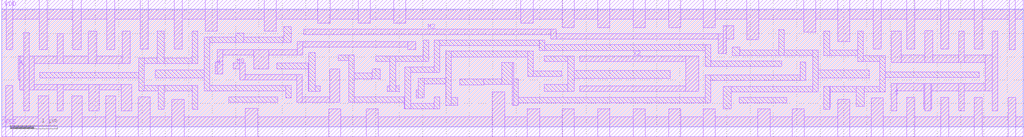
<source format=lef>
VERSION 5.5 ;
NAMESCASESENSITIVE ON ;
BUSBITCHARS "[]" ;
DIVIDERCHAR "/"  ;

SITE TSM90NMADSITE
    SYMMETRY Y  ;
    CLASS CORE  ;
    SIZE 0.280 BY 2.520 ;
END TSM90NMADSITE

MACRO ACCSHCINX2AD
    CLASS CORE ;
    FOREIGN ACCSHCINX2AD 0.000 0.000  ;
    ORIGIN 0.000 0.000 ;
    SIZE 9.520 BY 2.520 ;
    SYMMETRY X Y ;
    SITE TSM90NMADSITE ;
    PIN CO1
        DIRECTION OUTPUT ;
        PORT
        LAYER M1 ;
        RECT  6.945 1.425 7.065 1.820 ;
        RECT  6.730 1.425 6.945 1.655 ;
        RECT  6.560 0.870 6.730 1.655 ;
        RECT  6.305 1.425 6.560 1.655 ;
        RECT  6.185 1.425 6.305 1.835 ;
        END
        AntennaDiffArea 0.378 ;
    END CO1
    PIN CO0
        DIRECTION OUTPUT ;
        PORT
        LAYER M1 ;
        RECT  8.145 1.780 8.265 2.040 ;
        RECT  8.090 1.285 8.145 2.115 ;
        RECT  8.025 0.720 8.090 2.115 ;
        RECT  7.885 0.720 8.025 1.420 ;
        RECT  7.545 1.995 8.025 2.115 ;
        RECT  7.425 1.780 7.545 2.115 ;
        END
        AntennaDiffArea 0.417 ;
    END CO0
    PIN CI1N
        DIRECTION INPUT ;
        PORT
        LAYER M1 ;
        RECT  9.030 1.010 9.170 1.655 ;
        END
        AntennaGateArea 0.147 ;
    END CI1N
    PIN CI0N
        DIRECTION INPUT ;
        PORT
        LAYER M1 ;
        RECT  8.650 0.905 8.890 1.375 ;
        END
        AntennaGateArea 0.147 ;
    END CI0N
    PIN B
        DIRECTION INPUT ;
        PORT
        LAYER M1 ;
        RECT  3.430 1.115 3.595 1.375 ;
        RECT  2.910 1.195 3.430 1.315 ;
        RECT  2.740 1.195 2.910 1.365 ;
        END
        AntennaGateArea 0.403 ;
    END B
    PIN A
        DIRECTION INPUT ;
        PORT
        LAYER M1 ;
        RECT  0.190 1.125 0.490 1.375 ;
        END
        AntennaGateArea 0.147 ;
    END A
    PIN VSS
        DIRECTION INOUT ;
        USE GROUND ;
        SHAPE ABUTMENT ;
        PORT
        LAYER M1 ;
        RECT  9.075 -0.210 9.520 0.210 ;
        RECT  8.865 -0.210 9.075 0.460 ;
        RECT  5.115 -0.210 8.865 0.210 ;
        RECT  4.855 -0.210 5.115 0.370 ;
        RECT  1.055 -0.210 4.855 0.210 ;
        RECT  0.885 -0.210 1.055 0.315 ;
        RECT  0.635 -0.210 0.885 0.210 ;
        RECT  0.465 -0.210 0.635 0.735 ;
        RECT  0.000 -0.210 0.465 0.210 ;
        END
    END VSS
    PIN VDD
        DIRECTION INOUT ;
        USE POWER ;
        SHAPE ABUTMENT ;
        PORT
        LAYER M1 ;
        RECT  9.025 2.310 9.520 2.730 ;
        RECT  8.905 1.800 9.025 2.730 ;
        RECT  5.115 2.310 8.905 2.730 ;
        RECT  4.855 2.285 5.115 2.730 ;
        RECT  1.310 2.310 4.855 2.730 ;
        RECT  1.050 2.220 1.310 2.730 ;
        RECT  0.255 2.310 1.050 2.730 ;
        RECT  0.085 1.770 0.255 2.730 ;
        RECT  0.000 2.310 0.085 2.730 ;
        END
    END VDD
	 OBS
	 LAYER RVT ;
	 RECT 0 0 9.520 2.520 ;
        LAYER M1 ;
        RECT  9.315 0.415 9.435 2.155 ;
        RECT  9.265 0.415 9.315 0.845 ;
        RECT  9.290 1.635 9.315 2.155 ;
        RECT  8.735 0.605 9.265 0.725 ;
        RECT  8.615 0.390 8.735 0.725 ;
        RECT  8.385 1.525 8.625 2.090 ;
        RECT  6.200 0.390 8.615 0.510 ;
        RECT  8.385 0.700 8.485 0.820 ;
        RECT  8.265 0.700 8.385 1.660 ;
        RECT  8.225 0.700 8.265 0.820 ;
        RECT  7.785 1.540 7.905 1.870 ;
        RECT  7.545 1.540 7.785 1.660 ;
        RECT  7.545 0.630 7.730 0.750 ;
        RECT  7.425 0.630 7.545 1.660 ;
        RECT  6.440 0.630 7.425 0.750 ;
        RECT  7.185 0.895 7.305 2.140 ;
        RECT  6.880 0.895 7.185 1.015 ;
        RECT  6.755 2.020 7.185 2.140 ;
        RECT  6.495 1.800 6.755 2.140 ;
        RECT  1.625 2.020 6.495 2.140 ;
        RECT  6.320 0.630 6.440 1.200 ;
        RECT  5.950 1.080 6.320 1.200 ;
        RECT  6.080 0.390 6.200 0.960 ;
        RECT  5.805 0.815 6.080 0.960 ;
        RECT  5.825 1.375 5.945 1.900 ;
        RECT  5.805 1.375 5.825 1.495 ;
        RECT  5.675 0.815 5.805 1.495 ;
        RECT  5.575 0.415 5.745 0.610 ;
        RECT  5.565 1.640 5.685 1.900 ;
        RECT  4.655 0.490 5.575 0.610 ;
        RECT  2.000 1.780 5.565 1.900 ;
        RECT  5.425 1.100 5.530 1.360 ;
        RECT  5.425 0.805 5.450 0.975 ;
        RECT  5.305 0.805 5.425 1.660 ;
        RECT  5.280 0.805 5.305 0.975 ;
        RECT  5.000 1.145 5.170 1.315 ;
        RECT  4.690 1.145 5.000 1.265 ;
        RECT  4.685 1.145 4.690 1.615 ;
        RECT  4.520 0.745 4.685 1.615 ;
        RECT  4.530 0.380 4.655 0.610 ;
        RECT  4.095 0.380 4.530 0.500 ;
        RECT  4.515 0.745 4.520 1.470 ;
        RECT  4.255 0.745 4.515 0.915 ;
        RECT  4.280 1.540 4.370 1.660 ;
        RECT  4.160 1.050 4.280 1.660 ;
        RECT  4.095 1.050 4.160 1.180 ;
        RECT  3.325 1.540 4.160 1.660 ;
        RECT  3.975 0.380 4.095 1.180 ;
        RECT  3.035 0.380 3.975 0.500 ;
        RECT  3.835 1.300 3.975 1.420 ;
        RECT  3.715 0.620 3.835 1.420 ;
        RECT  2.885 0.620 3.715 0.740 ;
        RECT  2.620 1.540 3.205 1.660 ;
        RECT  2.760 0.385 2.885 0.740 ;
        RECT  2.620 0.865 2.800 0.985 ;
        RECT  1.300 0.385 2.760 0.505 ;
        RECT  2.500 0.625 2.620 1.660 ;
        RECT  1.540 0.625 2.500 0.745 ;
        RECT  2.200 1.540 2.500 1.660 ;
        RECT  2.000 0.865 2.380 0.985 ;
        RECT  1.880 0.865 2.000 1.900 ;
        RECT  1.430 1.470 1.690 1.850 ;
        RECT  1.505 1.980 1.625 2.140 ;
        RECT  1.420 0.625 1.540 1.290 ;
        RECT  1.060 1.980 1.505 2.100 ;
        RECT  1.300 1.470 1.430 1.620 ;
        RECT  1.180 0.385 1.300 1.620 ;
        RECT  0.925 0.640 1.060 2.100 ;
        RECT  0.800 0.640 0.925 0.760 ;
        RECT  0.715 1.930 0.925 2.100 ;
        RECT  0.645 0.880 0.805 1.755 ;
        RECT  0.255 0.880 0.645 1.000 ;
        RECT  0.470 1.495 0.645 1.755 ;
        RECT  0.085 0.475 0.255 1.000 ;
    END
END ACCSHCINX2AD
MACRO ACCSHCINX4AD
    CLASS CORE ;
    FOREIGN ACCSHCINX4AD 0.000 0.000  ;
    ORIGIN 0.000 0.000 ;
    SIZE 9.520 BY 2.520 ;
    SYMMETRY X Y ;
    SITE TSM90NMADSITE ;
    PIN CO1
        DIRECTION OUTPUT ;
        PORT
        LAYER M1 ;
        RECT  6.915 1.275 7.080 1.820 ;
        RECT  6.775 1.275 6.915 1.430 ;
        RECT  6.515 0.880 6.775 1.430 ;
        RECT  6.370 1.275 6.515 1.430 ;
        RECT  6.200 1.275 6.370 1.835 ;
        END
        AntennaDiffArea 0.361 ;
    END CO1
    PIN CO0
        DIRECTION OUTPUT ;
        PORT
        LAYER M1 ;
        RECT  8.160 1.750 8.280 2.010 ;
        RECT  8.040 0.680 8.160 2.140 ;
        RECT  7.910 0.680 8.040 1.235 ;
        RECT  7.560 2.020 8.040 2.140 ;
        RECT  7.440 1.780 7.560 2.140 ;
        END
        AntennaDiffArea 0.355 ;
    END CO0
    PIN CI1N
        DIRECTION INPUT ;
        PORT
        LAYER M1 ;
        RECT  9.030 1.015 9.170 1.515 ;
        END
        AntennaGateArea 0.1483 ;
    END CI1N
    PIN CI0N
        DIRECTION INPUT ;
        PORT
        LAYER M1 ;
        RECT  8.670 1.030 8.890 1.375 ;
        END
        AntennaGateArea 0.1482 ;
    END CI0N
    PIN B
        DIRECTION INPUT ;
        PORT
        LAYER M1 ;
        RECT  3.430 1.115 3.595 1.375 ;
        RECT  2.910 1.195 3.430 1.315 ;
        RECT  2.740 1.195 2.910 1.365 ;
        END
        AntennaGateArea 0.3859 ;
    END B
    PIN A
        DIRECTION INPUT ;
        PORT
        LAYER M1 ;
        RECT  0.190 1.125 0.490 1.375 ;
        END
        AntennaGateArea 0.148 ;
    END A
    PIN VSS
        DIRECTION INOUT ;
        USE GROUND ;
        SHAPE ABUTMENT ;
        PORT
        LAYER M1 ;
        RECT  9.040 -0.210 9.520 0.210 ;
        RECT  8.780 -0.210 9.040 0.390 ;
        RECT  5.090 -0.210 8.780 0.210 ;
        RECT  4.830 -0.210 5.090 0.370 ;
        RECT  1.055 -0.210 4.830 0.210 ;
        RECT  0.885 -0.210 1.055 0.315 ;
        RECT  0.635 -0.210 0.885 0.210 ;
        RECT  0.465 -0.210 0.635 0.735 ;
        RECT  0.000 -0.210 0.465 0.210 ;
        END
    END VSS
    PIN VDD
        DIRECTION INOUT ;
        USE POWER ;
        SHAPE ABUTMENT ;
        PORT
        LAYER M1 ;
        RECT  9.025 2.310 9.520 2.730 ;
        RECT  8.855 1.845 9.025 2.730 ;
        RECT  5.090 2.310 8.855 2.730 ;
        RECT  4.830 2.285 5.090 2.730 ;
        RECT  1.310 2.310 4.830 2.730 ;
        RECT  1.050 2.220 1.310 2.730 ;
        RECT  0.255 2.310 1.050 2.730 ;
        RECT  0.085 1.770 0.255 2.730 ;
        RECT  0.000 2.310 0.085 2.730 ;
        END
    END VDD
	 OBS
	 LAYER RVT ;
	 RECT 0 0 9.520 2.520 ;
        LAYER M1 ;
        RECT  9.290 0.380 9.410 2.180 ;
        RECT  9.240 0.380 9.290 0.900 ;
        RECT  9.215 1.750 9.290 2.180 ;
        RECT  8.415 0.510 9.240 0.630 ;
        RECT  8.490 1.495 8.640 2.140 ;
        RECT  8.490 0.750 8.630 0.870 ;
        RECT  8.400 0.750 8.490 2.140 ;
        RECT  8.295 0.390 8.415 0.630 ;
        RECT  8.370 0.750 8.400 1.655 ;
        RECT  6.155 0.390 8.295 0.510 ;
        RECT  7.800 1.500 7.920 1.900 ;
        RECT  7.650 1.500 7.800 1.620 ;
        RECT  7.650 0.710 7.760 0.970 ;
        RECT  7.530 0.630 7.650 1.620 ;
        RECT  6.395 0.630 7.530 0.750 ;
        RECT  7.200 0.880 7.320 2.060 ;
        RECT  6.895 0.880 7.200 1.000 ;
        RECT  6.700 1.940 7.200 2.060 ;
        RECT  6.580 1.670 6.700 2.140 ;
        RECT  1.625 2.020 6.580 2.140 ;
        RECT  6.275 0.630 6.395 1.130 ;
        RECT  5.915 1.010 6.275 1.130 ;
        RECT  6.035 0.390 6.155 0.850 ;
        RECT  5.795 0.730 6.035 0.850 ;
        RECT  5.840 1.375 5.960 1.900 ;
        RECT  5.745 0.415 5.915 0.610 ;
        RECT  5.795 1.375 5.840 1.495 ;
        RECT  5.675 0.730 5.795 1.495 ;
        RECT  4.630 0.490 5.745 0.610 ;
        RECT  5.560 1.640 5.680 1.900 ;
        RECT  2.000 1.780 5.560 1.900 ;
        RECT  5.400 1.100 5.555 1.360 ;
        RECT  5.400 0.805 5.425 0.975 ;
        RECT  5.280 0.805 5.400 1.660 ;
        RECT  5.255 0.805 5.280 0.975 ;
        RECT  4.975 1.145 5.145 1.315 ;
        RECT  4.665 1.145 4.975 1.265 ;
        RECT  4.660 1.145 4.665 1.615 ;
        RECT  4.490 0.745 4.660 1.615 ;
        RECT  4.505 0.380 4.630 0.610 ;
        RECT  4.095 0.380 4.505 0.500 ;
        RECT  4.215 0.745 4.490 0.915 ;
        RECT  4.280 1.540 4.370 1.660 ;
        RECT  4.160 1.050 4.280 1.660 ;
        RECT  4.095 1.050 4.160 1.180 ;
        RECT  3.325 1.540 4.160 1.660 ;
        RECT  3.975 0.380 4.095 1.180 ;
        RECT  3.035 0.380 3.975 0.500 ;
        RECT  3.835 1.300 3.975 1.420 ;
        RECT  3.715 0.620 3.835 1.420 ;
        RECT  2.885 0.620 3.715 0.740 ;
        RECT  2.620 1.540 3.205 1.660 ;
        RECT  2.760 0.385 2.885 0.740 ;
        RECT  2.620 0.865 2.800 0.985 ;
        RECT  1.300 0.385 2.760 0.505 ;
        RECT  2.500 0.625 2.620 1.660 ;
        RECT  1.540 0.625 2.500 0.745 ;
        RECT  2.200 1.540 2.500 1.660 ;
        RECT  2.000 0.865 2.380 0.985 ;
        RECT  1.880 0.865 2.000 1.900 ;
        RECT  1.430 1.470 1.690 1.850 ;
        RECT  1.505 1.980 1.625 2.140 ;
        RECT  1.420 0.625 1.540 1.290 ;
        RECT  1.060 1.980 1.505 2.100 ;
        RECT  1.300 1.470 1.430 1.620 ;
        RECT  1.180 0.385 1.300 1.620 ;
        RECT  0.925 0.640 1.060 2.100 ;
        RECT  0.800 0.640 0.925 0.760 ;
        RECT  0.715 1.930 0.925 2.100 ;
        RECT  0.685 0.880 0.805 1.755 ;
        RECT  0.255 0.880 0.685 1.000 ;
        RECT  0.470 1.495 0.685 1.755 ;
        RECT  0.085 0.475 0.255 1.000 ;
    END
END ACCSHCINX4AD
MACRO ACCSHCONX2AD
    CLASS CORE ;
    FOREIGN ACCSHCONX2AD 0.000 0.000  ;
    ORIGIN 0.000 0.000 ;
    SIZE 8.680 BY 2.520 ;
    SYMMETRY X Y ;
    SITE TSM90NMADSITE ;
    PIN CO1N
        DIRECTION OUTPUT ;
        PORT
        LAYER M1 ;
        RECT  6.300 0.620 6.420 1.220 ;
        RECT  5.530 0.620 6.300 0.740 ;
        RECT  6.125 1.100 6.300 1.220 ;
        RECT  6.005 1.100 6.125 1.785 ;
        RECT  5.510 0.620 5.530 1.095 ;
        RECT  5.390 0.620 5.510 1.650 ;
        RECT  5.215 1.530 5.390 1.650 ;
        END
        AntennaDiffArea 0.479 ;
    END CO1N
    PIN CO0N
        DIRECTION OUTPUT ;
        PORT
        LAYER M1 ;
        RECT  7.190 1.615 7.360 1.900 ;
        RECT  7.060 0.665 7.230 1.265 ;
        RECT  6.930 1.615 7.190 1.735 ;
        RECT  6.930 1.145 7.060 1.265 ;
        RECT  6.790 1.145 6.930 1.735 ;
        RECT  6.615 1.615 6.790 1.735 ;
        RECT  6.495 1.615 6.615 1.895 ;
        END
        AntennaDiffArea 0.425 ;
    END CO0N
    PIN CI1
        DIRECTION INPUT ;
        PORT
        LAYER M1 ;
        RECT  8.175 0.995 8.330 1.425 ;
        END
        AntennaGateArea 0.162 ;
    END CI1
    PIN CI0
        DIRECTION INPUT ;
        PORT
        LAYER M1 ;
        RECT  7.860 1.045 8.050 1.415 ;
        RECT  7.680 1.045 7.860 1.215 ;
        END
        AntennaGateArea 0.162 ;
    END CI0
    PIN B
        DIRECTION INPUT ;
        PORT
        LAYER M1 ;
        RECT  2.915 0.910 3.345 1.235 ;
        RECT  2.825 0.910 2.915 1.095 ;
        END
        AntennaGateArea 0.4626 ;
    END B
    PIN A
        DIRECTION INPUT ;
        PORT
        LAYER M1 ;
        RECT  0.210 1.045 0.320 1.215 ;
        RECT  0.070 1.045 0.210 1.655 ;
        END
        AntennaGateArea 0.3233 ;
    END A
    PIN VSS
        DIRECTION INOUT ;
        USE GROUND ;
        SHAPE ABUTMENT ;
        PORT
        LAYER M1 ;
        RECT  8.065 -0.210 8.680 0.210 ;
        RECT  7.805 -0.210 8.065 0.390 ;
        RECT  4.680 -0.210 7.805 0.210 ;
        RECT  4.510 -0.210 4.680 0.705 ;
        RECT  3.655 -0.210 4.510 0.210 ;
        RECT  3.485 -0.210 3.655 0.550 ;
        RECT  1.330 -0.210 3.485 0.210 ;
        RECT  1.070 -0.210 1.330 0.390 ;
        RECT  0.265 -0.210 1.070 0.210 ;
        RECT  0.100 -0.210 0.265 0.875 ;
        RECT  0.000 -0.210 0.100 0.210 ;
        END
    END VSS
    PIN VDD
        DIRECTION INOUT ;
        USE POWER ;
        SHAPE ABUTMENT ;
        PORT
        LAYER M1 ;
        RECT  8.080 2.310 8.680 2.730 ;
        RECT  7.910 1.610 8.080 2.730 ;
        RECT  4.340 2.310 7.910 2.730 ;
        RECT  4.080 2.210 4.340 2.730 ;
        RECT  3.505 2.310 4.080 2.730 ;
        RECT  3.335 2.265 3.505 2.730 ;
        RECT  1.310 2.310 3.335 2.730 ;
        RECT  1.050 2.170 1.310 2.730 ;
        RECT  0.260 2.310 1.050 2.730 ;
        RECT  0.100 1.800 0.260 2.730 ;
        RECT  0.000 2.310 0.100 2.730 ;
        END
    END VDD
	 OBS
	 LAYER RVT ;
	 RECT 0 0 8.680 2.520 ;
        LAYER M1 ;
        RECT  8.465 0.520 8.570 1.675 ;
        RECT  8.450 0.520 8.465 2.065 ;
        RECT  8.280 0.400 8.450 0.830 ;
        RECT  8.295 1.545 8.450 2.065 ;
        RECT  7.635 0.520 8.280 0.640 ;
        RECT  7.550 1.375 7.720 1.990 ;
        RECT  7.480 0.760 7.655 0.880 ;
        RECT  7.515 0.380 7.635 0.640 ;
        RECT  7.480 1.375 7.550 1.495 ;
        RECT  5.270 0.380 7.515 0.500 ;
        RECT  7.360 0.760 7.480 1.495 ;
        RECT  6.905 1.855 7.045 1.975 ;
        RECT  6.785 1.855 6.905 2.140 ;
        RECT  6.660 0.715 6.870 0.995 ;
        RECT  6.375 2.020 6.785 2.140 ;
        RECT  6.540 0.715 6.660 1.495 ;
        RECT  6.375 1.360 6.540 1.495 ;
        RECT  6.255 1.360 6.375 2.140 ;
        RECT  4.575 2.015 6.255 2.140 ;
        RECT  5.850 0.860 6.110 0.980 ;
        RECT  5.730 0.860 5.850 1.895 ;
        RECT  5.645 1.550 5.730 1.895 ;
        RECT  4.790 1.775 5.645 1.895 ;
        RECT  5.150 0.330 5.270 1.345 ;
        RECT  5.080 1.225 5.150 1.345 ;
        RECT  4.960 1.225 5.080 1.655 ;
        RECT  4.900 1.485 4.960 1.655 ;
        RECT  4.815 0.520 4.935 1.040 ;
        RECT  4.705 0.825 4.815 1.040 ;
        RECT  4.670 1.730 4.790 1.895 ;
        RECT  4.585 0.825 4.705 1.610 ;
        RECT  4.375 1.730 4.670 1.850 ;
        RECT  4.295 0.825 4.585 0.945 ;
        RECT  4.475 1.970 4.575 2.140 ;
        RECT  3.555 1.970 4.475 2.090 ;
        RECT  4.255 1.090 4.375 1.850 ;
        RECT  4.175 0.675 4.295 0.945 ;
        RECT  3.895 1.090 4.255 1.210 ;
        RECT  4.015 1.330 4.135 1.850 ;
        RECT  3.895 0.375 4.015 0.545 ;
        RECT  3.270 1.730 4.015 1.850 ;
        RECT  3.775 0.375 3.895 1.610 ;
        RECT  3.715 1.440 3.775 1.610 ;
        RECT  3.465 0.670 3.585 1.610 ;
        RECT  3.435 1.970 3.555 2.140 ;
        RECT  3.295 0.670 3.465 0.790 ;
        RECT  3.030 1.490 3.465 1.610 ;
        RECT  1.615 2.020 3.435 2.140 ;
        RECT  3.125 0.355 3.295 0.790 ;
        RECT  3.150 1.730 3.270 1.900 ;
        RECT  1.930 1.780 3.150 1.900 ;
        RECT  2.800 0.670 3.125 0.790 ;
        RECT  2.910 1.490 3.030 1.660 ;
        RECT  2.170 1.540 2.910 1.660 ;
        RECT  2.580 0.380 2.870 0.525 ;
        RECT  2.580 1.300 2.810 1.420 ;
        RECT  2.460 0.380 2.580 1.420 ;
        RECT  1.570 0.380 2.460 0.500 ;
        RECT  1.930 0.625 2.295 0.795 ;
        RECT  2.050 1.330 2.170 1.660 ;
        RECT  1.810 0.625 1.930 1.900 ;
        RECT  1.650 0.760 1.690 0.880 ;
        RECT  1.530 0.760 1.650 1.810 ;
        RECT  1.495 1.930 1.615 2.140 ;
        RECT  1.450 0.380 1.570 0.640 ;
        RECT  1.430 0.760 1.530 0.880 ;
        RECT  1.475 1.380 1.530 1.810 ;
        RECT  0.615 1.930 1.495 2.050 ;
        RECT  0.915 0.520 1.450 0.640 ;
        RECT  1.290 1.000 1.410 1.260 ;
        RECT  0.885 1.025 1.290 1.195 ;
        RECT  0.885 0.375 0.915 0.640 ;
        RECT  0.765 0.375 0.885 1.670 ;
        RECT  0.715 1.500 0.765 1.670 ;
        RECT  0.565 0.720 0.615 0.890 ;
        RECT  0.565 1.930 0.615 2.100 ;
        RECT  0.445 0.720 0.565 2.100 ;
    END
END ACCSHCONX2AD
MACRO ACCSHCONX4AD
    CLASS CORE ;
    FOREIGN ACCSHCONX4AD 0.000 0.000  ;
    ORIGIN 0.000 0.000 ;
    SIZE 10.360 BY 2.520 ;
    SYMMETRY X Y ;
    SITE TSM90NMADSITE ;
    PIN CO1N
        DIRECTION OUTPUT ;
        PORT
        LAYER M1 ;
        RECT  6.700 0.620 6.850 0.740 ;
        RECT  6.580 0.620 6.700 1.220 ;
        RECT  5.820 0.620 6.580 0.740 ;
        RECT  6.570 1.100 6.580 1.220 ;
        RECT  6.450 1.100 6.570 1.785 ;
        RECT  5.820 1.540 5.920 1.660 ;
        RECT  5.670 0.620 5.820 1.660 ;
        RECT  5.160 1.540 5.670 1.660 ;
        RECT  5.020 0.450 5.160 1.660 ;
        RECT  4.900 1.480 5.020 1.600 ;
        END
        AntennaDiffArea 0.78 ;
    END CO1N
    PIN CO0N
        DIRECTION OUTPUT ;
        PORT
        LAYER M1 ;
        RECT  8.450 1.660 8.590 1.780 ;
        RECT  8.320 1.660 8.450 2.140 ;
        RECT  8.195 0.750 8.350 0.870 ;
        RECT  7.805 2.010 8.320 2.140 ;
        RECT  8.075 0.620 8.195 0.870 ;
        RECT  7.525 0.620 8.075 0.740 ;
        RECT  7.675 1.605 7.805 2.140 ;
        RECT  7.525 1.605 7.675 1.735 ;
        RECT  7.350 0.620 7.525 1.735 ;
        RECT  7.080 1.605 7.350 1.735 ;
        RECT  6.960 1.605 7.080 1.895 ;
        END
        AntennaDiffArea 0.735 ;
    END CO0N
    PIN CI1
        DIRECTION INPUT ;
        PORT
        LAYER M1 ;
        RECT  9.450 1.020 9.675 1.375 ;
        RECT  9.310 0.865 9.450 1.375 ;
        END
        AntennaGateArea 0.324 ;
    END CI1
    PIN CI0
        DIRECTION INPUT ;
        PORT
        LAYER M1 ;
        RECT  8.610 1.085 8.925 1.255 ;
        RECT  8.470 0.865 8.610 1.255 ;
        END
        AntennaGateArea 0.324 ;
    END CI0
    PIN B
        DIRECTION INPUT ;
        PORT
        LAYER M1 ;
        RECT  3.150 1.130 3.390 1.375 ;
        RECT  3.070 1.130 3.150 1.250 ;
        END
        AntennaGateArea 0.4644 ;
    END B
    PIN A
        DIRECTION INPUT ;
        PORT
        LAYER M1 ;
        RECT  0.240 1.045 0.395 1.215 ;
        RECT  0.070 1.045 0.240 1.655 ;
        END
        AntennaGateArea 0.3233 ;
    END A
    PIN VSS
        DIRECTION INOUT ;
        USE GROUND ;
        SHAPE ABUTMENT ;
        PORT
        LAYER M1 ;
        RECT  10.205 -0.210 10.360 0.210 ;
        RECT  10.050 -0.210 10.205 0.885 ;
        RECT  9.535 -0.210 10.050 0.210 ;
        RECT  9.275 -0.210 9.535 0.390 ;
        RECT  8.675 -0.210 9.275 0.210 ;
        RECT  8.555 -0.210 8.675 0.380 ;
        RECT  4.695 -0.210 8.555 0.210 ;
        RECT  4.525 -0.210 4.695 0.520 ;
        RECT  3.675 -0.210 4.525 0.210 ;
        RECT  3.530 -0.210 3.675 0.645 ;
        RECT  1.360 -0.210 3.530 0.210 ;
        RECT  1.100 -0.210 1.360 0.390 ;
        RECT  0.255 -0.210 1.100 0.210 ;
        RECT  0.085 -0.210 0.255 0.840 ;
        RECT  0.000 -0.210 0.085 0.210 ;
        END
    END VSS
    PIN VDD
        DIRECTION INOUT ;
        USE POWER ;
        SHAPE ABUTMENT ;
        PORT
        LAYER M1 ;
        RECT  10.255 2.310 10.360 2.730 ;
        RECT  10.085 1.555 10.255 2.730 ;
        RECT  9.535 2.310 10.085 2.730 ;
        RECT  9.365 1.565 9.535 2.730 ;
        RECT  8.815 2.310 9.365 2.730 ;
        RECT  8.645 1.980 8.815 2.730 ;
        RECT  4.390 2.310 8.645 2.730 ;
        RECT  4.130 2.210 4.390 2.730 ;
        RECT  3.600 2.310 4.130 2.730 ;
        RECT  3.340 2.260 3.600 2.730 ;
        RECT  1.380 2.310 3.340 2.730 ;
        RECT  1.120 2.190 1.380 2.730 ;
        RECT  0.255 2.310 1.120 2.730 ;
        RECT  0.085 1.845 0.255 2.730 ;
        RECT  0.000 2.310 0.085 2.730 ;
        END
    END VDD
	 OBS
	 LAYER RVT ;
	 RECT 0 0 10.360 2.520 ;
        LAYER M1 ;
        RECT  9.805 0.405 9.930 1.995 ;
        RECT  9.680 0.405 9.805 0.835 ;
        RECT  9.725 1.565 9.805 1.995 ;
        RECT  8.435 0.510 9.680 0.630 ;
        RECT  9.045 0.760 9.175 1.995 ;
        RECT  8.915 0.760 9.045 0.880 ;
        RECT  9.005 1.375 9.045 1.995 ;
        RECT  8.185 1.375 9.005 1.495 ;
        RECT  8.315 0.380 8.435 0.630 ;
        RECT  5.550 0.380 8.315 0.500 ;
        RECT  8.015 1.335 8.185 1.890 ;
        RECT  7.950 1.335 8.015 1.455 ;
        RECT  7.830 0.860 7.950 1.455 ;
        RECT  7.690 0.860 7.830 0.980 ;
        RECT  7.370 1.855 7.510 1.975 ;
        RECT  7.250 1.855 7.370 2.140 ;
        RECT  6.840 2.020 7.250 2.140 ;
        RECT  6.995 0.715 7.165 1.460 ;
        RECT  6.840 1.340 6.995 1.460 ;
        RECT  6.720 1.340 6.840 2.140 ;
        RECT  4.630 2.020 6.720 2.140 ;
        RECT  6.210 0.860 6.460 0.980 ;
        RECT  6.090 0.860 6.210 1.900 ;
        RECT  4.875 1.780 6.090 1.900 ;
        RECT  5.430 0.380 5.550 1.420 ;
        RECT  5.280 1.300 5.430 1.420 ;
        RECT  4.860 0.755 4.885 0.935 ;
        RECT  4.755 1.725 4.875 1.900 ;
        RECT  4.750 0.720 4.860 0.980 ;
        RECT  4.480 1.725 4.755 1.845 ;
        RECT  4.740 0.720 4.750 1.600 ;
        RECT  4.715 0.755 4.740 1.600 ;
        RECT  4.630 0.815 4.715 1.600 ;
        RECT  4.310 0.815 4.630 0.935 ;
        RECT  4.510 1.965 4.630 2.140 ;
        RECT  4.025 1.965 4.510 2.085 ;
        RECT  4.360 1.055 4.480 1.845 ;
        RECT  3.930 1.055 4.360 1.175 ;
        RECT  4.190 0.670 4.310 0.935 ;
        RECT  4.080 1.295 4.200 1.845 ;
        RECT  3.800 1.725 4.080 1.845 ;
        RECT  3.930 0.370 4.060 0.540 ;
        RECT  3.905 1.965 4.025 2.140 ;
        RECT  3.810 0.370 3.930 1.590 ;
        RECT  1.610 2.020 3.905 2.140 ;
        RECT  3.775 1.330 3.810 1.590 ;
        RECT  3.680 1.725 3.800 1.900 ;
        RECT  2.000 1.780 3.680 1.900 ;
        RECT  3.510 0.830 3.630 1.615 ;
        RECT  3.340 0.830 3.510 0.950 ;
        RECT  3.480 1.495 3.510 1.615 ;
        RECT  3.360 1.495 3.480 1.660 ;
        RECT  2.240 1.540 3.360 1.660 ;
        RECT  3.170 0.445 3.340 0.950 ;
        RECT  2.875 0.780 3.170 0.950 ;
        RECT  2.640 1.300 2.880 1.420 ;
        RECT  2.840 0.830 2.875 0.950 ;
        RECT  2.695 0.400 2.865 0.590 ;
        RECT  2.640 0.420 2.695 0.590 ;
        RECT  2.520 0.420 2.640 1.420 ;
        RECT  1.650 0.420 2.520 0.540 ;
        RECT  2.000 0.660 2.400 0.780 ;
        RECT  2.120 1.330 2.240 1.660 ;
        RECT  1.880 0.660 2.000 1.900 ;
        RECT  1.640 0.750 1.760 1.830 ;
        RECT  1.530 0.420 1.650 0.630 ;
        RECT  1.500 0.750 1.640 0.870 ;
        RECT  1.545 1.400 1.640 1.830 ;
        RECT  1.490 1.950 1.610 2.140 ;
        RECT  0.955 0.510 1.530 0.630 ;
        RECT  0.635 1.950 1.490 2.070 ;
        RECT  0.955 1.025 1.475 1.195 ;
        RECT  0.835 0.420 0.955 1.825 ;
        RECT  0.785 0.420 0.835 0.850 ;
        RECT  0.785 1.395 0.835 1.825 ;
        RECT  0.515 0.465 0.635 2.070 ;
        RECT  0.445 0.465 0.515 0.895 ;
        RECT  0.445 1.640 0.515 2.070 ;
    END
END ACCSHCONX4AD
MACRO ACCSIHCONX2AD
    CLASS CORE ;
    FOREIGN ACCSIHCONX2AD 0.000 0.000  ;
    ORIGIN 0.000 0.000 ;
    SIZE 1.960 BY 2.520 ;
    SYMMETRY X Y ;
    SITE TSM90NMADSITE ;
    PIN CO1N
        DIRECTION OUTPUT ;
        PORT
        LAYER M1 ;
        RECT  1.680 0.540 1.780 1.545 ;
        RECT  1.660 0.540 1.680 1.995 ;
        RECT  1.395 0.540 1.660 0.660 ;
        RECT  1.470 1.425 1.660 1.995 ;
        RECT  1.225 0.490 1.395 0.660 ;
        END
        AntennaDiffArea 0.396 ;
    END CO1N
    PIN CO0N
        DIRECTION OUTPUT ;
        PORT
        LAYER M1 ;
        RECT  0.520 1.605 0.690 2.050 ;
        RECT  0.210 1.605 0.520 1.725 ;
        RECT  0.240 0.410 0.410 0.840 ;
        RECT  0.210 0.720 0.240 0.840 ;
        RECT  0.070 0.720 0.210 1.725 ;
        END
        AntennaDiffArea 0.405 ;
    END CO0N
    PIN B
        DIRECTION INPUT ;
        PORT
        LAYER M1 ;
        RECT  1.150 1.020 1.175 1.280 ;
        RECT  1.030 1.020 1.150 1.485 ;
        RECT  0.510 1.365 1.030 1.485 ;
        RECT  0.350 1.020 0.510 1.485 ;
        END
        AntennaGateArea 0.324 ;
    END B
    PIN A
        DIRECTION INPUT ;
        PORT
        LAYER M1 ;
        RECT  1.480 1.000 1.525 1.260 ;
        RECT  1.360 0.780 1.480 1.260 ;
        RECT  0.845 0.780 1.360 0.900 ;
        RECT  0.630 0.780 0.845 1.240 ;
        END
        AntennaGateArea 0.324 ;
    END A
    PIN VSS
        DIRECTION INOUT ;
        USE GROUND ;
        SHAPE ABUTMENT ;
        PORT
        LAYER M1 ;
        RECT  1.760 -0.210 1.960 0.210 ;
        RECT  1.590 -0.210 1.760 0.415 ;
        RECT  1.010 -0.210 1.590 0.210 ;
        RECT  0.890 -0.210 1.010 0.580 ;
        RECT  0.000 -0.210 0.890 0.210 ;
        END
    END VSS
    PIN VDD
        DIRECTION INOUT ;
        USE POWER ;
        SHAPE ABUTMENT ;
        PORT
        LAYER M1 ;
        RECT  1.050 2.310 1.960 2.730 ;
        RECT  0.880 1.620 1.050 2.730 ;
        RECT  0.325 2.310 0.880 2.730 ;
        RECT  0.155 1.845 0.325 2.730 ;
        RECT  0.000 2.310 0.155 2.730 ;
        END
    END VDD
	 OBS
	 LAYER RVT ;
	 RECT 0 0 1.960 2.520 ;
	 END
END ACCSIHCONX2AD
MACRO ACCSIHCONX4AD
    CLASS CORE ;
    FOREIGN ACCSIHCONX4AD 0.000 0.000  ;
    ORIGIN 0.000 0.000 ;
    SIZE 3.360 BY 2.520 ;
    SYMMETRY X Y ;
    SITE TSM90NMADSITE ;
    PIN CO1N
        DIRECTION OUTPUT ;
        PORT
        LAYER M1 ;
        RECT  3.150 0.825 3.290 1.795 ;
        RECT  2.765 0.825 3.150 0.955 ;
        RECT  2.500 1.350 3.150 1.480 ;
        RECT  2.635 0.530 2.765 0.955 ;
        RECT  1.810 0.530 2.635 0.660 ;
        RECT  2.370 1.350 2.500 2.050 ;
        RECT  2.240 1.620 2.370 2.050 ;
        END
        AntennaDiffArea 0.63 ;
    END CO1N
    PIN CO0N
        DIRECTION OUTPUT ;
        PORT
        LAYER M1 ;
        RECT  1.255 1.570 1.425 2.030 ;
        RECT  0.690 1.570 1.255 1.700 ;
        RECT  1.030 0.615 1.055 0.745 ;
        RECT  0.910 0.485 1.030 0.745 ;
        RECT  0.210 0.615 0.910 0.745 ;
        RECT  0.520 1.570 0.690 2.030 ;
        RECT  0.210 1.570 0.520 1.700 ;
        RECT  0.070 0.615 0.210 1.700 ;
        END
        AntennaDiffArea 0.674 ;
    END CO0N
    PIN B
        DIRECTION INPUT ;
        PORT
        LAYER M1 ;
        RECT  2.490 1.110 2.980 1.230 ;
        RECT  2.370 0.780 2.490 1.230 ;
        RECT  1.905 0.780 2.370 0.900 ;
        RECT  1.760 0.780 1.905 1.195 ;
        RECT  1.735 0.865 1.760 1.195 ;
        RECT  1.170 0.865 1.735 0.990 ;
        RECT  1.160 0.865 1.170 1.175 ;
        RECT  0.910 0.865 1.160 1.210 ;
        RECT  0.780 0.950 0.910 1.210 ;
        END
        AntennaGateArea 0.648 ;
    END B
    PIN A
        DIRECTION INPUT ;
        PORT
        LAYER M1 ;
        RECT  2.170 1.020 2.240 1.280 ;
        RECT  2.030 1.020 2.170 1.450 ;
        RECT  1.590 1.330 2.030 1.450 ;
        RECT  1.330 1.110 1.590 1.450 ;
        RECT  0.510 1.330 1.330 1.450 ;
        RECT  0.390 1.020 0.510 1.450 ;
        END
        AntennaGateArea 0.648 ;
    END A
    PIN VSS
        DIRECTION INOUT ;
        USE GROUND ;
        SHAPE ABUTMENT ;
        PORT
        LAYER M1 ;
        RECT  3.190 -0.210 3.360 0.210 ;
        RECT  2.930 -0.210 3.190 0.705 ;
        RECT  2.450 -0.210 2.930 0.210 ;
        RECT  2.190 -0.210 2.450 0.410 ;
        RECT  1.665 -0.210 2.190 0.210 ;
        RECT  1.495 -0.210 1.665 0.705 ;
        RECT  0.320 -0.210 1.495 0.210 ;
        RECT  0.150 -0.210 0.320 0.495 ;
        RECT  0.000 -0.210 0.150 0.210 ;
        END
    END VSS
    PIN VDD
        DIRECTION INOUT ;
        USE POWER ;
        SHAPE ABUTMENT ;
        PORT
        LAYER M1 ;
        RECT  3.030 2.310 3.360 2.730 ;
        RECT  2.850 1.600 3.030 2.730 ;
        RECT  1.785 2.310 2.850 2.730 ;
        RECT  1.615 1.600 1.785 2.730 ;
        RECT  1.060 2.310 1.615 2.730 ;
        RECT  0.890 1.845 1.060 2.730 ;
        RECT  0.325 2.310 0.890 2.730 ;
        RECT  0.155 1.845 0.325 2.730 ;
        RECT  0.000 2.310 0.155 2.730 ;
        END
    END VDD
	 OBS
	 LAYER RVT ;
	 RECT 0 0 3.360 2.520 ;
	 END
END ACCSIHCONX4AD
MACRO ACHCINX2AD
    CLASS CORE ;
    FOREIGN ACHCINX2AD 0.000 0.000  ;
    ORIGIN 0.000 0.000 ;
    SIZE 5.880 BY 2.520 ;
    SYMMETRY X Y ;
    SITE TSM90NMADSITE ;
    PIN CO
        DIRECTION OUTPUT ;
        PORT
        LAYER M1 ;
        RECT  5.150 0.870 5.270 1.850 ;
        RECT  4.745 0.870 5.150 0.990 ;
        RECT  4.950 1.690 5.150 1.850 ;
        RECT  4.520 1.690 4.950 1.810 ;
        RECT  4.485 0.350 4.745 0.990 ;
        RECT  4.400 1.690 4.520 2.140 ;
        RECT  4.125 2.020 4.400 2.140 ;
        END
        AntennaDiffArea 0.55 ;
    END CO
    PIN CIN
        DIRECTION INPUT ;
        PORT
        LAYER M1 ;
        RECT  5.670 0.865 5.810 1.375 ;
        RECT  5.630 1.000 5.670 1.260 ;
        END
        AntennaGateArea 0.1613 ;
    END CIN
    PIN B
        DIRECTION INPUT ;
        PORT
        LAYER M1 ;
        RECT  3.430 0.990 3.570 1.655 ;
        RECT  3.330 0.990 3.430 1.250 ;
        END
        AntennaGateArea 0.4086 ;
    END B
    PIN A
        DIRECTION INPUT ;
        PORT
        LAYER M1 ;
        RECT  0.210 1.000 0.350 1.260 ;
        RECT  0.070 1.000 0.210 1.375 ;
        END
        AntennaGateArea 0.162 ;
    END A
    PIN VSS
        DIRECTION INOUT ;
        USE GROUND ;
        SHAPE ABUTMENT ;
        PORT
        LAYER M1 ;
        RECT  5.510 -0.210 5.880 0.210 ;
        RECT  5.250 -0.210 5.510 0.500 ;
        RECT  3.765 -0.210 5.250 0.210 ;
        RECT  3.505 -0.210 3.765 0.320 ;
        RECT  0.730 -0.210 3.505 0.210 ;
        RECT  0.470 -0.210 0.730 0.260 ;
        RECT  0.000 -0.210 0.470 0.210 ;
        END
    END VSS
    PIN VDD
        DIRECTION INOUT ;
        USE POWER ;
        SHAPE ABUTMENT ;
        PORT
        LAYER M1 ;
        RECT  5.460 2.310 5.880 2.730 ;
        RECT  5.200 2.210 5.460 2.730 ;
        RECT  3.640 2.310 5.200 2.730 ;
        RECT  3.380 2.020 3.640 2.730 ;
        RECT  0.615 2.310 3.380 2.730 ;
        RECT  0.445 1.800 0.615 2.730 ;
        RECT  0.000 2.310 0.445 2.730 ;
        END
    END VDD
	 OBS
	 LAYER RVT ;
	 RECT 0 0 5.880 2.520 ;
        LAYER M1 ;
        RECT  5.510 1.570 5.770 2.090 ;
        RECT  5.390 0.620 5.510 2.090 ;
        RECT  5.085 0.620 5.390 0.740 ;
        RECT  4.760 1.970 5.390 2.090 ;
        RECT  4.955 0.430 5.085 0.740 ;
        RECT  4.315 1.150 5.030 1.290 ;
        RECT  4.280 1.450 4.990 1.570 ;
        RECT  4.640 1.930 4.760 2.190 ;
        RECT  4.195 0.440 4.315 1.290 ;
        RECT  4.160 1.450 4.280 1.895 ;
        RECT  2.500 0.440 4.195 0.560 ;
        RECT  4.170 1.150 4.195 1.290 ;
        RECT  3.190 1.775 4.160 1.895 ;
        RECT  4.050 0.690 4.075 0.950 ;
        RECT  4.040 0.690 4.050 1.400 ;
        RECT  3.930 0.690 4.040 1.655 ;
        RECT  3.920 1.310 3.930 1.655 ;
        RECT  3.790 1.485 3.920 1.655 ;
        RECT  3.690 0.715 3.810 1.260 ;
        RECT  3.210 0.715 3.690 0.835 ;
        RECT  3.090 0.715 3.210 1.620 ;
        RECT  3.070 1.775 3.190 2.130 ;
        RECT  2.830 1.170 3.090 1.450 ;
        RECT  0.920 2.010 3.070 2.130 ;
        RECT  2.710 1.630 2.900 1.890 ;
        RECT  2.715 0.735 2.885 0.950 ;
        RECT  2.710 0.830 2.715 0.950 ;
        RECT  2.590 0.830 2.710 1.890 ;
        RECT  1.160 1.770 2.590 1.890 ;
        RECT  2.470 0.440 2.500 0.745 ;
        RECT  2.350 0.440 2.470 1.650 ;
        RECT  2.140 0.580 2.230 1.620 ;
        RECT  2.110 0.380 2.140 1.620 ;
        RECT  2.020 0.380 2.110 0.840 ;
        RECT  1.710 1.500 2.110 1.620 ;
        RECT  0.680 0.380 2.020 0.500 ;
        RECT  1.870 1.070 1.990 1.330 ;
        RECT  1.400 1.150 1.870 1.330 ;
        RECT  0.920 0.620 1.845 0.740 ;
        RECT  1.280 1.150 1.400 1.410 ;
        RECT  1.160 0.860 1.300 1.020 ;
        RECT  1.040 0.860 1.160 1.890 ;
        RECT  0.800 0.620 0.920 2.130 ;
        RECT  0.560 0.380 0.680 1.615 ;
        RECT  0.255 0.380 0.560 0.500 ;
        RECT  0.230 1.495 0.560 1.615 ;
        RECT  0.085 0.380 0.255 0.850 ;
        RECT  0.110 1.495 0.230 2.085 ;
    END
END ACHCINX2AD
MACRO ACHCINX4AD
    CLASS CORE ;
    FOREIGN ACHCINX4AD 0.000 0.000  ;
    ORIGIN 0.000 0.000 ;
    SIZE 7.280 BY 2.520 ;
    SYMMETRY X Y ;
    SITE TSM90NMADSITE ;
    PIN CO
        DIRECTION OUTPUT ;
        PORT
        LAYER M1 ;
        RECT  5.955 0.645 6.105 1.720 ;
        RECT  5.950 0.645 5.955 1.350 ;
        RECT  5.275 0.645 5.950 0.770 ;
        RECT  5.505 1.220 5.950 1.350 ;
        RECT  5.375 1.220 5.505 2.125 ;
        RECT  4.915 2.005 5.375 2.125 ;
        RECT  5.105 0.340 5.275 0.770 ;
        END
        AntennaDiffArea 0.711 ;
    END CO
    PIN CIN
        DIRECTION INPUT ;
        PORT
        LAYER M1 ;
        RECT  6.930 1.045 6.965 1.215 ;
        RECT  6.510 1.045 6.930 1.375 ;
        END
        AntennaGateArea 0.324 ;
    END CIN
    PIN B
        DIRECTION INPUT ;
        PORT
        LAYER M1 ;
        RECT  3.945 0.910 4.175 1.330 ;
        END
        AntennaGateArea 0.4718 ;
    END B
    PIN A
        DIRECTION INPUT ;
        PORT
        LAYER M1 ;
        RECT  0.210 1.000 0.350 1.260 ;
        RECT  0.070 1.000 0.210 1.375 ;
        END
        AntennaGateArea 0.1605 ;
    END A
    PIN VSS
        DIRECTION INOUT ;
        USE GROUND ;
        SHAPE ABUTMENT ;
        PORT
        LAYER M1 ;
        RECT  7.185 -0.210 7.280 0.210 ;
        RECT  7.015 -0.210 7.185 0.850 ;
        RECT  6.440 -0.210 7.015 0.210 ;
        RECT  6.180 -0.210 6.440 0.285 ;
        RECT  4.345 -0.210 6.180 0.210 ;
        RECT  4.085 -0.210 4.345 0.300 ;
        RECT  0.940 -0.210 4.085 0.210 ;
        RECT  0.420 -0.210 0.940 0.260 ;
        RECT  0.000 -0.210 0.420 0.210 ;
        END
    END VSS
    PIN VDD
        DIRECTION INOUT ;
        USE POWER ;
        SHAPE ABUTMENT ;
        PORT
        LAYER M1 ;
        RECT  7.185 2.310 7.280 2.730 ;
        RECT  7.160 1.580 7.185 2.730 ;
        RECT  7.040 1.535 7.160 2.730 ;
        RECT  7.015 1.580 7.040 2.730 ;
        RECT  6.510 2.310 7.015 2.730 ;
        RECT  6.250 2.080 6.510 2.730 ;
        RECT  4.455 2.310 6.250 2.730 ;
        RECT  4.195 2.000 4.455 2.730 ;
        RECT  0.615 2.310 4.195 2.730 ;
        RECT  0.445 1.785 0.615 2.730 ;
        RECT  0.000 2.310 0.445 2.730 ;
        END
    END VDD
	 OBS
	 LAYER RVT ;
	 RECT 0 0 7.280 2.520 ;
        LAYER M1 ;
        RECT  6.655 0.420 6.825 0.850 ;
        RECT  6.680 1.535 6.800 2.055 ;
        RECT  6.375 1.535 6.680 1.655 ;
        RECT  6.375 0.730 6.655 0.850 ;
        RECT  6.255 0.405 6.375 1.960 ;
        RECT  5.455 0.405 6.255 0.525 ;
        RECT  5.745 1.840 6.255 1.960 ;
        RECT  5.485 0.890 5.745 1.050 ;
        RECT  5.625 1.540 5.745 2.060 ;
        RECT  4.955 0.890 5.485 1.010 ;
        RECT  5.135 1.130 5.255 1.880 ;
        RECT  4.075 1.760 5.135 1.880 ;
        RECT  4.835 0.420 4.955 1.400 ;
        RECT  3.260 0.420 4.835 0.540 ;
        RECT  4.715 1.520 4.815 1.640 ;
        RECT  4.595 0.680 4.715 1.640 ;
        RECT  4.555 1.520 4.595 1.640 ;
        RECT  4.355 0.660 4.475 1.270 ;
        RECT  3.805 0.660 4.355 0.780 ;
        RECT  3.805 1.520 4.095 1.640 ;
        RECT  3.955 1.760 4.075 2.140 ;
        RECT  0.855 2.020 3.955 2.140 ;
        RECT  3.685 0.660 3.805 1.640 ;
        RECT  3.565 1.780 3.755 1.900 ;
        RECT  3.445 0.660 3.685 0.780 ;
        RECT  3.445 0.930 3.565 1.900 ;
        RECT  3.020 0.930 3.445 1.050 ;
        RECT  1.160 1.780 3.445 1.900 ;
        RECT  3.205 1.170 3.325 1.660 ;
        RECT  3.140 0.385 3.260 0.810 ;
        RECT  2.540 1.170 3.205 1.290 ;
        RECT  2.540 0.385 3.140 0.505 ;
        RECT  2.300 1.415 3.035 1.535 ;
        RECT  2.900 0.670 3.020 1.050 ;
        RECT  2.710 0.670 2.900 0.790 ;
        RECT  2.420 0.385 2.540 1.290 ;
        RECT  2.180 0.880 2.300 1.660 ;
        RECT  2.160 0.880 2.180 1.000 ;
        RECT  1.680 1.540 2.180 1.660 ;
        RECT  2.040 0.380 2.160 1.000 ;
        RECT  0.680 0.380 2.040 0.500 ;
        RECT  1.885 1.150 2.005 1.410 ;
        RECT  1.400 1.290 1.885 1.410 ;
        RECT  1.650 0.620 1.820 0.790 ;
        RECT  0.920 0.620 1.650 0.740 ;
        RECT  1.160 0.870 1.505 0.990 ;
        RECT  1.280 1.290 1.400 1.605 ;
        RECT  1.040 0.870 1.160 1.900 ;
        RECT  0.975 1.640 1.040 1.900 ;
        RECT  0.855 0.620 0.920 1.500 ;
        RECT  0.800 0.620 0.855 2.140 ;
        RECT  0.735 1.380 0.800 2.140 ;
        RECT  0.590 0.380 0.680 1.260 ;
        RECT  0.560 0.380 0.590 1.615 ;
        RECT  0.255 0.380 0.560 0.500 ;
        RECT  0.470 1.000 0.560 1.615 ;
        RECT  0.255 1.495 0.470 1.615 ;
        RECT  0.085 0.380 0.255 0.810 ;
        RECT  0.100 1.495 0.255 2.085 ;
    END
END ACHCINX4AD
MACRO ACHCONX2AD
    CLASS CORE ;
    FOREIGN ACHCONX2AD 0.000 0.000  ;
    ORIGIN 0.000 0.000 ;
    SIZE 5.880 BY 2.520 ;
    SYMMETRY X Y ;
    SITE TSM90NMADSITE ;
    PIN CON
        DIRECTION OUTPUT ;
        PORT
        LAYER M1 ;
        RECT  5.150 0.870 5.270 1.850 ;
        RECT  4.745 0.870 5.150 0.990 ;
        RECT  4.950 1.690 5.150 1.850 ;
        RECT  4.520 1.690 4.950 1.810 ;
        RECT  4.485 0.350 4.745 0.990 ;
        RECT  4.400 1.690 4.520 2.140 ;
        RECT  4.125 2.020 4.400 2.140 ;
        END
        AntennaDiffArea 0.55 ;
    END CON
    PIN CI
        DIRECTION INPUT ;
        PORT
        LAYER M1 ;
        RECT  5.670 0.865 5.810 1.375 ;
        RECT  5.630 1.000 5.670 1.260 ;
        END
        AntennaGateArea 0.1613 ;
    END CI
    PIN B
        DIRECTION INPUT ;
        PORT
        LAYER M1 ;
        RECT  3.570 1.000 3.730 1.260 ;
        RECT  3.430 1.000 3.570 1.655 ;
        RECT  3.330 1.000 3.430 1.260 ;
        END
        AntennaGateArea 0.5621 ;
    END B
    PIN A
        DIRECTION INPUT ;
        PORT
        LAYER M1 ;
        RECT  0.210 1.000 0.350 1.260 ;
        RECT  0.070 1.000 0.210 1.375 ;
        END
        AntennaGateArea 0.162 ;
    END A
    PIN VSS
        DIRECTION INOUT ;
        USE GROUND ;
        SHAPE ABUTMENT ;
        PORT
        LAYER M1 ;
        RECT  5.510 -0.210 5.880 0.210 ;
        RECT  5.250 -0.210 5.510 0.500 ;
        RECT  3.765 -0.210 5.250 0.210 ;
        RECT  3.505 -0.210 3.765 0.320 ;
        RECT  0.730 -0.210 3.505 0.210 ;
        RECT  0.470 -0.210 0.730 0.260 ;
        RECT  0.000 -0.210 0.470 0.210 ;
        END
    END VSS
    PIN VDD
        DIRECTION INOUT ;
        USE POWER ;
        SHAPE ABUTMENT ;
        PORT
        LAYER M1 ;
        RECT  5.460 2.310 5.880 2.730 ;
        RECT  5.200 2.210 5.460 2.730 ;
        RECT  3.640 2.310 5.200 2.730 ;
        RECT  3.380 2.020 3.640 2.730 ;
        RECT  0.615 2.310 3.380 2.730 ;
        RECT  0.445 1.800 0.615 2.730 ;
        RECT  0.000 2.310 0.445 2.730 ;
        END
    END VDD
	 OBS
	 LAYER RVT ;
	 RECT 0 0 5.880 2.520 ;
        LAYER M1 ;
        RECT  5.510 1.570 5.770 2.090 ;
        RECT  5.390 0.620 5.510 2.090 ;
        RECT  5.085 0.620 5.390 0.740 ;
        RECT  4.760 1.970 5.390 2.090 ;
        RECT  4.955 0.430 5.085 0.740 ;
        RECT  4.315 1.150 5.030 1.290 ;
        RECT  4.280 1.450 4.990 1.570 ;
        RECT  4.640 1.930 4.760 2.190 ;
        RECT  4.195 0.440 4.315 1.290 ;
        RECT  4.160 1.450 4.280 1.895 ;
        RECT  2.500 0.440 4.195 0.560 ;
        RECT  4.170 1.150 4.195 1.290 ;
        RECT  3.190 1.775 4.160 1.895 ;
        RECT  4.040 0.690 4.075 0.950 ;
        RECT  3.920 0.690 4.040 1.655 ;
        RECT  3.790 1.485 3.920 1.655 ;
        RECT  3.210 0.715 3.375 0.835 ;
        RECT  3.090 0.715 3.210 1.620 ;
        RECT  3.070 1.775 3.190 2.130 ;
        RECT  2.830 1.170 3.090 1.450 ;
        RECT  0.920 2.010 3.070 2.130 ;
        RECT  2.710 1.630 2.900 1.890 ;
        RECT  2.715 0.735 2.885 0.950 ;
        RECT  2.710 0.830 2.715 0.950 ;
        RECT  2.590 0.830 2.710 1.890 ;
        RECT  1.160 1.770 2.590 1.890 ;
        RECT  2.470 0.440 2.500 0.745 ;
        RECT  2.350 0.440 2.470 1.650 ;
        RECT  2.140 0.580 2.230 1.620 ;
        RECT  2.110 0.380 2.140 1.620 ;
        RECT  2.020 0.380 2.110 0.840 ;
        RECT  1.710 1.500 2.110 1.620 ;
        RECT  0.680 0.380 2.020 0.500 ;
        RECT  1.870 1.070 1.990 1.330 ;
        RECT  1.400 1.150 1.870 1.330 ;
        RECT  0.920 0.620 1.845 0.740 ;
        RECT  1.280 1.150 1.400 1.410 ;
        RECT  1.160 0.860 1.300 1.020 ;
        RECT  1.040 0.860 1.160 1.890 ;
        RECT  0.800 0.620 0.920 2.130 ;
        RECT  0.560 0.380 0.680 1.615 ;
        RECT  0.255 0.380 0.560 0.500 ;
        RECT  0.230 1.495 0.560 1.615 ;
        RECT  0.085 0.380 0.255 0.850 ;
        RECT  0.110 1.495 0.230 2.085 ;
    END
END ACHCONX2AD
MACRO ACHCONX4AD
    CLASS CORE ;
    FOREIGN ACHCONX4AD 0.000 0.000  ;
    ORIGIN 0.000 0.000 ;
    SIZE 7.280 BY 2.520 ;
    SYMMETRY X Y ;
    SITE TSM90NMADSITE ;
    PIN CON
        DIRECTION OUTPUT ;
        PORT
        LAYER M1 ;
        RECT  5.955 0.645 6.105 1.720 ;
        RECT  5.950 0.645 5.955 1.350 ;
        RECT  5.275 0.645 5.950 0.770 ;
        RECT  5.505 1.220 5.950 1.350 ;
        RECT  5.375 1.220 5.505 2.125 ;
        RECT  4.915 2.005 5.375 2.125 ;
        RECT  5.105 0.340 5.275 0.770 ;
        END
        AntennaDiffArea 0.711 ;
    END CON
    PIN CI
        DIRECTION INPUT ;
        PORT
        LAYER M1 ;
        RECT  6.930 1.045 6.965 1.215 ;
        RECT  6.510 1.045 6.930 1.375 ;
        END
        AntennaGateArea 0.324 ;
    END CI
    PIN B
        DIRECTION INPUT ;
        PORT
        LAYER M1 ;
        RECT  3.945 0.910 4.420 1.225 ;
        END
        AntennaGateArea 0.5953 ;
    END B
    PIN A
        DIRECTION INPUT ;
        PORT
        LAYER M1 ;
        RECT  0.210 1.000 0.350 1.260 ;
        RECT  0.070 1.000 0.210 1.375 ;
        END
        AntennaGateArea 0.1605 ;
    END A
    PIN VSS
        DIRECTION INOUT ;
        USE GROUND ;
        SHAPE ABUTMENT ;
        PORT
        LAYER M1 ;
        RECT  7.185 -0.210 7.280 0.210 ;
        RECT  7.015 -0.210 7.185 0.850 ;
        RECT  6.440 -0.210 7.015 0.210 ;
        RECT  6.180 -0.210 6.440 0.285 ;
        RECT  4.345 -0.210 6.180 0.210 ;
        RECT  4.085 -0.210 4.345 0.300 ;
        RECT  0.940 -0.210 4.085 0.210 ;
        RECT  0.420 -0.210 0.940 0.260 ;
        RECT  0.000 -0.210 0.420 0.210 ;
        END
    END VSS
    PIN VDD
        DIRECTION INOUT ;
        USE POWER ;
        SHAPE ABUTMENT ;
        PORT
        LAYER M1 ;
        RECT  7.185 2.310 7.280 2.730 ;
        RECT  7.160 1.580 7.185 2.730 ;
        RECT  7.040 1.535 7.160 2.730 ;
        RECT  7.015 1.580 7.040 2.730 ;
        RECT  6.510 2.310 7.015 2.730 ;
        RECT  6.250 2.080 6.510 2.730 ;
        RECT  4.455 2.310 6.250 2.730 ;
        RECT  4.195 2.000 4.455 2.730 ;
        RECT  0.615 2.310 4.195 2.730 ;
        RECT  0.445 1.785 0.615 2.730 ;
        RECT  0.000 2.310 0.445 2.730 ;
        END
    END VDD
	 OBS
	 LAYER RVT ;
	 RECT 0 0 7.280 2.520 ;
        LAYER M1 ;
        RECT  6.655 0.420 6.825 0.850 ;
        RECT  6.680 1.535 6.800 2.055 ;
        RECT  6.375 1.535 6.680 1.655 ;
        RECT  6.375 0.730 6.655 0.850 ;
        RECT  6.255 0.405 6.375 1.960 ;
        RECT  5.455 0.405 6.255 0.525 ;
        RECT  5.745 1.840 6.255 1.960 ;
        RECT  5.485 0.890 5.745 1.050 ;
        RECT  5.625 1.540 5.745 2.060 ;
        RECT  4.955 0.890 5.485 1.010 ;
        RECT  5.135 1.130 5.255 1.880 ;
        RECT  4.075 1.760 5.135 1.880 ;
        RECT  4.835 0.420 4.955 1.400 ;
        RECT  3.260 0.420 4.835 0.540 ;
        RECT  4.715 1.520 4.815 1.640 ;
        RECT  4.595 0.680 4.715 1.640 ;
        RECT  4.555 1.520 4.595 1.640 ;
        RECT  3.805 1.520 4.095 1.640 ;
        RECT  3.955 1.760 4.075 2.140 ;
        RECT  3.805 0.660 3.965 0.780 ;
        RECT  0.855 2.020 3.955 2.140 ;
        RECT  3.685 0.660 3.805 1.640 ;
        RECT  3.565 1.780 3.755 1.900 ;
        RECT  3.445 0.660 3.685 0.780 ;
        RECT  3.445 0.930 3.565 1.900 ;
        RECT  3.020 0.930 3.445 1.050 ;
        RECT  1.160 1.780 3.445 1.900 ;
        RECT  3.205 1.170 3.325 1.660 ;
        RECT  3.140 0.385 3.260 0.810 ;
        RECT  2.540 1.170 3.205 1.290 ;
        RECT  2.540 0.385 3.140 0.505 ;
        RECT  2.300 1.415 3.035 1.535 ;
        RECT  2.900 0.670 3.020 1.050 ;
        RECT  2.710 0.670 2.900 0.790 ;
        RECT  2.420 0.385 2.540 1.290 ;
        RECT  2.180 0.880 2.300 1.660 ;
        RECT  2.160 0.880 2.180 1.000 ;
        RECT  1.680 1.540 2.180 1.660 ;
        RECT  2.040 0.380 2.160 1.000 ;
        RECT  0.680 0.380 2.040 0.500 ;
        RECT  1.885 1.150 2.005 1.410 ;
        RECT  1.400 1.290 1.885 1.410 ;
        RECT  1.650 0.620 1.820 0.790 ;
        RECT  0.920 0.620 1.650 0.740 ;
        RECT  1.160 0.870 1.505 0.990 ;
        RECT  1.280 1.290 1.400 1.605 ;
        RECT  1.040 0.870 1.160 1.900 ;
        RECT  0.975 1.640 1.040 1.900 ;
        RECT  0.855 0.620 0.920 1.500 ;
        RECT  0.800 0.620 0.855 2.140 ;
        RECT  0.735 1.380 0.800 2.140 ;
        RECT  0.590 0.380 0.680 1.260 ;
        RECT  0.560 0.380 0.590 1.615 ;
        RECT  0.255 0.380 0.560 0.500 ;
        RECT  0.470 1.000 0.560 1.615 ;
        RECT  0.255 1.495 0.470 1.615 ;
        RECT  0.085 0.380 0.255 0.810 ;
        RECT  0.100 1.495 0.255 2.085 ;
    END
END ACHCONX4AD
MACRO ADDFHX1AD
    CLASS CORE ;
    FOREIGN ADDFHX1AD 0.000 0.000  ;
    ORIGIN 0.000 0.000 ;
    SIZE 8.120 BY 2.520 ;
    SYMMETRY X Y ;
    SITE TSM90NMADSITE ;
    PIN S
        DIRECTION OUTPUT ;
        PORT
        LAYER M1 ;
        RECT  8.035 0.690 8.050 1.555 ;
        RECT  7.910 0.690 8.035 1.840 ;
        RECT  7.865 0.690 7.910 0.860 ;
        RECT  7.865 1.410 7.910 1.840 ;
        END
        AntennaDiffArea 0.203 ;
    END S
    PIN CO
        DIRECTION OUTPUT ;
        PORT
        LAYER M1 ;
        RECT  7.350 0.700 7.490 1.620 ;
        RECT  7.120 0.700 7.350 0.870 ;
        RECT  7.120 1.450 7.350 1.620 ;
        END
        AntennaDiffArea 0.204 ;
    END CO
    PIN CI
        DIRECTION INPUT ;
        PORT
        LAYER M1 ;
        RECT  6.720 0.865 6.930 1.375 ;
        END
        AntennaGateArea 0.0994 ;
    END CI
    PIN B
        DIRECTION INPUT ;
        PORT
        LAYER M1 ;
        RECT  3.520 0.860 3.640 1.380 ;
        RECT  3.385 1.190 3.520 1.380 ;
        END
        AntennaGateArea 0.379 ;
    END B
    PIN A
        DIRECTION INPUT ;
        PORT
        LAYER M1 ;
        RECT  0.240 1.010 0.360 1.270 ;
        RECT  0.070 0.865 0.240 1.375 ;
        END
        AntennaGateArea 0.1618 ;
    END A
    PIN VSS
        DIRECTION INOUT ;
        USE GROUND ;
        SHAPE ABUTMENT ;
        PORT
        LAYER M1 ;
        RECT  7.655 -0.210 8.120 0.210 ;
        RECT  7.485 -0.210 7.655 0.385 ;
        RECT  6.680 -0.210 7.485 0.210 ;
        RECT  6.420 -0.210 6.680 0.320 ;
        RECT  4.450 -0.210 6.420 0.210 ;
        RECT  4.190 -0.210 4.450 0.300 ;
        RECT  1.025 -0.210 4.190 0.210 ;
        RECT  0.505 -0.210 1.025 0.320 ;
        RECT  0.000 -0.210 0.505 0.210 ;
        END
    END VSS
    PIN VDD
        DIRECTION INOUT ;
        USE POWER ;
        SHAPE ABUTMENT ;
        PORT
        LAYER M1 ;
        RECT  7.725 2.310 8.120 2.730 ;
        RECT  7.465 2.220 7.725 2.730 ;
        RECT  6.615 2.310 7.465 2.730 ;
        RECT  6.355 2.220 6.615 2.730 ;
        RECT  4.080 2.310 6.355 2.730 ;
        RECT  3.960 1.950 4.080 2.730 ;
        RECT  0.970 2.310 3.960 2.730 ;
        RECT  0.970 1.940 1.055 2.110 ;
        RECT  0.710 1.940 0.970 2.730 ;
        RECT  0.625 1.940 0.710 2.110 ;
        RECT  0.000 2.310 0.710 2.730 ;
        END
    END VDD
	 OBS
	 LAYER RVT ;
	 RECT 0 0 8.120 2.520 ;
        LAYER M1 ;
        RECT  7.730 1.010 7.770 1.270 ;
        RECT  7.610 1.010 7.730 1.860 ;
        RECT  5.860 1.740 7.610 1.860 ;
        RECT  7.085 1.980 7.345 2.190 ;
        RECT  5.110 1.980 7.085 2.100 ;
        RECT  6.800 0.380 7.060 0.560 ;
        RECT  6.490 1.500 6.995 1.620 ;
        RECT  6.490 0.440 6.800 0.560 ;
        RECT  6.350 0.440 6.490 1.620 ;
        RECT  5.570 0.440 6.350 0.560 ;
        RECT  6.100 0.680 6.230 1.585 ;
        RECT  6.060 1.415 6.100 1.585 ;
        RECT  5.740 0.680 5.860 1.860 ;
        RECT  5.625 1.740 5.740 1.860 ;
        RECT  5.450 0.440 5.570 0.895 ;
        RECT  5.430 1.685 5.480 1.855 ;
        RECT  5.430 0.725 5.450 0.895 ;
        RECT  5.310 0.725 5.430 1.855 ;
        RECT  5.070 0.360 5.330 0.540 ;
        RECT  5.110 0.725 5.165 0.895 ;
        RECT  4.990 0.725 5.110 2.190 ;
        RECT  4.200 0.420 5.070 0.540 ;
        RECT  4.640 2.070 4.990 2.190 ;
        RECT  4.750 0.660 4.870 1.950 ;
        RECT  4.570 0.660 4.750 0.780 ;
        RECT  4.465 1.830 4.750 1.950 ;
        RECT  4.460 0.900 4.630 1.710 ;
        RECT  4.320 1.830 4.465 2.065 ;
        RECT  4.200 0.900 4.460 1.100 ;
        RECT  4.200 1.710 4.320 2.065 ;
        RECT  3.880 1.260 4.315 1.440 ;
        RECT  4.090 0.420 4.200 1.100 ;
        RECT  3.460 1.710 4.200 1.830 ;
        RECT  4.000 0.380 4.090 1.100 ;
        RECT  2.740 0.380 4.000 0.500 ;
        RECT  3.760 0.620 3.880 1.440 ;
        RECT  2.980 0.620 3.760 0.740 ;
        RECT  3.340 1.500 3.460 2.020 ;
        RECT  3.220 0.860 3.400 0.980 ;
        RECT  3.100 0.860 3.220 2.140 ;
        RECT  1.540 2.020 3.100 2.140 ;
        RECT  2.860 0.620 2.980 1.900 ;
        RECT  1.900 1.780 2.860 1.900 ;
        RECT  2.620 0.380 2.740 1.660 ;
        RECT  2.430 1.540 2.620 1.660 ;
        RECT  2.330 0.505 2.500 0.765 ;
        RECT  2.290 0.380 2.330 0.765 ;
        RECT  2.170 0.380 2.290 1.660 ;
        RECT  1.250 0.380 2.170 0.500 ;
        RECT  2.115 1.490 2.170 1.660 ;
        RECT  1.900 0.630 2.050 0.800 ;
        RECT  1.780 0.630 1.900 1.900 ;
        RECT  1.540 0.630 1.565 0.800 ;
        RECT  1.395 0.630 1.540 2.140 ;
        RECT  1.130 0.380 1.250 0.560 ;
        RECT  0.925 1.085 1.205 1.345 ;
        RECT  0.610 0.440 1.130 0.560 ;
        RECT  0.755 0.735 0.925 1.585 ;
        RECT  0.490 0.440 0.610 1.615 ;
        RECT  0.085 0.575 0.490 0.745 ;
        RECT  0.255 1.495 0.490 1.615 ;
        RECT  0.085 1.495 0.255 1.925 ;
    END
END ADDFHX1AD
MACRO ADDFHX2AD
    CLASS CORE ;
    FOREIGN ADDFHX2AD 0.000 0.000  ;
    ORIGIN 0.000 0.000 ;
    SIZE 10.920 BY 2.520 ;
    SYMMETRY X Y ;
    SITE TSM90NMADSITE ;
    PIN S
        DIRECTION OUTPUT ;
        PORT
        LAYER M1 ;
        RECT  10.835 0.800 10.850 1.500 ;
        RECT  10.820 0.410 10.835 1.500 ;
        RECT  10.710 0.410 10.820 2.025 ;
        RECT  10.695 0.410 10.710 0.940 ;
        RECT  10.680 1.360 10.710 2.025 ;
        RECT  10.665 0.410 10.695 0.840 ;
        END
        AntennaDiffArea 0.373 ;
    END S
    PIN CO
        DIRECTION OUTPUT ;
        PORT
        LAYER M1 ;
        RECT  10.115 0.865 10.290 1.375 ;
        RECT  9.995 0.735 10.115 1.620 ;
        RECT  9.945 0.735 9.995 0.905 ;
        RECT  9.945 1.450 9.995 1.620 ;
        END
        AntennaDiffArea 0.315 ;
    END CO
    PIN CI
        DIRECTION INPUT ;
        PORT
        LAYER M1 ;
        RECT  9.565 0.865 9.775 1.375 ;
        END
        AntennaGateArea 0.1605 ;
    END CI
    PIN B
        DIRECTION INPUT ;
        PORT
        LAYER M1 ;
        RECT  6.185 1.190 6.635 1.450 ;
        END
        AntennaGateArea 0.6782 ;
    END B
    PIN A
        DIRECTION INPUT ;
        PORT
        LAYER M1 ;
        RECT  0.210 1.060 0.695 1.230 ;
        RECT  0.070 0.865 0.210 1.655 ;
        END
        AntennaGateArea 0.2872 ;
    END A
    PIN VSS
        DIRECTION INOUT ;
        USE GROUND ;
        SHAPE ABUTMENT ;
        PORT
        LAYER M1 ;
        RECT  10.475 -0.210 10.920 0.210 ;
        RECT  10.305 -0.210 10.475 0.745 ;
        RECT  9.500 -0.210 10.305 0.210 ;
        RECT  9.240 -0.210 9.500 0.290 ;
        RECT  6.595 -0.210 9.240 0.210 ;
        RECT  6.425 -0.210 6.595 0.255 ;
        RECT  1.890 -0.210 6.425 0.210 ;
        RECT  1.720 -0.210 1.890 0.255 ;
        RECT  0.855 -0.210 1.720 0.210 ;
        RECT  0.165 -0.210 0.855 0.255 ;
        RECT  0.000 -0.210 0.165 0.210 ;
        END
    END VSS
    PIN VDD
        DIRECTION INOUT ;
        USE POWER ;
        SHAPE ABUTMENT ;
        PORT
        LAYER M1 ;
        RECT  10.475 2.310 10.920 2.730 ;
        RECT  10.305 1.980 10.475 2.730 ;
        RECT  9.345 2.310 10.305 2.730 ;
        RECT  9.085 2.220 9.345 2.730 ;
        RECT  6.500 2.310 9.085 2.730 ;
        RECT  6.330 1.870 6.500 2.730 ;
        RECT  1.755 2.310 6.330 2.730 ;
        RECT  1.585 2.025 1.755 2.730 ;
        RECT  0.880 2.310 1.585 2.730 ;
        RECT  0.100 2.230 0.880 2.730 ;
        RECT  0.000 2.310 0.100 2.730 ;
        END
    END VDD
	 OBS
	 LAYER RVT ;
	 RECT 0 0 10.920 2.520 ;
        LAYER M1 ;
        RECT  10.545 1.020 10.590 1.280 ;
        RECT  10.425 1.020 10.545 1.860 ;
        RECT  8.535 1.740 10.425 1.860 ;
        RECT  9.710 1.980 9.970 2.185 ;
        RECT  9.665 0.360 9.835 0.530 ;
        RECT  9.260 1.500 9.805 1.620 ;
        RECT  8.580 1.980 9.710 2.100 ;
        RECT  9.445 0.410 9.665 0.530 ;
        RECT  9.325 0.410 9.445 1.040 ;
        RECT  8.400 0.410 9.325 0.530 ;
        RECT  9.260 0.920 9.325 1.040 ;
        RECT  9.140 0.920 9.260 1.620 ;
        RECT  9.050 1.025 9.140 1.285 ;
        RECT  8.930 0.680 9.120 0.800 ;
        RECT  8.930 1.500 8.965 1.620 ;
        RECT  8.810 0.680 8.930 1.620 ;
        RECT  8.705 1.500 8.810 1.620 ;
        RECT  8.570 0.650 8.690 1.000 ;
        RECT  8.490 1.980 8.580 2.125 ;
        RECT  8.535 0.880 8.570 1.000 ;
        RECT  8.415 0.880 8.535 1.860 ;
        RECT  7.935 2.005 8.490 2.125 ;
        RECT  8.295 0.410 8.400 0.755 ;
        RECT  8.280 0.410 8.295 1.880 ;
        RECT  8.175 0.585 8.280 1.880 ;
        RECT  8.055 1.620 8.175 1.880 ;
        RECT  7.935 0.585 7.970 0.845 ;
        RECT  7.815 0.585 7.935 2.125 ;
        RECT  7.070 1.850 7.815 1.980 ;
        RECT  7.575 0.585 7.695 1.730 ;
        RECT  7.490 0.585 7.575 0.845 ;
        RECT  6.860 1.610 7.575 1.730 ;
        RECT  7.250 0.335 7.370 1.410 ;
        RECT  7.110 0.335 7.250 0.540 ;
        RECT  6.885 1.290 7.250 1.410 ;
        RECT  7.010 0.665 7.130 1.150 ;
        RECT  6.280 0.420 7.110 0.540 ;
        RECT  6.070 0.665 7.010 0.785 ;
        RECT  6.715 0.905 6.885 1.075 ;
        RECT  6.690 1.610 6.860 2.060 ;
        RECT  6.025 0.905 6.715 1.025 ;
        RECT  6.140 1.610 6.690 1.730 ;
        RECT  6.160 0.380 6.280 0.540 ;
        RECT  5.015 0.380 6.160 0.500 ;
        RECT  6.025 1.610 6.140 2.060 ;
        RECT  5.950 0.620 6.070 0.785 ;
        RECT  5.905 0.905 6.025 2.060 ;
        RECT  5.255 0.620 5.950 0.740 ;
        RECT  5.665 1.000 5.785 2.140 ;
        RECT  5.545 1.000 5.665 1.120 ;
        RECT  2.090 2.020 5.665 2.140 ;
        RECT  5.375 0.860 5.545 1.120 ;
        RECT  5.425 1.240 5.545 1.900 ;
        RECT  5.255 1.240 5.425 1.360 ;
        RECT  2.635 1.780 5.425 1.900 ;
        RECT  5.015 1.540 5.305 1.660 ;
        RECT  5.135 0.620 5.255 1.360 ;
        RECT  4.930 0.380 5.015 1.660 ;
        RECT  4.895 0.365 4.930 1.660 ;
        RECT  4.855 0.365 4.895 0.500 ;
        RECT  4.015 1.540 4.895 1.660 ;
        RECT  4.480 0.365 4.855 0.485 ;
        RECT  4.710 0.605 4.760 0.775 ;
        RECT  4.590 0.605 4.710 1.420 ;
        RECT  3.895 1.300 4.590 1.420 ;
        RECT  4.410 0.365 4.480 0.500 ;
        RECT  4.400 0.380 4.410 0.500 ;
        RECT  4.230 0.380 4.400 0.660 ;
        RECT  3.895 0.385 4.040 0.725 ;
        RECT  3.775 0.385 3.895 1.610 ;
        RECT  2.130 0.385 3.775 0.505 ;
        RECT  3.160 1.490 3.775 1.610 ;
        RECT  3.535 0.625 3.655 1.225 ;
        RECT  2.695 1.105 3.535 1.225 ;
        RECT  2.900 1.490 3.160 1.660 ;
        RECT  2.885 0.625 3.005 0.950 ;
        RECT  2.325 0.625 2.885 0.745 ;
        RECT  2.635 0.865 2.695 1.225 ;
        RECT  2.515 0.865 2.635 1.900 ;
        RECT  2.435 0.865 2.515 0.985 ;
        RECT  2.305 1.655 2.515 1.900 ;
        RECT  2.220 0.625 2.325 0.800 ;
        RECT  2.090 0.680 2.220 0.800 ;
        RECT  2.035 0.385 2.130 0.540 ;
        RECT  1.970 0.680 2.090 2.140 ;
        RECT  0.935 0.420 2.035 0.540 ;
        RECT  1.360 0.680 1.970 0.800 ;
        RECT  1.440 1.705 1.970 1.825 ;
        RECT  1.235 1.105 1.850 1.275 ;
        RECT  1.320 1.705 1.440 2.140 ;
        RECT  1.180 2.020 1.320 2.140 ;
        RECT  1.065 0.690 1.235 1.585 ;
        RECT  0.815 0.420 0.935 1.605 ;
        RECT  0.385 0.675 0.815 0.845 ;
        RECT  0.555 1.435 0.815 1.605 ;
        RECT  0.385 1.435 0.555 1.865 ;
    END
END ADDFHX2AD
MACRO ADDFHX4AD
    CLASS CORE ;
    FOREIGN ADDFHX4AD 0.000 0.000  ;
    ORIGIN 0.000 0.000 ;
    SIZE 17.640 BY 2.520 ;
    SYMMETRY X Y ;
    SITE TSM90NMADSITE ;
    PIN S
        DIRECTION OUTPUT ;
        PORT
        LAYER M1 ;
        RECT  17.195 0.690 17.290 1.515 ;
        RECT  17.150 0.690 17.195 1.915 ;
        RECT  17.100 0.690 17.150 0.830 ;
        RECT  17.025 1.375 17.150 1.915 ;
        RECT  16.930 0.400 17.100 0.830 ;
        END
        AntennaDiffArea 0.422 ;
    END S
    PIN CO
        DIRECTION OUTPUT ;
        PORT
        LAYER M1 ;
        RECT  16.450 1.395 16.475 1.565 ;
        RECT  16.210 0.440 16.450 1.565 ;
        END
        AntennaDiffArea 0.422 ;
    END CO
    PIN CI
        DIRECTION INPUT ;
        PORT
        LAYER M1 ;
        RECT  15.145 0.910 15.375 1.260 ;
        RECT  14.945 1.000 15.145 1.260 ;
        END
        AntennaGateArea 0.3226 ;
    END CI
    PIN B
        DIRECTION INPUT ;
        PORT
        LAYER M1 ;
        RECT  8.610 1.145 8.750 1.305 ;
        RECT  8.190 1.145 8.610 1.375 ;
        END
        AntennaGateArea 1.2832 ;
    END B
    PIN A
        DIRECTION INPUT ;
        PORT
        LAYER M1 ;
        RECT  0.585 1.085 1.095 1.330 ;
        RECT  0.315 1.085 0.585 1.240 ;
        END
        AntennaGateArea 0.5745 ;
    END A
    PIN VSS
        DIRECTION INOUT ;
        USE GROUND ;
        SHAPE ABUTMENT ;
        PORT
        LAYER M1 ;
        RECT  17.530 -0.210 17.640 0.210 ;
        RECT  17.410 -0.210 17.530 0.880 ;
        RECT  16.740 -0.210 17.410 0.210 ;
        RECT  16.570 -0.210 16.740 0.830 ;
        RECT  16.020 -0.210 16.570 0.210 ;
        RECT  15.850 -0.210 16.020 0.830 ;
        RECT  15.320 -0.210 15.850 0.210 ;
        RECT  15.150 -0.210 15.320 0.435 ;
        RECT  14.275 -0.210 15.150 0.210 ;
        RECT  14.015 -0.210 14.275 0.260 ;
        RECT  9.415 -0.210 14.015 0.210 ;
        RECT  9.155 -0.210 9.415 0.260 ;
        RECT  8.585 -0.210 9.155 0.210 ;
        RECT  8.325 -0.210 8.585 0.260 ;
        RECT  2.820 -0.210 8.325 0.210 ;
        RECT  2.560 -0.210 2.820 0.300 ;
        RECT  2.060 -0.210 2.560 0.210 ;
        RECT  1.800 -0.210 2.060 0.300 ;
        RECT  1.400 -0.210 1.800 0.210 ;
        RECT  1.140 -0.210 1.400 0.300 ;
        RECT  0.615 -0.210 1.140 0.210 ;
        RECT  0.445 -0.210 0.615 0.680 ;
        RECT  0.000 -0.210 0.445 0.210 ;
        END
    END VSS
    PIN VDD
        DIRECTION INOUT ;
        USE POWER ;
        SHAPE ABUTMENT ;
        PORT
        LAYER M1 ;
        RECT  17.555 2.310 17.640 2.730 ;
        RECT  17.385 1.680 17.555 2.730 ;
        RECT  16.835 2.310 17.385 2.730 ;
        RECT  16.665 2.040 16.835 2.730 ;
        RECT  16.090 2.310 16.665 2.730 ;
        RECT  15.970 1.985 16.090 2.730 ;
        RECT  15.220 2.310 15.970 2.730 ;
        RECT  14.960 2.220 15.220 2.730 ;
        RECT  14.100 2.310 14.960 2.730 ;
        RECT  13.840 2.220 14.100 2.730 ;
        RECT  9.285 2.310 13.840 2.730 ;
        RECT  9.115 1.940 9.285 2.730 ;
        RECT  8.565 2.310 9.115 2.730 ;
        RECT  8.395 1.880 8.565 2.730 ;
        RECT  2.755 2.310 8.395 2.730 ;
        RECT  2.585 1.770 2.755 2.730 ;
        RECT  2.035 2.310 2.585 2.730 ;
        RECT  1.865 1.490 2.035 2.730 ;
        RECT  1.335 2.310 1.865 2.730 ;
        RECT  1.165 1.715 1.335 2.730 ;
        RECT  0.615 2.310 1.165 2.730 ;
        RECT  0.445 1.715 0.615 2.730 ;
        RECT  0.000 2.310 0.445 2.730 ;
        END
    END VDD
	 OBS
	 LAYER RVT ;
	 RECT 0 0 17.640 2.520 ;
        LAYER M1 ;
        RECT  16.840 1.045 16.980 1.215 ;
        RECT  16.720 1.045 16.840 1.805 ;
        RECT  14.980 1.685 16.720 1.805 ;
        RECT  15.710 1.930 15.830 2.190 ;
        RECT  13.490 1.980 15.710 2.100 ;
        RECT  15.535 0.430 15.655 0.950 ;
        RECT  14.825 1.445 15.600 1.565 ;
        RECT  14.960 0.650 15.535 0.770 ;
        RECT  14.860 1.685 14.980 1.860 ;
        RECT  14.825 0.380 14.960 0.810 ;
        RECT  13.280 1.740 14.860 1.860 ;
        RECT  14.705 0.380 14.825 1.565 ;
        RECT  12.075 0.380 14.705 0.500 ;
        RECT  14.625 1.120 14.705 1.565 ;
        RECT  13.940 1.120 14.625 1.290 ;
        RECT  14.465 0.680 14.585 0.940 ;
        RECT  13.755 1.500 14.480 1.620 ;
        RECT  13.755 0.680 14.465 0.800 ;
        RECT  13.635 0.680 13.755 1.620 ;
        RECT  13.155 0.965 13.635 1.085 ;
        RECT  12.920 1.500 13.635 1.620 ;
        RECT  13.320 0.620 13.490 0.830 ;
        RECT  13.370 1.980 13.490 2.140 ;
        RECT  11.225 2.020 13.370 2.140 ;
        RECT  12.540 0.620 13.320 0.740 ;
        RECT  13.160 1.740 13.280 1.900 ;
        RECT  12.540 1.780 13.160 1.900 ;
        RECT  12.895 0.860 13.155 1.085 ;
        RECT  12.660 1.500 12.920 1.660 ;
        RECT  12.420 0.620 12.540 1.900 ;
        RECT  12.290 0.660 12.420 0.830 ;
        RECT  11.730 1.780 12.420 1.900 ;
        RECT  12.180 1.400 12.300 1.660 ;
        RECT  12.075 1.400 12.180 1.625 ;
        RECT  11.955 0.380 12.075 1.625 ;
        RECT  11.450 0.380 11.955 0.500 ;
        RECT  11.585 1.505 11.955 1.625 ;
        RECT  11.690 0.620 11.740 0.790 ;
        RECT  11.570 0.620 11.690 1.020 ;
        RECT  11.415 1.505 11.585 1.865 ;
        RECT  10.655 0.895 11.570 1.020 ;
        RECT  11.330 0.380 11.450 0.745 ;
        RECT  10.840 1.505 11.415 1.625 ;
        RECT  11.165 0.625 11.330 0.745 ;
        RECT  11.055 1.745 11.225 2.140 ;
        RECT  11.020 0.330 11.190 0.500 ;
        RECT  10.590 2.020 11.055 2.140 ;
        RECT  10.275 0.620 11.045 0.740 ;
        RECT  9.690 0.380 11.020 0.500 ;
        RECT  10.720 1.505 10.840 1.875 ;
        RECT  10.590 0.860 10.655 1.020 ;
        RECT  10.470 0.860 10.590 2.140 ;
        RECT  10.395 0.860 10.470 0.980 ;
        RECT  10.050 2.020 10.470 2.140 ;
        RECT  10.275 1.095 10.340 1.900 ;
        RECT  10.220 0.620 10.275 1.900 ;
        RECT  10.155 0.620 10.220 1.215 ;
        RECT  9.645 1.700 10.220 1.820 ;
        RECT  9.810 0.620 10.155 0.740 ;
        RECT  10.035 1.320 10.095 1.580 ;
        RECT  9.790 1.965 10.050 2.140 ;
        RECT  9.975 0.860 10.035 1.580 ;
        RECT  9.915 0.860 9.975 1.555 ;
        RECT  9.690 0.860 9.915 0.980 ;
        RECT  9.765 1.105 9.795 1.275 ;
        RECT  9.365 1.105 9.765 1.290 ;
        RECT  9.570 0.380 9.690 0.980 ;
        RECT  9.475 1.700 9.645 2.130 ;
        RECT  6.400 0.380 9.570 0.500 ;
        RECT  9.125 1.700 9.475 1.820 ;
        RECT  9.245 0.620 9.365 1.290 ;
        RECT  6.640 0.620 9.245 0.740 ;
        RECT  9.005 0.860 9.125 1.820 ;
        RECT  7.945 0.860 9.005 0.980 ;
        RECT  8.925 1.640 9.005 1.820 ;
        RECT  8.755 1.640 8.925 2.070 ;
        RECT  8.205 1.640 8.755 1.760 ;
        RECT  8.035 1.640 8.205 2.115 ;
        RECT  7.950 1.640 8.035 1.760 ;
        RECT  7.830 1.135 7.950 1.760 ;
        RECT  7.710 0.860 7.825 0.980 ;
        RECT  7.590 0.860 7.710 2.140 ;
        RECT  6.765 0.860 7.590 0.980 ;
        RECT  3.835 2.020 7.590 2.140 ;
        RECT  7.350 1.205 7.470 1.900 ;
        RECT  6.640 1.205 7.350 1.325 ;
        RECT  4.915 1.780 7.350 1.900 ;
        RECT  6.400 1.540 7.230 1.660 ;
        RECT  6.520 0.620 6.640 1.325 ;
        RECT  6.280 0.380 6.400 1.660 ;
        RECT  5.755 0.380 6.280 0.500 ;
        RECT  5.420 1.540 6.280 1.660 ;
        RECT  6.020 0.650 6.160 0.770 ;
        RECT  6.020 1.300 6.060 1.420 ;
        RECT  5.900 0.650 6.020 1.420 ;
        RECT  5.800 1.210 5.900 1.420 ;
        RECT  5.370 1.210 5.800 1.330 ;
        RECT  5.585 0.380 5.755 0.670 ;
        RECT  5.275 0.390 5.370 1.330 ;
        RECT  5.250 0.390 5.275 1.640 ;
        RECT  4.675 0.390 5.250 0.510 ;
        RECT  5.105 1.210 5.250 1.640 ;
        RECT  4.555 1.210 5.105 1.330 ;
        RECT  4.865 0.630 5.035 1.085 ;
        RECT  4.745 1.650 4.915 1.900 ;
        RECT  4.305 0.965 4.865 1.085 ;
        RECT  4.170 1.780 4.745 1.900 ;
        RECT  4.505 0.390 4.675 0.810 ;
        RECT  4.385 1.210 4.555 1.660 ;
        RECT  3.200 0.390 4.505 0.510 ;
        RECT  4.135 0.630 4.305 1.085 ;
        RECT  4.050 1.365 4.170 1.900 ;
        RECT  3.590 0.965 4.135 1.085 ;
        RECT  3.475 1.365 4.050 1.495 ;
        RECT  3.765 0.660 3.935 0.830 ;
        RECT  3.665 1.630 3.835 2.140 ;
        RECT  3.115 0.660 3.765 0.780 ;
        RECT  3.115 2.020 3.665 2.140 ;
        RECT  3.475 0.900 3.590 1.085 ;
        RECT  3.330 0.900 3.475 1.885 ;
        RECT  3.305 1.715 3.330 1.885 ;
        RECT  3.080 0.390 3.200 0.540 ;
        RECT  2.960 0.660 3.115 2.140 ;
        RECT  1.355 0.420 3.080 0.540 ;
        RECT  2.225 0.660 2.960 0.830 ;
        RECT  2.945 1.480 2.960 2.140 ;
        RECT  2.395 1.480 2.945 1.650 ;
        RECT  1.710 1.040 2.840 1.225 ;
        RECT  2.225 1.480 2.395 1.910 ;
        RECT  1.695 0.660 1.710 1.225 ;
        RECT  1.525 0.660 1.695 1.985 ;
        RECT  1.215 0.420 1.355 1.590 ;
        RECT  0.975 0.800 1.215 0.940 ;
        RECT  0.975 1.450 1.215 1.590 ;
        RECT  0.805 0.460 0.975 0.940 ;
        RECT  0.805 1.450 0.975 1.920 ;
        RECT  0.255 0.800 0.805 0.940 ;
        RECT  0.255 1.450 0.805 1.590 ;
        RECT  0.085 0.465 0.255 0.940 ;
        RECT  0.085 1.450 0.255 1.920 ;
    END
END ADDFHX4AD
MACRO ADDFHXLAD
    CLASS CORE ;
    FOREIGN ADDFHXLAD 0.000 0.000  ;
    ORIGIN 0.000 0.000 ;
    SIZE 7.560 BY 2.520 ;
    SYMMETRY X Y ;
    SITE TSM90NMADSITE ;
    PIN S
        DIRECTION OUTPUT ;
        PORT
        LAYER M1 ;
        RECT  7.350 0.735 7.490 1.675 ;
        RECT  7.305 0.735 7.350 0.905 ;
        RECT  7.305 1.505 7.350 1.675 ;
        END
        AntennaDiffArea 0.138 ;
    END S
    PIN CO
        DIRECTION OUTPUT ;
        PORT
        LAYER M1 ;
        RECT  6.770 1.145 6.930 1.660 ;
        RECT  6.595 0.740 6.770 1.660 ;
        END
        AntennaDiffArea 0.151 ;
    END CO
    PIN CI
        DIRECTION INPUT ;
        PORT
        LAYER M1 ;
        RECT  6.265 0.970 6.445 1.380 ;
        RECT  6.215 1.140 6.265 1.380 ;
        END
        AntennaGateArea 0.0698 ;
    END CI
    PIN B
        DIRECTION INPUT ;
        PORT
        LAYER M1 ;
        RECT  3.380 0.915 3.570 1.400 ;
        END
        AntennaGateArea 0.2574 ;
    END B
    PIN A
        DIRECTION INPUT ;
        PORT
        LAYER M1 ;
        RECT  0.210 1.050 0.440 1.310 ;
        RECT  0.070 0.905 0.210 1.375 ;
        END
        AntennaGateArea 0.1263 ;
    END A
    PIN VSS
        DIRECTION INOUT ;
        USE GROUND ;
        SHAPE ABUTMENT ;
        PORT
        LAYER M1 ;
        RECT  7.095 -0.210 7.560 0.210 ;
        RECT  6.925 -0.210 7.095 0.465 ;
        RECT  6.225 -0.210 6.925 0.210 ;
        RECT  5.965 -0.210 6.225 0.320 ;
        RECT  4.015 -0.210 5.965 0.210 ;
        RECT  3.755 -0.210 4.015 0.300 ;
        RECT  1.050 -0.210 3.755 0.210 ;
        RECT  0.530 -0.210 1.050 0.300 ;
        RECT  0.000 -0.210 0.530 0.210 ;
        END
    END VSS
    PIN VDD
        DIRECTION INOUT ;
        USE POWER ;
        SHAPE ABUTMENT ;
        PORT
        LAYER M1 ;
        RECT  7.120 2.310 7.560 2.730 ;
        RECT  6.950 2.075 7.120 2.730 ;
        RECT  6.025 2.310 6.950 2.730 ;
        RECT  5.765 2.220 6.025 2.730 ;
        RECT  3.615 2.310 5.765 2.730 ;
        RECT  3.355 2.020 3.615 2.730 ;
        RECT  0.950 2.310 3.355 2.730 ;
        RECT  0.950 1.965 1.010 2.135 ;
        RECT  0.650 1.965 0.950 2.730 ;
        RECT  0.580 1.965 0.650 2.135 ;
        RECT  0.000 2.310 0.650 2.730 ;
        END
    END VDD
	 OBS
	 LAYER RVT ;
	 RECT 0 0 7.560 2.520 ;
        LAYER M1 ;
        RECT  7.170 1.020 7.230 1.280 ;
        RECT  7.050 1.020 7.170 1.900 ;
        RECT  6.505 1.780 7.050 1.900 ;
        RECT  6.295 2.020 6.830 2.140 ;
        RECT  6.390 0.390 6.560 0.560 ;
        RECT  6.385 1.740 6.505 1.900 ;
        RECT  6.095 1.500 6.435 1.620 ;
        RECT  6.145 0.440 6.390 0.560 ;
        RECT  5.125 1.740 6.385 1.860 ;
        RECT  6.175 1.980 6.295 2.140 ;
        RECT  5.555 1.980 6.175 2.100 ;
        RECT  6.095 0.440 6.145 1.030 ;
        RECT  6.025 0.440 6.095 1.620 ;
        RECT  5.075 0.440 6.025 0.560 ;
        RECT  5.975 0.910 6.025 1.620 ;
        RECT  5.675 1.180 5.975 1.350 ;
        RECT  5.765 0.680 5.905 0.800 ;
        RECT  5.645 0.680 5.765 1.060 ;
        RECT  5.555 0.940 5.645 1.060 ;
        RECT  5.555 1.500 5.645 1.620 ;
        RECT  5.435 0.940 5.555 1.620 ;
        RECT  5.465 1.980 5.555 2.140 ;
        RECT  5.315 0.700 5.525 0.820 ;
        RECT  4.595 2.020 5.465 2.140 ;
        RECT  5.385 1.500 5.435 1.620 ;
        RECT  5.195 0.700 5.315 1.355 ;
        RECT  5.125 1.235 5.195 1.355 ;
        RECT  5.005 1.235 5.125 1.860 ;
        RECT  4.955 0.440 5.075 1.115 ;
        RECT  4.835 0.995 4.955 1.115 ;
        RECT  4.715 0.375 4.835 0.635 ;
        RECT  4.715 0.995 4.835 1.875 ;
        RECT  4.595 0.755 4.785 0.875 ;
        RECT  4.115 0.420 4.715 0.555 ;
        RECT  4.475 0.755 4.595 2.140 ;
        RECT  4.075 2.020 4.475 2.140 ;
        RECT  4.235 0.685 4.355 1.900 ;
        RECT  3.930 1.780 4.235 1.900 ;
        RECT  3.995 0.420 4.115 1.660 ;
        RECT  3.655 0.420 3.995 0.555 ;
        RECT  3.760 1.780 3.930 2.095 ;
        RECT  3.755 0.675 3.875 1.300 ;
        RECT  3.355 1.780 3.760 1.900 ;
        RECT  3.445 0.675 3.755 0.795 ;
        RECT  3.550 0.380 3.655 0.555 ;
        RECT  2.570 0.380 3.550 0.500 ;
        RECT  3.330 0.620 3.445 0.795 ;
        RECT  3.235 1.640 3.355 1.900 ;
        RECT  2.810 0.620 3.330 0.740 ;
        RECT  3.115 0.860 3.225 0.980 ;
        RECT  2.995 0.860 3.115 2.140 ;
        RECT  2.965 0.860 2.995 0.980 ;
        RECT  1.535 2.020 2.995 2.140 ;
        RECT  2.810 1.170 2.875 1.900 ;
        RECT  2.755 0.620 2.810 1.900 ;
        RECT  2.690 0.620 2.755 1.290 ;
        RECT  1.915 1.780 2.755 1.900 ;
        RECT  2.570 1.400 2.635 1.660 ;
        RECT  2.450 0.380 2.570 1.660 ;
        RECT  2.210 0.385 2.330 1.650 ;
        RECT  1.600 0.385 2.210 0.505 ;
        RECT  2.130 1.480 2.210 1.650 ;
        RECT  1.915 0.660 1.995 0.830 ;
        RECT  1.795 0.660 1.915 1.900 ;
        RECT  1.535 0.660 1.635 0.830 ;
        RECT  1.480 0.385 1.600 0.540 ;
        RECT  1.415 0.660 1.535 2.140 ;
        RECT  0.680 0.420 1.480 0.540 ;
        RECT  1.175 1.130 1.295 1.680 ;
        RECT  0.975 1.430 1.175 1.680 ;
        RECT  0.800 0.770 0.975 1.680 ;
        RECT  0.560 0.420 0.680 1.615 ;
        RECT  0.085 0.615 0.560 0.785 ;
        RECT  0.230 1.495 0.560 1.615 ;
        RECT  0.110 1.495 0.230 1.790 ;
    END
END ADDFHXLAD
MACRO ADDFX1AD
    CLASS CORE ;
    FOREIGN ADDFX1AD 0.000 0.000  ;
    ORIGIN 0.000 0.000 ;
    SIZE 7.000 BY 2.520 ;
    SYMMETRY X Y ;
    SITE TSM90NMADSITE ;
    PIN S
        DIRECTION OUTPUT ;
        PORT
        LAYER M1 ;
        RECT  6.385 0.615 6.415 0.785 ;
        RECT  6.265 0.615 6.385 1.795 ;
        RECT  5.910 0.615 6.265 0.785 ;
        RECT  6.030 1.625 6.265 1.795 ;
        END
        AntennaDiffArea 0.2 ;
    END S
    PIN CO
        DIRECTION OUTPUT ;
        PORT
        LAYER M1 ;
        RECT  6.790 0.575 6.930 1.920 ;
        RECT  6.745 0.575 6.790 0.745 ;
        RECT  6.770 1.400 6.790 1.920 ;
        END
        AntennaDiffArea 0.207 ;
    END CO
    PIN CI
        DIRECTION INPUT ;
        PORT
        LAYER M1 ;
        RECT  4.170 1.190 4.565 1.380 ;
        END
        AntennaGateArea 0.1093 ;
    END CI
    PIN B
        DIRECTION INPUT ;
        PORT
        LAYER M1 ;
        RECT  0.205 1.055 0.490 1.375 ;
        RECT  0.070 1.145 0.205 1.375 ;
        END
        AntennaGateArea 0.14 ;
    END B
    PIN A
        DIRECTION INPUT ;
        PORT
        LAYER M1 ;
        RECT  1.985 0.910 2.505 1.130 ;
        END
        AntennaGateArea 0.1404 ;
    END A
    PIN VSS
        DIRECTION INOUT ;
        USE GROUND ;
        SHAPE ABUTMENT ;
        PORT
        LAYER M1 ;
        RECT  6.580 -0.210 7.000 0.210 ;
        RECT  6.320 -0.210 6.580 0.495 ;
        RECT  4.845 -0.210 6.320 0.210 ;
        RECT  4.585 -0.210 4.845 0.310 ;
        RECT  2.305 -0.210 4.585 0.210 ;
        RECT  2.185 -0.210 2.305 0.550 ;
        RECT  0.615 -0.210 2.185 0.210 ;
        RECT  0.445 -0.210 0.615 0.615 ;
        RECT  0.000 -0.210 0.445 0.210 ;
        END
    END VSS
    PIN VDD
        DIRECTION INOUT ;
        USE POWER ;
        SHAPE ABUTMENT ;
        PORT
        LAYER M1 ;
        RECT  6.580 2.310 7.000 2.730 ;
        RECT  6.320 2.220 6.580 2.730 ;
        RECT  4.625 2.310 6.320 2.730 ;
        RECT  4.455 2.070 4.625 2.730 ;
        RECT  2.475 2.310 4.455 2.730 ;
        RECT  2.215 2.220 2.475 2.730 ;
        RECT  0.615 2.310 2.215 2.730 ;
        RECT  0.445 1.985 0.615 2.730 ;
        RECT  0.000 2.310 0.445 2.730 ;
        END
    END VDD
	 OBS
	 LAYER RVT ;
	 RECT 0 0 7.000 2.520 ;
        LAYER M1 ;
        RECT  6.630 0.950 6.670 1.210 ;
        RECT  6.510 0.950 6.630 2.070 ;
        RECT  6.145 1.950 6.510 2.070 ;
        RECT  6.025 0.905 6.145 1.505 ;
        RECT  6.025 1.950 6.145 2.140 ;
        RECT  5.780 0.905 6.025 1.025 ;
        RECT  5.860 1.385 6.025 1.505 ;
        RECT  4.875 2.020 6.025 2.140 ;
        RECT  5.505 1.145 5.905 1.265 ;
        RECT  5.740 1.385 5.860 1.900 ;
        RECT  5.660 0.390 5.780 1.025 ;
        RECT  5.690 1.730 5.740 1.900 ;
        RECT  5.130 0.390 5.660 0.510 ;
        RECT  5.505 1.765 5.545 1.885 ;
        RECT  5.385 0.630 5.505 1.885 ;
        RECT  5.230 0.630 5.385 0.750 ;
        RECT  5.285 1.765 5.385 1.885 ;
        RECT  5.010 0.390 5.130 0.550 ;
        RECT  5.095 1.260 5.115 1.900 ;
        RECT  4.995 0.670 5.095 1.900 ;
        RECT  4.480 0.430 5.010 0.550 ;
        RECT  4.975 0.670 4.995 1.380 ;
        RECT  4.260 0.670 4.975 0.790 ;
        RECT  4.755 1.830 4.875 2.140 ;
        RECT  4.710 0.950 4.830 1.665 ;
        RECT  3.955 1.830 4.755 1.950 ;
        RECT  4.445 0.950 4.710 1.070 ;
        RECT  4.245 1.540 4.710 1.665 ;
        RECT  4.360 0.380 4.480 0.550 ;
        RECT  4.185 0.925 4.445 1.070 ;
        RECT  3.145 0.380 4.360 0.500 ;
        RECT  4.140 0.620 4.260 0.790 ;
        RECT  4.075 1.540 4.245 1.710 ;
        RECT  3.390 0.620 4.140 0.740 ;
        RECT  3.955 0.895 4.040 1.065 ;
        RECT  3.835 0.895 3.955 2.140 ;
        RECT  3.565 2.020 3.835 2.140 ;
        RECT  3.595 0.890 3.715 1.900 ;
        RECT  3.510 0.890 3.595 1.060 ;
        RECT  3.420 1.780 3.595 1.900 ;
        RECT  3.390 1.240 3.475 1.500 ;
        RECT  3.250 1.780 3.420 2.100 ;
        RECT  3.270 0.620 3.390 1.660 ;
        RECT  3.040 1.540 3.270 1.660 ;
        RECT  1.785 1.980 3.250 2.100 ;
        RECT  2.785 1.160 3.150 1.420 ;
        RECT  3.025 0.380 3.145 0.890 ;
        RECT  3.035 1.540 3.040 1.715 ;
        RECT  2.870 1.540 3.035 1.860 ;
        RECT  2.545 0.380 3.025 0.500 ;
        RECT  1.785 1.740 2.870 1.860 ;
        RECT  2.725 0.620 2.785 1.420 ;
        RECT  2.665 0.620 2.725 1.620 ;
        RECT  2.465 1.250 2.665 1.620 ;
        RECT  2.425 0.380 2.545 0.790 ;
        RECT  2.025 1.250 2.465 1.370 ;
        RECT  2.065 0.670 2.425 0.790 ;
        RECT  1.945 0.380 2.065 0.790 ;
        RECT  1.905 1.250 2.025 1.600 ;
        RECT  1.210 0.380 1.945 0.500 ;
        RECT  1.825 1.250 1.905 1.370 ;
        RECT  1.705 0.625 1.825 1.370 ;
        RECT  1.665 1.490 1.785 1.860 ;
        RECT  1.665 1.980 1.785 2.140 ;
        RECT  1.690 0.625 1.705 0.885 ;
        RECT  1.575 1.490 1.665 1.610 ;
        RECT  0.855 2.020 1.665 2.140 ;
        RECT  1.455 0.920 1.575 1.610 ;
        RECT  1.095 1.730 1.545 1.900 ;
        RECT  1.450 0.920 1.455 1.040 ;
        RECT  1.330 0.620 1.450 1.040 ;
        RECT  1.215 1.160 1.335 1.610 ;
        RECT  1.210 1.160 1.215 1.280 ;
        RECT  1.090 0.380 1.210 1.280 ;
        RECT  0.975 1.500 1.095 1.900 ;
        RECT  0.970 1.500 0.975 1.620 ;
        RECT  0.850 0.635 0.970 1.620 ;
        RECT  0.735 1.740 0.855 2.140 ;
        RECT  0.730 1.740 0.735 1.865 ;
        RECT  0.610 0.735 0.730 1.865 ;
        RECT  0.255 0.735 0.610 0.855 ;
        RECT  0.255 1.740 0.610 1.865 ;
        RECT  0.085 0.415 0.255 0.855 ;
        RECT  0.085 1.555 0.255 1.985 ;
    END
END ADDFX1AD
MACRO ADDFX2AD
    CLASS CORE ;
    FOREIGN ADDFX2AD 0.000 0.000  ;
    ORIGIN 0.000 0.000 ;
    SIZE 7.000 BY 2.520 ;
    SYMMETRY X Y ;
    SITE TSM90NMADSITE ;
    PIN S
        DIRECTION OUTPUT ;
        PORT
        LAYER M1 ;
        RECT  6.385 0.630 6.415 0.770 ;
        RECT  6.265 0.630 6.385 1.755 ;
        RECT  6.155 0.630 6.265 0.770 ;
        RECT  5.980 1.635 6.265 1.755 ;
        RECT  5.985 0.340 6.155 0.770 ;
        END
        AntennaDiffArea 0.373 ;
    END S
    PIN CO
        DIRECTION OUTPUT ;
        PORT
        LAYER M1 ;
        RECT  6.790 0.330 6.930 2.190 ;
        RECT  6.760 0.330 6.790 0.850 ;
        RECT  6.760 1.410 6.790 2.190 ;
        END
        AntennaDiffArea 0.373 ;
    END CO
    PIN CI
        DIRECTION INPUT ;
        PORT
        LAYER M1 ;
        RECT  4.170 1.190 4.565 1.380 ;
        END
        AntennaGateArea 0.126 ;
    END CI
    PIN B
        DIRECTION INPUT ;
        PORT
        LAYER M1 ;
        RECT  0.205 1.055 0.490 1.375 ;
        RECT  0.070 1.145 0.205 1.375 ;
        END
        AntennaGateArea 0.162 ;
    END B
    PIN A
        DIRECTION INPUT ;
        PORT
        LAYER M1 ;
        RECT  1.985 0.910 2.505 1.130 ;
        END
        AntennaGateArea 0.163 ;
    END A
    PIN VSS
        DIRECTION INOUT ;
        USE GROUND ;
        SHAPE ABUTMENT ;
        PORT
        LAYER M1 ;
        RECT  6.535 -0.210 7.000 0.210 ;
        RECT  6.365 -0.210 6.535 0.495 ;
        RECT  4.845 -0.210 6.365 0.210 ;
        RECT  4.585 -0.210 4.845 0.260 ;
        RECT  2.305 -0.210 4.585 0.210 ;
        RECT  2.185 -0.210 2.305 0.550 ;
        RECT  0.615 -0.210 2.185 0.210 ;
        RECT  0.445 -0.210 0.615 0.615 ;
        RECT  0.000 -0.210 0.445 0.210 ;
        END
    END VSS
    PIN VDD
        DIRECTION INOUT ;
        USE POWER ;
        SHAPE ABUTMENT ;
        PORT
        LAYER M1 ;
        RECT  6.600 2.310 7.000 2.730 ;
        RECT  6.340 2.115 6.600 2.730 ;
        RECT  4.625 2.310 6.340 2.730 ;
        RECT  4.455 2.070 4.625 2.730 ;
        RECT  2.475 2.310 4.455 2.730 ;
        RECT  2.215 2.220 2.475 2.730 ;
        RECT  0.615 2.310 2.215 2.730 ;
        RECT  0.445 1.985 0.615 2.730 ;
        RECT  0.000 2.310 0.445 2.730 ;
        END
    END VDD
	 OBS
	 LAYER RVT ;
	 RECT 0 0 7.000 2.520 ;
        LAYER M1 ;
        RECT  6.630 1.005 6.670 1.265 ;
        RECT  6.510 1.005 6.630 1.995 ;
        RECT  6.100 1.875 6.510 1.995 ;
        RECT  6.025 0.905 6.145 1.515 ;
        RECT  5.980 1.875 6.100 2.140 ;
        RECT  5.790 0.905 6.025 1.025 ;
        RECT  5.855 1.395 6.025 1.515 ;
        RECT  4.865 2.020 5.980 2.140 ;
        RECT  5.505 1.155 5.905 1.275 ;
        RECT  5.735 1.395 5.855 1.900 ;
        RECT  5.670 0.380 5.790 1.025 ;
        RECT  5.685 1.730 5.735 1.900 ;
        RECT  3.145 0.380 5.670 0.500 ;
        RECT  5.385 0.630 5.505 1.900 ;
        RECT  5.235 0.630 5.385 0.750 ;
        RECT  5.325 1.730 5.385 1.900 ;
        RECT  4.990 0.620 5.110 1.900 ;
        RECT  3.390 0.620 4.990 0.740 ;
        RECT  4.745 1.830 4.865 2.140 ;
        RECT  4.710 0.925 4.830 1.665 ;
        RECT  3.955 1.830 4.745 1.950 ;
        RECT  4.185 0.925 4.710 1.045 ;
        RECT  4.245 1.540 4.710 1.665 ;
        RECT  4.075 1.540 4.245 1.710 ;
        RECT  3.955 0.895 4.040 1.065 ;
        RECT  3.835 0.895 3.955 2.140 ;
        RECT  3.565 2.020 3.835 2.140 ;
        RECT  3.595 0.890 3.715 1.900 ;
        RECT  3.510 0.890 3.595 1.060 ;
        RECT  3.420 1.780 3.595 1.900 ;
        RECT  3.390 1.240 3.475 1.500 ;
        RECT  3.250 1.780 3.420 2.100 ;
        RECT  3.270 0.620 3.390 1.660 ;
        RECT  3.040 1.540 3.270 1.660 ;
        RECT  1.785 1.980 3.250 2.100 ;
        RECT  2.785 1.160 3.150 1.420 ;
        RECT  3.025 0.380 3.145 0.890 ;
        RECT  2.870 1.540 3.040 1.860 ;
        RECT  2.545 0.380 3.025 0.500 ;
        RECT  1.785 1.740 2.870 1.860 ;
        RECT  2.725 0.620 2.785 1.420 ;
        RECT  2.665 0.620 2.725 1.620 ;
        RECT  2.465 1.250 2.665 1.620 ;
        RECT  2.425 0.380 2.545 0.790 ;
        RECT  2.025 1.250 2.465 1.370 ;
        RECT  2.065 0.670 2.425 0.790 ;
        RECT  1.945 0.380 2.065 0.790 ;
        RECT  1.905 1.250 2.025 1.600 ;
        RECT  1.210 0.380 1.945 0.500 ;
        RECT  1.825 1.250 1.905 1.370 ;
        RECT  1.705 0.625 1.825 1.370 ;
        RECT  1.665 1.490 1.785 1.860 ;
        RECT  1.665 1.980 1.785 2.140 ;
        RECT  1.575 1.490 1.665 1.610 ;
        RECT  0.855 2.020 1.665 2.140 ;
        RECT  1.455 0.920 1.575 1.610 ;
        RECT  1.095 1.730 1.545 1.900 ;
        RECT  1.450 0.920 1.455 1.040 ;
        RECT  1.330 0.620 1.450 1.040 ;
        RECT  1.215 1.160 1.335 1.610 ;
        RECT  1.210 1.160 1.215 1.280 ;
        RECT  1.090 0.380 1.210 1.280 ;
        RECT  0.975 1.500 1.095 1.900 ;
        RECT  0.970 1.500 0.975 1.620 ;
        RECT  0.850 0.635 0.970 1.620 ;
        RECT  0.735 1.740 0.855 2.140 ;
        RECT  0.730 1.740 0.735 1.865 ;
        RECT  0.610 0.735 0.730 1.865 ;
        RECT  0.255 0.735 0.610 0.855 ;
        RECT  0.255 1.740 0.610 1.865 ;
        RECT  0.085 0.360 0.255 0.855 ;
        RECT  0.085 1.495 0.255 2.185 ;
    END
END ADDFX2AD
MACRO ADDFX4AD
    CLASS CORE ;
    FOREIGN ADDFX4AD 0.000 0.000  ;
    ORIGIN 0.000 0.000 ;
    SIZE 7.840 BY 2.520 ;
    SYMMETRY X Y ;
    SITE TSM90NMADSITE ;
    PIN S
        DIRECTION OUTPUT ;
        PORT
        LAYER M1 ;
        RECT  6.500 0.355 6.670 1.580 ;
        END
        AntennaDiffArea 0.422 ;
    END S
    PIN CO
        DIRECTION OUTPUT ;
        PORT
        LAYER M1 ;
        RECT  7.390 0.725 7.490 1.515 ;
        RECT  7.350 0.355 7.390 2.170 ;
        RECT  7.220 0.355 7.350 0.895 ;
        RECT  7.220 1.345 7.350 2.170 ;
        END
        AntennaDiffArea 0.422 ;
    END CO
    PIN CI
        DIRECTION INPUT ;
        PORT
        LAYER M1 ;
        RECT  4.225 1.190 4.735 1.385 ;
        END
        AntennaGateArea 0.1268 ;
    END CI
    PIN B
        DIRECTION INPUT ;
        PORT
        LAYER M1 ;
        RECT  0.210 1.045 0.420 1.215 ;
        RECT  0.070 0.865 0.210 1.375 ;
        END
        AntennaGateArea 0.162 ;
    END B
    PIN A
        DIRECTION INPUT ;
        PORT
        LAYER M1 ;
        RECT  1.980 0.910 2.500 1.130 ;
        END
        AntennaGateArea 0.1634 ;
    END A
    PIN VSS
        DIRECTION INOUT ;
        USE GROUND ;
        SHAPE ABUTMENT ;
        PORT
        LAYER M1 ;
        RECT  7.750 -0.210 7.840 0.210 ;
        RECT  7.580 -0.210 7.750 0.605 ;
        RECT  7.030 -0.210 7.580 0.210 ;
        RECT  6.860 -0.210 7.030 0.785 ;
        RECT  6.310 -0.210 6.860 0.210 ;
        RECT  6.140 -0.210 6.310 0.785 ;
        RECT  4.980 -0.210 6.140 0.210 ;
        RECT  4.720 -0.210 4.980 0.350 ;
        RECT  2.300 -0.210 4.720 0.210 ;
        RECT  2.180 -0.210 2.300 0.550 ;
        RECT  0.615 -0.210 2.180 0.210 ;
        RECT  0.445 -0.210 0.615 0.455 ;
        RECT  0.000 -0.210 0.445 0.210 ;
        END
    END VSS
    PIN VDD
        DIRECTION INOUT ;
        USE POWER ;
        SHAPE ABUTMENT ;
        PORT
        LAYER M1 ;
        RECT  7.750 2.310 7.840 2.730 ;
        RECT  7.580 1.635 7.750 2.730 ;
        RECT  7.030 2.310 7.580 2.730 ;
        RECT  6.860 1.940 7.030 2.730 ;
        RECT  6.285 2.310 6.860 2.730 ;
        RECT  6.025 2.250 6.285 2.730 ;
        RECT  4.755 2.310 6.025 2.730 ;
        RECT  4.585 2.110 4.755 2.730 ;
        RECT  2.485 2.310 4.585 2.730 ;
        RECT  2.225 2.260 2.485 2.730 ;
        RECT  0.615 2.310 2.225 2.730 ;
        RECT  0.445 1.985 0.615 2.730 ;
        RECT  0.000 2.310 0.445 2.730 ;
        END
    END VDD
	 OBS
	 LAYER RVT ;
	 RECT 0 0 7.840 2.520 ;
        LAYER M1 ;
        RECT  7.090 1.080 7.230 1.200 ;
        RECT  6.970 1.080 7.090 1.820 ;
        RECT  6.220 1.700 6.970 1.820 ;
        RECT  6.260 0.915 6.380 1.515 ;
        RECT  5.945 0.915 6.260 1.035 ;
        RECT  5.980 1.395 6.260 1.515 ;
        RECT  6.100 1.700 6.220 2.130 ;
        RECT  5.665 1.155 6.140 1.275 ;
        RECT  4.995 2.010 6.100 2.130 ;
        RECT  5.860 1.395 5.980 1.890 ;
        RECT  5.825 0.470 5.945 1.035 ;
        RECT  5.810 1.720 5.860 1.890 ;
        RECT  4.600 0.470 5.825 0.590 ;
        RECT  5.545 0.730 5.665 1.890 ;
        RECT  5.365 0.730 5.545 0.850 ;
        RECT  5.405 1.770 5.545 1.890 ;
        RECT  5.115 0.710 5.235 1.890 ;
        RECT  4.360 0.710 5.115 0.830 ;
        RECT  4.875 1.870 4.995 2.130 ;
        RECT  4.855 0.950 4.975 1.700 ;
        RECT  4.045 1.870 4.875 1.990 ;
        RECT  4.285 0.950 4.855 1.070 ;
        RECT  4.335 1.580 4.855 1.700 ;
        RECT  4.480 0.380 4.600 0.590 ;
        RECT  3.140 0.380 4.480 0.500 ;
        RECT  4.240 0.620 4.360 0.830 ;
        RECT  4.165 1.580 4.335 1.750 ;
        RECT  3.510 0.620 4.240 0.740 ;
        RECT  4.045 0.895 4.135 1.065 ;
        RECT  3.925 0.895 4.045 2.140 ;
        RECT  3.685 2.020 3.925 2.140 ;
        RECT  3.685 0.860 3.805 1.900 ;
        RECT  3.630 0.860 3.685 1.120 ;
        RECT  3.500 1.780 3.685 1.900 ;
        RECT  3.510 1.240 3.565 1.500 ;
        RECT  3.390 0.620 3.510 1.660 ;
        RECT  3.330 1.780 3.500 2.140 ;
        RECT  3.115 1.540 3.390 1.660 ;
        RECT  0.855 2.020 3.330 2.140 ;
        RECT  3.145 1.160 3.265 1.420 ;
        RECT  2.780 1.300 3.145 1.420 ;
        RECT  3.020 0.380 3.140 0.880 ;
        RECT  2.995 1.540 3.115 1.860 ;
        RECT  2.540 0.380 3.020 0.500 ;
        RECT  1.795 1.740 2.995 1.860 ;
        RECT  2.745 0.620 2.780 1.420 ;
        RECT  2.660 0.620 2.745 1.620 ;
        RECT  2.485 1.250 2.660 1.620 ;
        RECT  2.420 0.380 2.540 0.790 ;
        RECT  2.035 1.250 2.485 1.370 ;
        RECT  2.060 0.670 2.420 0.790 ;
        RECT  1.940 0.380 2.060 0.790 ;
        RECT  1.915 1.250 2.035 1.600 ;
        RECT  1.220 0.380 1.940 0.500 ;
        RECT  1.820 1.250 1.915 1.370 ;
        RECT  1.700 0.620 1.820 1.370 ;
        RECT  1.675 1.490 1.795 1.860 ;
        RECT  1.580 1.490 1.675 1.610 ;
        RECT  1.460 0.830 1.580 1.610 ;
        RECT  1.385 1.730 1.555 1.900 ;
        RECT  1.340 0.620 1.460 0.950 ;
        RECT  1.095 1.730 1.385 1.850 ;
        RECT  1.220 1.150 1.340 1.610 ;
        RECT  1.100 0.380 1.220 1.270 ;
        RECT  0.980 1.505 1.095 1.850 ;
        RECT  0.975 0.560 0.980 1.850 ;
        RECT  0.860 0.560 0.975 1.625 ;
        RECT  0.735 1.745 0.855 2.140 ;
        RECT  0.710 1.745 0.735 1.865 ;
        RECT  0.590 0.760 0.710 1.865 ;
        RECT  0.465 0.760 0.590 0.880 ;
        RECT  0.255 1.745 0.590 1.865 ;
        RECT  0.345 0.575 0.465 0.880 ;
        RECT  0.085 0.575 0.345 0.745 ;
        RECT  0.085 1.570 0.255 2.000 ;
    END
END ADDFX4AD
MACRO ADDFXLAD
    CLASS CORE ;
    FOREIGN ADDFXLAD 0.000 0.000  ;
    ORIGIN 0.000 0.000 ;
    SIZE 7.000 BY 2.520 ;
    SYMMETRY X Y ;
    SITE TSM90NMADSITE ;
    PIN S
        DIRECTION OUTPUT ;
        PORT
        LAYER M1 ;
        RECT  6.385 0.615 6.415 0.785 ;
        RECT  6.265 0.615 6.385 1.745 ;
        RECT  5.910 0.615 6.265 0.785 ;
        RECT  5.985 1.625 6.265 1.745 ;
        END
        AntennaDiffArea 0.138 ;
    END S
    PIN CO
        DIRECTION OUTPUT ;
        PORT
        LAYER M1 ;
        RECT  6.790 0.615 6.930 1.670 ;
        RECT  6.745 0.615 6.790 0.785 ;
        RECT  6.745 1.500 6.790 1.670 ;
        END
        AntennaDiffArea 0.138 ;
    END CO
    PIN CI
        DIRECTION INPUT ;
        PORT
        LAYER M1 ;
        RECT  4.170 1.190 4.565 1.380 ;
        END
        AntennaGateArea 0.1093 ;
    END CI
    PIN B
        DIRECTION INPUT ;
        PORT
        LAYER M1 ;
        RECT  0.205 1.055 0.490 1.375 ;
        RECT  0.070 1.145 0.205 1.375 ;
        END
        AntennaGateArea 0.14 ;
    END B
    PIN A
        DIRECTION INPUT ;
        PORT
        LAYER M1 ;
        RECT  1.985 0.910 2.505 1.130 ;
        END
        AntennaGateArea 0.1404 ;
    END A
    PIN VSS
        DIRECTION INOUT ;
        USE GROUND ;
        SHAPE ABUTMENT ;
        PORT
        LAYER M1 ;
        RECT  6.580 -0.210 7.000 0.210 ;
        RECT  6.320 -0.210 6.580 0.495 ;
        RECT  4.845 -0.210 6.320 0.210 ;
        RECT  4.585 -0.210 4.845 0.310 ;
        RECT  2.305 -0.210 4.585 0.210 ;
        RECT  2.185 -0.210 2.305 0.550 ;
        RECT  0.615 -0.210 2.185 0.210 ;
        RECT  0.445 -0.210 0.615 0.615 ;
        RECT  0.000 -0.210 0.445 0.210 ;
        END
    END VSS
    PIN VDD
        DIRECTION INOUT ;
        USE POWER ;
        SHAPE ABUTMENT ;
        PORT
        LAYER M1 ;
        RECT  6.580 2.310 7.000 2.730 ;
        RECT  6.320 2.220 6.580 2.730 ;
        RECT  4.625 2.310 6.320 2.730 ;
        RECT  4.455 2.070 4.625 2.730 ;
        RECT  2.475 2.310 4.455 2.730 ;
        RECT  2.215 2.220 2.475 2.730 ;
        RECT  0.615 2.310 2.215 2.730 ;
        RECT  0.445 1.985 0.615 2.730 ;
        RECT  0.000 2.310 0.445 2.730 ;
        END
    END VDD
	 OBS
	 LAYER RVT ;
	 RECT 0 0 7.000 2.520 ;
        LAYER M1 ;
        RECT  6.625 0.950 6.670 1.210 ;
        RECT  6.505 0.950 6.625 2.070 ;
        RECT  6.145 1.950 6.505 2.070 ;
        RECT  6.025 0.905 6.145 1.505 ;
        RECT  6.025 1.950 6.145 2.140 ;
        RECT  5.780 0.905 6.025 1.025 ;
        RECT  5.860 1.385 6.025 1.505 ;
        RECT  4.875 2.020 6.025 2.140 ;
        RECT  5.505 1.145 5.905 1.265 ;
        RECT  5.740 1.385 5.860 1.900 ;
        RECT  5.660 0.390 5.780 1.025 ;
        RECT  5.690 1.730 5.740 1.900 ;
        RECT  5.130 0.390 5.660 0.510 ;
        RECT  5.505 1.765 5.545 1.885 ;
        RECT  5.385 0.630 5.505 1.885 ;
        RECT  5.230 0.630 5.385 0.750 ;
        RECT  5.285 1.765 5.385 1.885 ;
        RECT  5.010 0.390 5.130 0.550 ;
        RECT  5.095 1.260 5.115 1.900 ;
        RECT  4.995 0.670 5.095 1.900 ;
        RECT  4.480 0.430 5.010 0.550 ;
        RECT  4.975 0.670 4.995 1.380 ;
        RECT  4.260 0.670 4.975 0.790 ;
        RECT  4.755 1.830 4.875 2.140 ;
        RECT  4.710 0.925 4.830 1.665 ;
        RECT  3.955 1.830 4.755 1.950 ;
        RECT  4.185 0.925 4.710 1.045 ;
        RECT  4.245 1.540 4.710 1.665 ;
        RECT  4.360 0.380 4.480 0.550 ;
        RECT  3.145 0.380 4.360 0.500 ;
        RECT  4.140 0.620 4.260 0.790 ;
        RECT  4.075 1.540 4.245 1.710 ;
        RECT  3.390 0.620 4.140 0.740 ;
        RECT  3.955 0.895 4.040 1.065 ;
        RECT  3.835 0.895 3.955 2.140 ;
        RECT  3.565 2.020 3.835 2.140 ;
        RECT  3.595 0.890 3.715 1.900 ;
        RECT  3.510 0.890 3.595 1.060 ;
        RECT  3.420 1.780 3.595 1.900 ;
        RECT  3.390 1.240 3.475 1.500 ;
        RECT  3.250 1.780 3.420 2.100 ;
        RECT  3.270 0.620 3.390 1.660 ;
        RECT  3.040 1.540 3.270 1.660 ;
        RECT  1.785 1.980 3.250 2.100 ;
        RECT  2.785 1.160 3.150 1.420 ;
        RECT  3.025 0.380 3.145 0.890 ;
        RECT  2.870 1.540 3.040 1.860 ;
        RECT  2.545 0.380 3.025 0.500 ;
        RECT  1.785 1.740 2.870 1.860 ;
        RECT  2.725 0.620 2.785 1.420 ;
        RECT  2.665 0.620 2.725 1.620 ;
        RECT  2.465 1.250 2.665 1.620 ;
        RECT  2.425 0.380 2.545 0.790 ;
        RECT  2.025 1.250 2.465 1.370 ;
        RECT  2.065 0.670 2.425 0.790 ;
        RECT  1.945 0.380 2.065 0.790 ;
        RECT  1.905 1.250 2.025 1.600 ;
        RECT  1.210 0.380 1.945 0.500 ;
        RECT  1.825 1.250 1.905 1.370 ;
        RECT  1.705 0.625 1.825 1.370 ;
        RECT  1.665 1.490 1.785 1.860 ;
        RECT  1.665 1.980 1.785 2.140 ;
        RECT  1.690 0.625 1.705 0.885 ;
        RECT  1.575 1.490 1.665 1.610 ;
        RECT  0.855 2.020 1.665 2.140 ;
        RECT  1.455 0.920 1.575 1.610 ;
        RECT  1.095 1.730 1.545 1.900 ;
        RECT  1.450 0.920 1.455 1.040 ;
        RECT  1.330 0.620 1.450 1.040 ;
        RECT  1.215 1.160 1.335 1.610 ;
        RECT  1.210 1.160 1.215 1.280 ;
        RECT  1.090 0.380 1.210 1.280 ;
        RECT  0.975 1.500 1.095 1.900 ;
        RECT  0.970 1.500 0.975 1.620 ;
        RECT  0.850 0.635 0.970 1.620 ;
        RECT  0.735 1.740 0.855 2.140 ;
        RECT  0.730 1.740 0.735 1.865 ;
        RECT  0.610 0.735 0.730 1.865 ;
        RECT  0.255 0.735 0.610 0.855 ;
        RECT  0.255 1.740 0.610 1.865 ;
        RECT  0.085 0.415 0.255 0.855 ;
        RECT  0.085 1.555 0.255 1.985 ;
    END
END ADDFXLAD
MACRO ADDHX1AD
    CLASS CORE ;
    FOREIGN ADDHX1AD 0.000 0.000  ;
    ORIGIN 0.000 0.000 ;
    SIZE 4.200 BY 2.520 ;
    SYMMETRY X Y ;
    SITE TSM90NMADSITE ;
    PIN S
        DIRECTION OUTPUT ;
        PORT
        LAYER M1 ;
        RECT  1.735 0.865 1.890 1.375 ;
        RECT  1.675 0.650 1.735 1.620 ;
        RECT  1.605 0.650 1.675 1.895 ;
        RECT  1.555 1.500 1.605 1.895 ;
        RECT  1.505 1.725 1.555 1.895 ;
        END
        AntennaDiffArea 0.166 ;
    END S
    PIN CO
        DIRECTION OUTPUT ;
        PORT
        LAYER M1 ;
        RECT  3.970 0.645 4.130 1.945 ;
        END
        AntennaDiffArea 0.207 ;
    END CO
    PIN B
        DIRECTION INPUT ;
        PORT
        LAYER M1 ;
        RECT  1.710 0.360 1.880 0.530 ;
        RECT  1.480 0.410 1.710 0.530 ;
        RECT  1.375 0.410 1.480 1.385 ;
        RECT  1.360 0.410 1.375 1.610 ;
        RECT  1.145 1.190 1.360 1.610 ;
        END
        AntennaGateArea 0.1482 ;
    END B
    PIN A
        DIRECTION INPUT ;
        PORT
        LAYER M1 ;
        RECT  3.335 1.050 3.560 1.170 ;
        RECT  2.825 0.910 3.335 1.170 ;
        RECT  2.780 1.050 2.825 1.170 ;
        END
        AntennaGateArea 0.1494 ;
    END A
    PIN VSS
        DIRECTION INOUT ;
        USE GROUND ;
        SHAPE ABUTMENT ;
        PORT
        LAYER M1 ;
        RECT  3.720 -0.210 4.200 0.210 ;
        RECT  2.940 -0.210 3.720 0.300 ;
        RECT  0.630 -0.210 2.940 0.210 ;
        RECT  0.370 -0.210 0.630 0.300 ;
        RECT  0.000 -0.210 0.370 0.210 ;
        END
    END VSS
    PIN VDD
        DIRECTION INOUT ;
        USE POWER ;
        SHAPE ABUTMENT ;
        PORT
        LAYER M1 ;
        RECT  3.735 2.310 4.200 2.730 ;
        RECT  3.565 1.945 3.735 2.730 ;
        RECT  3.045 2.310 3.565 2.730 ;
        RECT  2.875 1.935 3.045 2.730 ;
        RECT  2.550 2.310 2.875 2.730 ;
        RECT  2.550 1.935 2.635 2.105 ;
        RECT  2.290 1.935 2.550 2.730 ;
        RECT  2.205 1.935 2.290 2.105 ;
        RECT  0.690 2.310 2.290 2.730 ;
        RECT  0.430 2.220 0.690 2.730 ;
        RECT  0.000 2.310 0.430 2.730 ;
        END
    END VDD
	 OBS
	 LAYER RVT ;
	 RECT 0 0 4.200 2.520 ;
        LAYER M1 ;
        RECT  3.800 1.000 3.850 1.260 ;
        RECT  3.680 1.000 3.800 1.410 ;
        RECT  2.760 1.290 3.680 1.410 ;
        RECT  3.330 0.665 3.470 0.785 ;
        RECT  3.210 1.530 3.470 1.815 ;
        RECT  3.210 0.435 3.330 0.785 ;
        RECT  2.200 0.435 3.210 0.555 ;
        RECT  2.150 1.695 3.210 1.815 ;
        RECT  2.610 1.290 2.760 1.540 ;
        RECT  2.490 0.730 2.610 1.540 ;
        RECT  2.290 0.730 2.490 0.900 ;
        RECT  2.150 0.360 2.200 0.555 ;
        RECT  2.030 0.360 2.150 1.815 ;
        RECT  2.010 1.695 2.030 1.815 ;
        RECT  1.890 1.695 2.010 2.140 ;
        RECT  0.940 2.020 1.890 2.140 ;
        RECT  1.100 1.740 1.360 1.900 ;
        RECT  0.980 0.350 1.240 0.540 ;
        RECT  1.000 0.950 1.240 1.070 ;
        RECT  0.710 1.740 1.100 1.860 ;
        RECT  0.950 0.665 1.000 1.070 ;
        RECT  0.950 1.450 1.000 1.620 ;
        RECT  0.710 0.420 0.980 0.540 ;
        RECT  0.830 0.665 0.950 1.620 ;
        RECT  0.820 1.980 0.940 2.140 ;
        RECT  0.470 1.980 0.820 2.100 ;
        RECT  0.590 0.420 0.710 1.860 ;
        RECT  0.230 0.775 0.590 0.895 ;
        RECT  0.350 1.050 0.470 2.100 ;
        RECT  0.320 1.050 0.350 1.310 ;
        RECT  0.200 0.635 0.230 0.895 ;
        RECT  0.200 1.480 0.230 2.000 ;
        RECT  0.080 0.635 0.200 2.000 ;
    END
END ADDHX1AD
MACRO ADDHX2AD
    CLASS CORE ;
    FOREIGN ADDHX2AD 0.000 0.000  ;
    ORIGIN 0.000 0.000 ;
    SIZE 4.480 BY 2.520 ;
    SYMMETRY X Y ;
    SITE TSM90NMADSITE ;
    PIN S
        DIRECTION OUTPUT ;
        PORT
        LAYER M1 ;
        RECT  2.120 0.630 2.240 1.610 ;
        RECT  1.870 0.630 2.120 0.750 ;
        RECT  1.680 1.470 2.120 1.610 ;
        RECT  1.700 0.490 1.870 0.750 ;
        RECT  1.530 1.470 1.680 1.845 ;
        END
        AntennaDiffArea 0.368 ;
    END S
    PIN CO
        DIRECTION OUTPUT ;
        PORT
        LAYER M1 ;
        RECT  4.250 0.370 4.410 2.035 ;
        END
        AntennaDiffArea 0.373 ;
    END CO
    PIN B
        DIRECTION INPUT ;
        PORT
        LAYER M1 ;
        RECT  1.935 0.900 2.000 1.160 ;
        RECT  1.705 0.900 1.935 1.330 ;
        RECT  1.145 1.185 1.705 1.330 ;
        END
        AntennaGateArea 0.2718 ;
    END B
    PIN A
        DIRECTION INPUT ;
        PORT
        LAYER M1 ;
        RECT  3.010 1.040 3.630 1.160 ;
        RECT  2.850 0.865 3.010 1.160 ;
        END
        AntennaGateArea 0.3022 ;
    END A
    PIN VSS
        DIRECTION INOUT ;
        USE GROUND ;
        SHAPE ABUTMENT ;
        PORT
        LAYER M1 ;
        RECT  3.950 -0.210 4.480 0.210 ;
        RECT  3.690 -0.210 3.950 0.630 ;
        RECT  3.085 -0.210 3.690 0.210 ;
        RECT  2.915 -0.210 3.085 0.305 ;
        RECT  0.740 -0.210 2.915 0.210 ;
        RECT  0.480 -0.210 0.740 0.300 ;
        RECT  0.000 -0.210 0.480 0.210 ;
        END
    END VSS
    PIN VDD
        DIRECTION INOUT ;
        USE POWER ;
        SHAPE ABUTMENT ;
        PORT
        LAYER M1 ;
        RECT  3.920 2.310 4.480 2.730 ;
        RECT  3.750 1.810 3.920 2.730 ;
        RECT  3.040 2.310 3.750 2.730 ;
        RECT  2.260 2.220 3.040 2.730 ;
        RECT  0.740 2.310 2.260 2.730 ;
        RECT  0.480 2.220 0.740 2.730 ;
        RECT  0.000 2.310 0.480 2.730 ;
        END
    END VDD
	 OBS
	 LAYER RVT ;
	 RECT 0 0 4.480 2.520 ;
        LAYER M1 ;
        RECT  4.010 0.750 4.130 1.685 ;
        RECT  3.440 0.750 4.010 0.870 ;
        RECT  3.465 1.565 4.010 1.685 ;
        RECT  3.770 1.010 3.890 1.445 ;
        RECT  2.835 1.325 3.770 1.445 ;
        RECT  3.295 1.565 3.465 2.050 ;
        RECT  3.320 0.440 3.440 0.870 ;
        RECT  2.775 0.440 3.320 0.560 ;
        RECT  2.050 1.930 3.295 2.050 ;
        RECT  2.480 1.325 2.835 1.530 ;
        RECT  2.655 0.390 2.775 0.560 ;
        RECT  2.015 0.390 2.655 0.510 ;
        RECT  2.360 0.665 2.480 1.530 ;
        RECT  1.880 1.730 2.050 2.160 ;
        RECT  0.480 1.980 1.880 2.100 ;
        RECT  1.325 0.395 1.495 0.565 ;
        RECT  0.720 1.740 1.375 1.860 ;
        RECT  0.965 0.750 1.360 0.970 ;
        RECT  0.720 0.445 1.325 0.565 ;
        RECT  0.840 0.750 0.965 1.620 ;
        RECT  0.600 0.445 0.720 1.860 ;
        RECT  0.240 0.725 0.600 0.845 ;
        RECT  0.360 1.025 0.480 2.100 ;
        RECT  0.330 1.025 0.360 1.285 ;
        RECT  0.190 0.370 0.240 0.890 ;
        RECT  0.190 1.510 0.240 2.030 ;
        RECT  0.120 0.370 0.190 2.030 ;
        RECT  0.070 0.725 0.120 2.030 ;
    END
END ADDHX2AD
MACRO ADDHX4AD
    CLASS CORE ;
    FOREIGN ADDHX4AD 0.000 0.000  ;
    ORIGIN 0.000 0.000 ;
    SIZE 6.440 BY 2.520 ;
    SYMMETRY X Y ;
    SITE TSM90NMADSITE ;
    PIN S
        DIRECTION OUTPUT ;
        PORT
        LAYER M1 ;
        RECT  3.015 0.650 3.275 0.895 ;
        RECT  2.435 1.460 3.155 1.580 ;
        RECT  2.505 0.770 3.015 0.895 ;
        RECT  2.450 0.435 2.505 0.895 ;
        RECT  2.310 0.435 2.450 0.955 ;
        RECT  2.245 1.460 2.435 1.620 ;
        RECT  1.875 0.775 2.310 0.895 ;
        RECT  1.875 1.500 2.245 1.620 ;
        RECT  1.755 0.620 1.875 1.620 ;
        RECT  1.550 0.620 1.755 0.740 ;
        RECT  1.450 1.500 1.755 1.620 ;
        END
        AntennaDiffArea 0.982 ;
    END S
    PIN CO
        DIRECTION OUTPUT ;
        PORT
        LAYER M1 ;
        RECT  5.915 0.380 6.090 2.025 ;
        RECT  5.850 0.380 5.915 0.900 ;
        RECT  5.850 1.505 5.915 2.025 ;
        END
        AntennaDiffArea 0.422 ;
    END CO
    PIN B
        DIRECTION INPUT ;
        PORT
        LAYER M1 ;
        RECT  3.060 1.015 3.230 1.330 ;
        RECT  2.125 1.180 3.060 1.330 ;
        RECT  2.005 1.110 2.125 1.370 ;
        END
        AntennaGateArea 0.5388 ;
    END B
    PIN A
        DIRECTION INPUT ;
        PORT
        LAYER M1 ;
        RECT  4.175 1.050 4.985 1.190 ;
        RECT  3.945 0.910 4.175 1.190 ;
        END
        AntennaGateArea 0.5918 ;
    END A
    PIN VSS
        DIRECTION INOUT ;
        USE GROUND ;
        SHAPE ABUTMENT ;
        PORT
        LAYER M1 ;
        RECT  6.330 -0.210 6.440 0.210 ;
        RECT  6.210 -0.210 6.330 0.880 ;
        RECT  5.635 -0.210 6.210 0.210 ;
        RECT  5.465 -0.210 5.635 0.530 ;
        RECT  4.930 -0.210 5.465 0.210 ;
        RECT  4.760 -0.210 4.930 0.270 ;
        RECT  4.190 -0.210 4.760 0.210 ;
        RECT  4.020 -0.210 4.190 0.550 ;
        RECT  1.040 -0.210 4.020 0.210 ;
        RECT  0.780 -0.210 1.040 0.260 ;
        RECT  0.255 -0.210 0.780 0.210 ;
        RECT  0.085 -0.210 0.255 0.845 ;
        RECT  0.000 -0.210 0.085 0.210 ;
        END
    END VSS
    PIN VDD
        DIRECTION INOUT ;
        USE POWER ;
        SHAPE ABUTMENT ;
        PORT
        LAYER M1 ;
        RECT  6.330 2.310 6.440 2.730 ;
        RECT  6.210 1.510 6.330 2.730 ;
        RECT  5.635 2.310 6.210 2.730 ;
        RECT  5.465 1.895 5.635 2.730 ;
        RECT  4.950 2.310 5.465 2.730 ;
        RECT  4.780 1.795 4.950 2.730 ;
        RECT  4.210 2.310 4.780 2.730 ;
        RECT  4.040 2.200 4.210 2.730 ;
        RECT  3.400 2.310 4.040 2.730 ;
        RECT  3.230 1.985 3.400 2.730 ;
        RECT  0.995 2.310 3.230 2.730 ;
        RECT  0.825 2.265 0.995 2.730 ;
        RECT  0.255 2.310 0.825 2.730 ;
        RECT  0.085 1.890 0.255 2.730 ;
        RECT  0.000 2.310 0.085 2.730 ;
        END
    END VDD
	 OBS
	 LAYER RVT ;
	 RECT 0 0 6.440 2.520 ;
        LAYER M1 ;
        RECT  5.610 0.725 5.730 1.675 ;
        RECT  5.355 0.725 5.610 0.845 ;
        RECT  5.310 1.555 5.610 1.675 ;
        RECT  5.370 1.020 5.490 1.430 ;
        RECT  3.845 1.310 5.370 1.430 ;
        RECT  5.095 0.670 5.355 0.845 ;
        RECT  5.140 1.555 5.310 1.725 ;
        RECT  4.590 1.555 5.140 1.675 ;
        RECT  4.550 0.670 5.095 0.790 ;
        RECT  4.420 1.555 4.590 1.985 ;
        RECT  4.380 0.500 4.550 0.790 ;
        RECT  2.750 1.730 4.420 1.865 ;
        RECT  3.805 0.670 4.380 0.790 ;
        RECT  3.555 1.310 3.845 1.565 ;
        RECT  3.685 0.380 3.805 0.790 ;
        RECT  2.655 0.380 3.685 0.500 ;
        RECT  3.435 0.650 3.555 1.565 ;
        RECT  2.580 1.730 2.750 2.100 ;
        RECT  0.635 1.980 2.580 2.100 ;
        RECT  1.995 0.380 2.115 0.640 ;
        RECT  0.935 1.740 2.070 1.860 ;
        RECT  0.935 0.380 1.995 0.500 ;
        RECT  1.420 0.880 1.635 1.000 ;
        RECT  1.290 0.620 1.420 1.000 ;
        RECT  1.160 0.620 1.290 1.600 ;
        RECT  0.815 0.380 0.935 1.860 ;
        RECT  0.615 0.700 0.815 0.850 ;
        RECT  0.400 1.400 0.815 1.520 ;
        RECT  0.515 1.650 0.635 2.100 ;
        RECT  0.280 1.055 0.630 1.225 ;
        RECT  0.445 0.420 0.615 0.850 ;
        RECT  0.280 1.650 0.515 1.770 ;
        RECT  0.160 1.055 0.280 1.770 ;
    END
END ADDHX4AD
MACRO ADDHXLAD
    CLASS CORE ;
    FOREIGN ADDHXLAD 0.000 0.000  ;
    ORIGIN 0.000 0.000 ;
    SIZE 4.200 BY 2.520 ;
    SYMMETRY X Y ;
    SITE TSM90NMADSITE ;
    PIN S
        DIRECTION OUTPUT ;
        PORT
        LAYER M1 ;
        RECT  1.750 0.865 1.890 1.375 ;
        RECT  1.680 0.650 1.750 1.830 ;
        RECT  1.630 0.650 1.680 1.875 ;
        RECT  1.560 1.615 1.630 1.875 ;
        END
        AntennaDiffArea 0.112 ;
    END S
    PIN CO
        DIRECTION OUTPUT ;
        PORT
        LAYER M1 ;
        RECT  3.990 0.735 4.130 1.680 ;
        RECT  3.935 0.735 3.990 0.905 ;
        RECT  3.960 1.420 3.990 1.680 ;
        END
        AntennaDiffArea 0.138 ;
    END CO
    PIN B
        DIRECTION INPUT ;
        PORT
        LAYER M1 ;
        RECT  1.645 0.380 1.905 0.530 ;
        RECT  1.510 0.410 1.645 0.530 ;
        RECT  1.435 0.410 1.510 1.385 ;
        RECT  1.390 0.410 1.435 1.470 ;
        RECT  1.145 1.190 1.390 1.615 ;
        END
        AntennaGateArea 0.1315 ;
    END B
    PIN A
        DIRECTION INPUT ;
        PORT
        LAYER M1 ;
        RECT  2.870 0.865 3.290 1.165 ;
        RECT  2.750 1.045 2.870 1.165 ;
        END
        AntennaGateArea 0.1063 ;
    END A
    PIN VSS
        DIRECTION INOUT ;
        USE GROUND ;
        SHAPE ABUTMENT ;
        PORT
        LAYER M1 ;
        RECT  3.635 -0.210 4.200 0.210 ;
        RECT  3.115 -0.210 3.635 0.300 ;
        RECT  0.630 -0.210 3.115 0.210 ;
        RECT  0.370 -0.210 0.630 0.300 ;
        RECT  0.000 -0.210 0.370 0.210 ;
        END
    END VSS
    PIN VDD
        DIRECTION INOUT ;
        USE POWER ;
        SHAPE ABUTMENT ;
        PORT
        LAYER M1 ;
        RECT  3.725 2.310 4.200 2.730 ;
        RECT  3.555 1.875 3.725 2.730 ;
        RECT  3.035 2.310 3.555 2.730 ;
        RECT  2.865 1.910 3.035 2.730 ;
        RECT  2.415 2.310 2.865 2.730 ;
        RECT  2.245 1.910 2.415 2.730 ;
        RECT  0.690 2.310 2.245 2.730 ;
        RECT  0.430 2.220 0.690 2.730 ;
        RECT  0.000 2.310 0.430 2.730 ;
        END
    END VDD
	 OBS
	 LAYER RVT ;
	 RECT 0 0 4.200 2.520 ;
        LAYER M1 ;
        RECT  3.800 1.065 3.865 1.235 ;
        RECT  3.680 1.065 3.800 1.440 ;
        RECT  2.725 1.320 3.680 1.440 ;
        RECT  3.340 0.625 3.480 0.745 ;
        RECT  3.415 1.585 3.460 1.705 ;
        RECT  3.200 1.585 3.415 1.790 ;
        RECT  3.220 0.435 3.340 0.745 ;
        RECT  2.195 0.435 3.220 0.555 ;
        RECT  2.145 1.670 3.200 1.790 ;
        RECT  2.610 1.320 2.725 1.550 ;
        RECT  2.490 0.735 2.610 1.550 ;
        RECT  2.305 0.735 2.490 0.905 ;
        RECT  2.145 0.360 2.195 0.555 ;
        RECT  2.040 0.360 2.145 1.790 ;
        RECT  2.025 0.360 2.040 2.140 ;
        RECT  1.920 1.615 2.025 2.140 ;
        RECT  0.935 2.020 1.920 2.140 ;
        RECT  1.100 1.740 1.360 1.900 ;
        RECT  1.010 0.345 1.270 0.540 ;
        RECT  1.000 0.945 1.240 1.065 ;
        RECT  0.710 1.740 1.100 1.860 ;
        RECT  0.710 0.420 1.010 0.540 ;
        RECT  0.950 0.660 1.000 1.065 ;
        RECT  0.950 1.450 1.000 1.620 ;
        RECT  0.830 0.660 0.950 1.620 ;
        RECT  0.815 1.980 0.935 2.140 ;
        RECT  0.470 1.980 0.815 2.100 ;
        RECT  0.590 0.420 0.710 1.860 ;
        RECT  0.280 0.830 0.590 0.950 ;
        RECT  0.350 1.070 0.470 2.100 ;
        RECT  0.230 0.690 0.280 0.950 ;
        RECT  0.110 0.690 0.230 1.770 ;
    END
END ADDHXLAD
MACRO AFCSHCINX2AD
    CLASS CORE ;
    FOREIGN AFCSHCINX2AD 0.000 0.000  ;
    ORIGIN 0.000 0.000 ;
    SIZE 15.960 BY 2.520 ;
    SYMMETRY X Y ;
    SITE TSM90NMADSITE ;
    PIN S
        DIRECTION OUTPUT ;
        PORT
        LAYER M1 ;
        RECT  15.850 0.790 15.890 1.540 ;
        RECT  15.750 0.365 15.850 2.030 ;
        RECT  15.730 0.365 15.750 0.940 ;
        RECT  15.730 1.390 15.750 2.030 ;
        END
        AntennaDiffArea 0.373 ;
    END S
    PIN CS
        DIRECTION INPUT ;
        PORT
        LAYER M1 ;
        RECT  15.190 0.975 15.345 1.375 ;
        END
        AntennaGateArea 0.1762 ;
    END CS
    PIN CO1
        DIRECTION OUTPUT ;
        PORT
        LAYER M1 ;
        RECT  10.220 0.620 10.335 0.880 ;
        RECT  10.220 1.145 10.290 1.375 ;
        RECT  10.100 0.620 10.220 2.015 ;
        END
        AntennaDiffArea 0.444 ;
    END CO1
    PIN CO0
        DIRECTION OUTPUT ;
        PORT
        LAYER M1 ;
        RECT  8.890 0.860 9.005 0.980 ;
        RECT  8.835 0.860 8.890 1.095 ;
        RECT  8.715 0.860 8.835 1.900 ;
        END
        AntennaDiffArea 0.555 ;
    END CO0
    PIN CI1N
        DIRECTION INPUT ;
        PORT
        LAYER M1 ;
        RECT  12.275 1.190 13.055 1.385 ;
        END
        AntennaGateArea 0.3001 ;
    END CI1N
    PIN CI0N
        DIRECTION INPUT ;
        PORT
        LAYER M1 ;
        RECT  6.135 1.080 6.395 1.250 ;
        RECT  5.920 1.080 6.135 1.375 ;
        RECT  5.705 1.080 5.920 1.250 ;
        END
        AntennaGateArea 0.2647 ;
    END CI0N
    PIN B
        DIRECTION INPUT ;
        PORT
        LAYER M1 ;
        RECT  4.195 0.865 4.410 1.255 ;
        END
        AntennaGateArea 0.4168 ;
    END B
    PIN A
        DIRECTION INPUT ;
        PORT
        LAYER M1 ;
        RECT  0.210 1.010 0.390 1.375 ;
        RECT  0.070 1.145 0.210 1.375 ;
        END
        AntennaGateArea 0.1605 ;
    END A
    PIN VSS
        DIRECTION INOUT ;
        USE GROUND ;
        SHAPE ABUTMENT ;
        PORT
        LAYER M1 ;
        RECT  15.515 -0.210 15.960 0.210 ;
        RECT  15.345 -0.210 15.515 0.700 ;
        RECT  14.805 -0.210 15.345 0.210 ;
        RECT  14.545 -0.210 14.805 0.565 ;
        RECT  13.535 -0.210 14.545 0.210 ;
        RECT  13.275 -0.210 13.535 0.300 ;
        RECT  12.180 -0.210 13.275 0.210 ;
        RECT  11.920 -0.210 12.180 0.300 ;
        RECT  6.915 -0.210 11.920 0.210 ;
        RECT  6.655 -0.210 6.915 0.415 ;
        RECT  6.165 -0.210 6.655 0.210 ;
        RECT  5.905 -0.210 6.165 0.380 ;
        RECT  4.545 -0.210 5.905 0.210 ;
        RECT  4.285 -0.210 4.545 0.300 ;
        RECT  1.330 -0.210 4.285 0.210 ;
        RECT  1.070 -0.210 1.330 0.300 ;
        RECT  0.680 -0.210 1.070 0.210 ;
        RECT  0.420 -0.210 0.680 0.300 ;
        RECT  0.000 -0.210 0.420 0.210 ;
        END
    END VSS
    PIN VDD
        DIRECTION INOUT ;
        USE POWER ;
        SHAPE ABUTMENT ;
        PORT
        LAYER M1 ;
        RECT  15.560 2.310 15.960 2.730 ;
        RECT  15.300 2.130 15.560 2.730 ;
        RECT  14.895 2.310 15.300 2.730 ;
        RECT  14.635 2.030 14.895 2.730 ;
        RECT  13.405 2.310 14.635 2.730 ;
        RECT  12.885 2.230 13.405 2.730 ;
        RECT  12.275 2.310 12.885 2.730 ;
        RECT  12.015 2.220 12.275 2.730 ;
        RECT  5.735 2.310 12.015 2.730 ;
        RECT  5.475 2.105 5.735 2.730 ;
        RECT  4.725 2.310 5.475 2.730 ;
        RECT  4.465 2.220 4.725 2.730 ;
        RECT  1.260 2.310 4.465 2.730 ;
        RECT  1.140 2.195 1.260 2.730 ;
        RECT  0.615 2.310 1.140 2.730 ;
        RECT  0.445 1.735 0.615 2.730 ;
        RECT  0.000 2.310 0.445 2.730 ;
        END
    END VDD
	 OBS
	 LAYER RVT ;
	 RECT 0 0 15.960 2.520 ;
        LAYER M1 ;
        RECT  15.585 1.010 15.630 1.270 ;
        RECT  15.465 1.010 15.585 1.855 ;
        RECT  14.205 1.735 15.465 1.855 ;
        RECT  15.070 1.495 15.210 1.615 ;
        RECT  15.070 0.735 15.170 0.855 ;
        RECT  14.950 0.735 15.070 1.615 ;
        RECT  14.910 0.735 14.950 0.855 ;
        RECT  14.255 1.495 14.950 1.615 ;
        RECT  14.620 0.985 14.825 1.245 ;
        RECT  14.445 0.710 14.620 1.245 ;
        RECT  14.425 0.710 14.445 0.830 ;
        RECT  14.305 0.420 14.425 0.830 ;
        RECT  11.830 0.420 14.305 0.540 ;
        RECT  14.135 0.990 14.255 1.615 ;
        RECT  14.015 1.735 14.205 2.115 ;
        RECT  14.015 0.660 14.175 0.780 ;
        RECT  13.945 0.660 14.015 2.115 ;
        RECT  13.895 0.660 13.945 1.855 ;
        RECT  13.545 0.660 13.665 1.320 ;
        RECT  11.410 0.660 13.545 0.780 ;
        RECT  13.175 0.900 13.295 1.765 ;
        RECT  12.885 0.900 13.175 1.020 ;
        RECT  12.945 1.645 13.175 1.765 ;
        RECT  12.825 1.645 12.945 2.100 ;
        RECT  10.580 1.980 12.825 2.100 ;
        RECT  11.965 0.900 12.685 1.020 ;
        RECT  12.465 1.600 12.585 1.860 ;
        RECT  11.965 1.740 12.465 1.860 ;
        RECT  11.845 0.900 11.965 1.860 ;
        RECT  11.060 1.740 11.845 1.860 ;
        RECT  11.710 0.380 11.830 0.540 ;
        RECT  9.735 0.380 11.710 0.500 ;
        RECT  11.410 1.500 11.480 1.620 ;
        RECT  11.290 0.660 11.410 1.620 ;
        RECT  11.220 1.500 11.290 1.620 ;
        RECT  10.940 0.620 11.060 1.860 ;
        RECT  10.890 0.620 10.940 0.790 ;
        RECT  10.770 1.740 10.940 1.860 ;
        RECT  10.580 0.620 10.720 0.790 ;
        RECT  10.460 0.620 10.580 2.100 ;
        RECT  9.855 0.620 9.975 2.140 ;
        RECT  5.975 2.020 9.855 2.140 ;
        RECT  9.615 0.380 9.735 1.900 ;
        RECT  9.075 1.780 9.615 1.900 ;
        RECT  9.375 0.380 9.495 1.660 ;
        RECT  7.155 0.380 9.375 0.500 ;
        RECT  9.205 1.540 9.375 1.660 ;
        RECT  9.135 0.620 9.255 1.390 ;
        RECT  7.395 0.620 9.135 0.740 ;
        RECT  9.075 1.270 9.135 1.390 ;
        RECT  8.955 1.270 9.075 1.900 ;
        RECT  8.455 0.860 8.595 0.980 ;
        RECT  8.455 1.730 8.490 1.900 ;
        RECT  8.335 0.860 8.455 1.900 ;
        RECT  8.305 1.730 8.335 1.900 ;
        RECT  6.680 1.780 8.305 1.900 ;
        RECT  7.955 0.860 8.215 0.980 ;
        RECT  7.835 0.860 7.955 1.660 ;
        RECT  7.105 1.540 7.835 1.660 ;
        RECT  7.395 1.300 7.555 1.420 ;
        RECT  7.275 0.620 7.395 1.420 ;
        RECT  7.035 0.380 7.155 0.655 ;
        RECT  6.985 1.125 7.105 1.660 ;
        RECT  5.330 0.535 7.035 0.655 ;
        RECT  6.635 1.125 6.985 1.245 ;
        RECT  6.560 1.665 6.680 1.900 ;
        RECT  6.515 0.775 6.635 1.545 ;
        RECT  6.185 1.665 6.560 1.785 ;
        RECT  6.295 0.775 6.515 0.895 ;
        RECT  6.295 1.425 6.515 1.545 ;
        RECT  6.065 1.595 6.185 1.785 ;
        RECT  5.585 1.595 6.065 1.715 ;
        RECT  5.855 1.865 5.975 2.140 ;
        RECT  3.695 1.865 5.855 1.985 ;
        RECT  5.585 0.775 5.755 0.895 ;
        RECT  5.465 0.775 5.585 1.715 ;
        RECT  5.225 1.005 5.345 1.745 ;
        RECT  5.210 0.535 5.330 0.785 ;
        RECT  5.085 1.005 5.225 1.265 ;
        RECT  3.695 1.625 5.225 1.745 ;
        RECT  4.965 0.665 5.210 0.785 ;
        RECT  4.965 1.385 5.105 1.505 ;
        RECT  4.920 0.330 5.090 0.540 ;
        RECT  4.845 0.665 4.965 1.505 ;
        RECT  4.095 0.420 4.920 0.540 ;
        RECT  4.685 0.665 4.845 0.785 ;
        RECT  4.605 0.990 4.725 1.505 ;
        RECT  4.075 1.385 4.605 1.505 ;
        RECT  3.985 0.380 4.095 0.540 ;
        RECT  3.955 0.665 4.075 1.505 ;
        RECT  2.860 0.380 3.985 0.500 ;
        RECT  3.815 1.385 3.955 1.505 ;
        RECT  3.715 0.620 3.835 1.220 ;
        RECT  3.215 0.620 3.715 0.740 ;
        RECT  3.695 1.100 3.715 1.220 ;
        RECT  3.575 1.100 3.695 1.745 ;
        RECT  3.575 1.865 3.695 2.140 ;
        RECT  3.455 0.860 3.595 0.980 ;
        RECT  1.500 2.020 3.575 2.140 ;
        RECT  3.335 0.860 3.455 1.900 ;
        RECT  1.740 1.780 3.335 1.900 ;
        RECT  3.095 0.620 3.215 1.660 ;
        RECT  2.025 1.540 3.095 1.660 ;
        RECT  2.860 1.300 2.975 1.420 ;
        RECT  2.740 0.380 2.860 1.420 ;
        RECT  2.715 1.300 2.740 1.420 ;
        RECT  2.415 1.300 2.565 1.420 ;
        RECT  2.415 0.330 2.430 0.850 ;
        RECT  2.310 0.330 2.415 1.420 ;
        RECT  2.295 0.380 2.310 1.420 ;
        RECT  1.550 0.380 2.295 0.500 ;
        RECT  1.905 0.620 2.025 1.660 ;
        RECT  1.855 0.620 1.905 0.790 ;
        RECT  1.855 1.540 1.905 1.660 ;
        RECT  1.665 1.705 1.740 1.900 ;
        RECT  1.665 0.660 1.710 0.780 ;
        RECT  1.625 0.660 1.665 1.900 ;
        RECT  1.545 0.660 1.625 1.835 ;
        RECT  1.430 0.380 1.550 0.540 ;
        RECT  1.450 0.660 1.545 0.780 ;
        RECT  1.520 1.325 1.545 1.835 ;
        RECT  1.380 1.955 1.500 2.140 ;
        RECT  1.300 0.420 1.430 0.540 ;
        RECT  1.300 1.055 1.425 1.225 ;
        RECT  0.960 1.955 1.380 2.075 ;
        RECT  1.180 0.420 1.300 1.225 ;
        RECT  0.630 0.420 1.180 0.540 ;
        RECT  0.995 1.055 1.180 1.225 ;
        RECT  0.870 0.660 1.060 0.780 ;
        RECT  0.960 1.385 0.975 1.815 ;
        RECT  0.870 1.385 0.960 2.075 ;
        RECT  0.750 0.660 0.870 2.075 ;
        RECT  0.510 0.420 0.630 1.615 ;
        RECT  0.255 0.555 0.510 0.725 ;
        RECT  0.255 1.495 0.510 1.615 ;
        RECT  0.085 0.425 0.255 0.855 ;
        RECT  0.110 1.495 0.255 1.980 ;
        RECT  0.085 1.550 0.110 1.980 ;
    END
END AFCSHCINX2AD
MACRO AFCSHCINX4AD
    CLASS CORE ;
    FOREIGN AFCSHCINX4AD 0.000 0.000  ;
    ORIGIN 0.000 0.000 ;
    SIZE 16.520 BY 2.520 ;
    SYMMETRY X Y ;
    SITE TSM90NMADSITE ;
    PIN S
        DIRECTION OUTPUT ;
        PORT
        LAYER M1 ;
        RECT  16.410 0.790 16.450 1.540 ;
        RECT  16.310 0.365 16.410 2.030 ;
        RECT  16.290 0.365 16.310 0.940 ;
        RECT  16.290 1.390 16.310 2.030 ;
        END
        AntennaDiffArea 0.373 ;
    END S
    PIN CS
        DIRECTION INPUT ;
        PORT
        LAYER M1 ;
        RECT  15.750 0.975 15.905 1.375 ;
        END
        AntennaGateArea 0.1761 ;
    END CS
    PIN CO1
        DIRECTION OUTPUT ;
        PORT
        LAYER M1 ;
        RECT  10.850 0.620 10.895 0.880 ;
        RECT  10.780 0.620 10.850 1.690 ;
        RECT  10.710 0.620 10.780 2.015 ;
        RECT  10.660 1.495 10.710 2.015 ;
        END
        AntennaDiffArea 0.444 ;
    END CO1
    PIN CO0
        DIRECTION OUTPUT ;
        PORT
        LAYER M1 ;
        RECT  9.405 0.860 9.565 0.980 ;
        RECT  9.285 0.860 9.405 1.900 ;
        RECT  9.275 1.285 9.285 1.900 ;
        RECT  9.030 1.285 9.275 1.795 ;
        END
        AntennaDiffArea 0.55 ;
    END CO0
    PIN CI1N
        DIRECTION INPUT ;
        PORT
        LAYER M1 ;
        RECT  13.510 1.145 13.650 1.385 ;
        RECT  12.775 1.190 13.510 1.385 ;
        END
        AntennaGateArea 0.4267 ;
    END CI1N
    PIN CI0N
        DIRECTION INPUT ;
        PORT
        LAYER M1 ;
        RECT  6.135 1.080 6.655 1.250 ;
        RECT  5.920 1.080 6.135 1.375 ;
        RECT  5.705 1.080 5.920 1.250 ;
        END
        AntennaGateArea 0.4265 ;
    END CI0N
    PIN B
        DIRECTION INPUT ;
        PORT
        LAYER M1 ;
        RECT  4.195 0.865 4.410 1.255 ;
        END
        AntennaGateArea 0.4177 ;
    END B
    PIN A
        DIRECTION INPUT ;
        PORT
        LAYER M1 ;
        RECT  0.210 1.010 0.390 1.375 ;
        RECT  0.070 1.145 0.210 1.375 ;
        END
        AntennaGateArea 0.1605 ;
    END A
    PIN VSS
        DIRECTION INOUT ;
        USE GROUND ;
        SHAPE ABUTMENT ;
        PORT
        LAYER M1 ;
        RECT  16.075 -0.210 16.520 0.210 ;
        RECT  15.905 -0.210 16.075 0.700 ;
        RECT  15.480 -0.210 15.905 0.210 ;
        RECT  15.220 -0.210 15.480 0.500 ;
        RECT  14.220 -0.210 15.220 0.210 ;
        RECT  13.960 -0.210 14.220 0.300 ;
        RECT  13.460 -0.210 13.960 0.210 ;
        RECT  13.200 -0.210 13.460 0.300 ;
        RECT  12.730 -0.210 13.200 0.210 ;
        RECT  12.470 -0.210 12.730 0.300 ;
        RECT  7.505 -0.210 12.470 0.210 ;
        RECT  7.245 -0.210 7.505 0.380 ;
        RECT  6.805 -0.210 7.245 0.210 ;
        RECT  6.545 -0.210 6.805 0.380 ;
        RECT  6.085 -0.210 6.545 0.210 ;
        RECT  5.825 -0.210 6.085 0.380 ;
        RECT  4.545 -0.210 5.825 0.210 ;
        RECT  4.285 -0.210 4.545 0.300 ;
        RECT  1.330 -0.210 4.285 0.210 ;
        RECT  1.070 -0.210 1.330 0.300 ;
        RECT  0.680 -0.210 1.070 0.210 ;
        RECT  0.420 -0.210 0.680 0.300 ;
        RECT  0.000 -0.210 0.420 0.210 ;
        END
    END VSS
    PIN VDD
        DIRECTION INOUT ;
        USE POWER ;
        SHAPE ABUTMENT ;
        PORT
        LAYER M1 ;
        RECT  16.120 2.310 16.520 2.730 ;
        RECT  15.860 2.130 16.120 2.730 ;
        RECT  15.480 2.310 15.860 2.730 ;
        RECT  15.220 2.030 15.480 2.730 ;
        RECT  14.120 2.310 15.220 2.730 ;
        RECT  13.950 1.960 14.120 2.730 ;
        RECT  13.425 2.310 13.950 2.730 ;
        RECT  13.165 2.230 13.425 2.730 ;
        RECT  12.775 2.310 13.165 2.730 ;
        RECT  12.515 2.220 12.775 2.730 ;
        RECT  5.480 2.310 12.515 2.730 ;
        RECT  5.220 2.140 5.480 2.730 ;
        RECT  4.625 2.310 5.220 2.730 ;
        RECT  4.455 2.150 4.625 2.730 ;
        RECT  1.260 2.310 4.455 2.730 ;
        RECT  1.140 2.195 1.260 2.730 ;
        RECT  0.615 2.310 1.140 2.730 ;
        RECT  0.445 1.735 0.615 2.730 ;
        RECT  0.000 2.310 0.445 2.730 ;
        END
    END VDD
	 OBS
	 LAYER RVT ;
	 RECT 0 0 16.520 2.520 ;
        LAYER M1 ;
        RECT  16.145 1.010 16.190 1.270 ;
        RECT  16.025 1.010 16.145 1.855 ;
        RECT  14.775 1.735 16.025 1.855 ;
        RECT  15.630 1.495 15.770 1.615 ;
        RECT  15.630 0.735 15.730 0.855 ;
        RECT  15.510 0.735 15.630 1.615 ;
        RECT  15.470 0.735 15.510 0.855 ;
        RECT  14.930 1.495 15.510 1.615 ;
        RECT  15.120 0.710 15.240 1.245 ;
        RECT  15.090 0.710 15.120 0.830 ;
        RECT  14.970 0.420 15.090 0.830 ;
        RECT  12.285 0.420 14.970 0.540 ;
        RECT  14.810 0.990 14.930 1.615 ;
        RECT  14.575 0.660 14.850 0.780 ;
        RECT  14.575 1.735 14.775 2.115 ;
        RECT  14.515 0.660 14.575 2.115 ;
        RECT  14.455 0.660 14.515 1.855 ;
        RECT  14.125 0.660 14.245 1.425 ;
        RECT  11.955 0.660 14.125 0.780 ;
        RECT  13.865 0.900 13.985 1.765 ;
        RECT  13.580 0.900 13.865 1.020 ;
        RECT  13.665 1.645 13.865 1.765 ;
        RECT  13.545 1.645 13.665 2.100 ;
        RECT  11.140 1.980 13.545 2.100 ;
        RECT  12.525 0.900 13.140 1.020 ;
        RECT  12.965 1.600 13.085 1.860 ;
        RECT  12.525 1.740 12.965 1.860 ;
        RECT  12.405 0.900 12.525 1.860 ;
        RECT  11.570 1.740 12.405 1.860 ;
        RECT  12.165 0.380 12.285 0.540 ;
        RECT  10.295 0.380 12.165 0.500 ;
        RECT  11.835 0.660 11.955 1.620 ;
        RECT  11.690 1.500 11.835 1.620 ;
        RECT  11.570 0.620 11.620 0.790 ;
        RECT  11.450 0.620 11.570 1.860 ;
        RECT  11.290 1.740 11.450 1.860 ;
        RECT  11.140 0.620 11.280 0.790 ;
        RECT  11.020 0.620 11.140 2.100 ;
        RECT  10.415 0.620 10.535 2.140 ;
        RECT  5.720 2.020 10.415 2.140 ;
        RECT  10.175 0.380 10.295 1.900 ;
        RECT  9.645 1.780 10.175 1.900 ;
        RECT  9.935 0.380 10.055 1.660 ;
        RECT  7.840 0.380 9.935 0.500 ;
        RECT  9.765 1.540 9.935 1.660 ;
        RECT  9.695 0.620 9.815 1.390 ;
        RECT  8.140 0.620 9.695 0.740 ;
        RECT  9.645 1.270 9.695 1.390 ;
        RECT  9.525 1.270 9.645 1.900 ;
        RECT  8.910 0.860 9.165 0.980 ;
        RECT  8.790 0.860 8.910 1.900 ;
        RECT  6.680 1.780 8.790 1.900 ;
        RECT  8.620 0.860 8.670 1.030 ;
        RECT  8.500 0.860 8.620 1.660 ;
        RECT  7.525 1.540 8.500 1.660 ;
        RECT  8.015 0.620 8.140 1.420 ;
        RECT  7.815 1.300 8.015 1.420 ;
        RECT  7.720 0.380 7.840 0.625 ;
        RECT  7.000 0.505 7.720 0.625 ;
        RECT  7.405 1.015 7.525 1.660 ;
        RECT  7.095 1.125 7.405 1.245 ;
        RECT  6.925 0.775 7.095 1.570 ;
        RECT  6.880 0.505 7.000 0.630 ;
        RECT  6.835 0.775 6.925 0.895 ;
        RECT  6.855 1.400 6.925 1.570 ;
        RECT  5.330 0.510 6.880 0.630 ;
        RECT  6.560 1.665 6.680 1.900 ;
        RECT  5.960 1.665 6.560 1.785 ;
        RECT  6.250 0.750 6.420 0.920 ;
        RECT  5.660 0.775 6.250 0.895 ;
        RECT  5.840 1.595 5.960 1.785 ;
        RECT  5.585 1.595 5.840 1.715 ;
        RECT  5.600 1.900 5.720 2.140 ;
        RECT  5.585 0.750 5.660 0.920 ;
        RECT  3.695 1.900 5.600 2.020 ;
        RECT  5.490 0.750 5.585 1.715 ;
        RECT  5.465 0.775 5.490 1.715 ;
        RECT  5.210 0.510 5.330 0.785 ;
        RECT  5.170 1.005 5.290 1.780 ;
        RECT  4.910 0.665 5.210 0.785 ;
        RECT  5.030 1.005 5.170 1.265 ;
        RECT  3.695 1.660 5.170 1.780 ;
        RECT  4.920 0.330 5.090 0.540 ;
        RECT  4.910 1.385 5.050 1.505 ;
        RECT  4.095 0.420 4.920 0.540 ;
        RECT  4.790 0.665 4.910 1.505 ;
        RECT  4.685 0.665 4.790 0.785 ;
        RECT  4.550 0.990 4.670 1.505 ;
        RECT  4.075 1.385 4.550 1.505 ;
        RECT  3.985 0.380 4.095 0.540 ;
        RECT  3.985 0.665 4.075 1.505 ;
        RECT  2.860 0.380 3.985 0.500 ;
        RECT  3.955 0.665 3.985 1.530 ;
        RECT  3.815 1.360 3.955 1.530 ;
        RECT  3.715 0.620 3.835 1.220 ;
        RECT  3.215 0.620 3.715 0.740 ;
        RECT  3.695 1.100 3.715 1.220 ;
        RECT  3.575 1.100 3.695 1.780 ;
        RECT  3.575 1.900 3.695 2.140 ;
        RECT  3.455 0.860 3.595 0.980 ;
        RECT  1.500 2.020 3.575 2.140 ;
        RECT  3.335 0.860 3.455 1.900 ;
        RECT  1.740 1.780 3.335 1.900 ;
        RECT  3.095 0.620 3.215 1.660 ;
        RECT  2.025 1.540 3.095 1.660 ;
        RECT  2.860 1.300 2.975 1.420 ;
        RECT  2.740 0.380 2.860 1.420 ;
        RECT  2.715 1.300 2.740 1.420 ;
        RECT  2.405 1.300 2.565 1.420 ;
        RECT  2.405 0.375 2.455 0.805 ;
        RECT  2.285 0.375 2.405 1.420 ;
        RECT  1.550 0.380 2.285 0.500 ;
        RECT  1.905 0.620 2.025 1.660 ;
        RECT  1.855 0.620 1.905 0.790 ;
        RECT  1.855 1.540 1.905 1.660 ;
        RECT  1.665 1.705 1.740 1.900 ;
        RECT  1.665 0.660 1.710 0.780 ;
        RECT  1.625 0.660 1.665 1.900 ;
        RECT  1.545 0.660 1.625 1.835 ;
        RECT  1.430 0.380 1.550 0.540 ;
        RECT  1.450 0.660 1.545 0.780 ;
        RECT  1.520 1.575 1.545 1.835 ;
        RECT  1.380 1.955 1.500 2.140 ;
        RECT  1.300 0.420 1.430 0.540 ;
        RECT  1.300 1.055 1.425 1.225 ;
        RECT  0.960 1.955 1.380 2.075 ;
        RECT  1.180 0.420 1.300 1.225 ;
        RECT  0.630 0.420 1.180 0.540 ;
        RECT  0.995 1.055 1.180 1.225 ;
        RECT  0.870 0.660 1.060 0.780 ;
        RECT  0.960 1.385 0.975 1.815 ;
        RECT  0.870 1.385 0.960 2.075 ;
        RECT  0.750 0.660 0.870 2.075 ;
        RECT  0.510 0.420 0.630 1.615 ;
        RECT  0.255 0.555 0.510 0.725 ;
        RECT  0.255 1.495 0.510 1.615 ;
        RECT  0.085 0.425 0.255 0.855 ;
        RECT  0.110 1.495 0.255 1.980 ;
        RECT  0.085 1.550 0.110 1.980 ;
    END
END AFCSHCINX4AD
MACRO AFCSHCONX2AD
    CLASS CORE ;
    FOREIGN AFCSHCONX2AD 0.000 0.000  ;
    ORIGIN 0.000 0.000 ;
    SIZE 15.120 BY 2.520 ;
    SYMMETRY X Y ;
    SITE TSM90NMADSITE ;
    PIN S
        DIRECTION OUTPUT ;
        PORT
        LAYER M1 ;
        RECT  15.035 0.730 15.050 1.685 ;
        RECT  14.910 0.440 15.035 1.975 ;
        RECT  14.865 0.440 14.910 0.870 ;
        RECT  14.865 1.545 14.910 1.975 ;
        END
        AntennaDiffArea 0.373 ;
    END S
    PIN CS
        DIRECTION INPUT ;
        PORT
        LAYER M1 ;
        RECT  14.080 1.065 14.490 1.375 ;
        END
        AntennaGateArea 0.1764 ;
    END CS
    PIN CO1N
        DIRECTION OUTPUT ;
        PORT
        LAYER M1 ;
        RECT  9.350 1.145 9.450 1.375 ;
        RECT  9.275 0.620 9.350 1.375 ;
        RECT  9.180 0.620 9.275 1.995 ;
        RECT  9.135 1.235 9.180 1.995 ;
        END
        AntennaDiffArea 0.451 ;
    END CO1N
    PIN CO0N
        DIRECTION OUTPUT ;
        PORT
        LAYER M1 ;
        RECT  7.865 0.860 7.975 0.980 ;
        RECT  7.745 0.860 7.865 1.900 ;
        RECT  7.695 0.860 7.745 1.655 ;
        RECT  7.630 1.145 7.695 1.655 ;
        END
        AntennaDiffArea 0.503 ;
    END CO0N
    PIN CI1
        DIRECTION INPUT ;
        PORT
        LAYER M1 ;
        RECT  11.495 1.160 12.015 1.380 ;
        END
        AntennaGateArea 0.3136 ;
    END CI1
    PIN CI0
        DIRECTION INPUT ;
        PORT
        LAYER M1 ;
        RECT  4.550 1.070 4.980 1.375 ;
        END
        AntennaGateArea 0.2678 ;
    END CI0
    PIN B
        DIRECTION INPUT ;
        PORT
        LAYER M1 ;
        RECT  0.210 1.055 0.360 1.225 ;
        RECT  0.070 1.055 0.210 1.375 ;
        END
        AntennaGateArea 0.4453 ;
    END B
    PIN A
        DIRECTION INPUT ;
        PORT
        LAYER M1 ;
        RECT  3.010 0.995 3.130 1.165 ;
        RECT  2.870 0.865 3.010 1.165 ;
        RECT  2.700 0.995 2.870 1.165 ;
        END
        AntennaGateArea 0.3179 ;
    END A
    PIN VSS
        DIRECTION INOUT ;
        USE GROUND ;
        SHAPE ABUTMENT ;
        PORT
        LAYER M1 ;
        RECT  14.675 -0.210 15.120 0.210 ;
        RECT  14.505 -0.210 14.675 0.870 ;
        RECT  13.880 -0.210 14.505 0.210 ;
        RECT  13.620 -0.210 13.880 0.630 ;
        RECT  12.555 -0.210 13.620 0.210 ;
        RECT  12.295 -0.210 12.555 0.260 ;
        RECT  11.345 -0.210 12.295 0.210 ;
        RECT  10.825 -0.210 11.345 0.260 ;
        RECT  6.015 -0.210 10.825 0.210 ;
        RECT  5.755 -0.210 6.015 0.415 ;
        RECT  5.220 -0.210 5.755 0.210 ;
        RECT  4.960 -0.210 5.220 0.415 ;
        RECT  2.965 -0.210 4.960 0.210 ;
        RECT  2.795 -0.210 2.965 0.720 ;
        RECT  1.290 -0.210 2.795 0.210 ;
        RECT  1.170 -0.210 1.290 0.840 ;
        RECT  0.660 -0.210 1.170 0.210 ;
        RECT  0.400 -0.210 0.660 0.670 ;
        RECT  0.000 -0.210 0.400 0.210 ;
        END
    END VSS
    PIN VDD
        DIRECTION INOUT ;
        USE POWER ;
        SHAPE ABUTMENT ;
        PORT
        LAYER M1 ;
        RECT  14.675 2.310 15.120 2.730 ;
        RECT  14.505 1.980 14.675 2.730 ;
        RECT  13.985 2.310 14.505 2.730 ;
        RECT  13.815 1.980 13.985 2.730 ;
        RECT  12.555 2.310 13.815 2.730 ;
        RECT  11.865 2.175 12.555 2.730 ;
        RECT  11.255 2.310 11.865 2.730 ;
        RECT  10.995 2.220 11.255 2.730 ;
        RECT  4.680 2.310 10.995 2.730 ;
        RECT  4.510 2.115 4.680 2.730 ;
        RECT  3.125 2.310 4.510 2.730 ;
        RECT  2.955 2.220 3.125 2.730 ;
        RECT  1.380 2.310 2.955 2.730 ;
        RECT  1.120 2.290 1.380 2.730 ;
        RECT  0.615 2.310 1.120 2.730 ;
        RECT  0.445 2.085 0.615 2.730 ;
        RECT  0.000 2.310 0.445 2.730 ;
        END
    END VDD
	 OBS
	 LAYER RVT ;
	 RECT 0 0 15.120 2.520 ;
        LAYER M1 ;
        RECT  14.625 1.020 14.745 1.860 ;
        RECT  13.225 1.740 14.625 1.860 ;
        RECT  14.080 0.740 14.340 0.870 ;
        RECT  13.960 1.500 14.340 1.620 ;
        RECT  13.960 0.750 14.080 0.870 ;
        RECT  13.840 0.750 13.960 1.620 ;
        RECT  13.340 1.385 13.840 1.505 ;
        RECT  13.580 1.035 13.720 1.155 ;
        RECT  13.475 0.780 13.580 1.155 ;
        RECT  13.460 0.380 13.475 1.155 ;
        RECT  13.355 0.380 13.460 0.900 ;
        RECT  8.725 0.380 13.355 0.500 ;
        RECT  13.220 1.020 13.340 1.505 ;
        RECT  13.055 1.655 13.225 2.085 ;
        RECT  13.080 1.020 13.220 1.140 ;
        RECT  12.955 0.660 13.175 0.830 ;
        RECT  12.955 1.655 13.055 1.860 ;
        RECT  12.835 0.660 12.955 1.860 ;
        RECT  12.595 0.620 12.715 1.380 ;
        RECT  10.410 0.620 12.595 0.740 ;
        RECT  12.135 0.860 12.255 1.945 ;
        RECT  11.915 0.860 12.135 0.980 ;
        RECT  11.295 1.825 12.135 1.945 ;
        RECT  11.375 0.860 11.795 0.980 ;
        RECT  11.375 1.585 11.635 1.705 ;
        RECT  11.255 0.860 11.375 1.705 ;
        RECT  11.175 1.825 11.295 2.100 ;
        RECT  10.955 1.585 11.255 1.705 ;
        RECT  9.710 1.980 11.175 2.100 ;
        RECT  10.885 1.065 10.955 1.705 ;
        RECT  10.835 1.065 10.885 1.860 ;
        RECT  10.765 1.585 10.835 1.860 ;
        RECT  10.000 1.740 10.765 1.860 ;
        RECT  10.410 1.500 10.555 1.620 ;
        RECT  10.290 0.620 10.410 1.620 ;
        RECT  10.240 0.660 10.290 0.830 ;
        RECT  10.000 0.620 10.050 0.790 ;
        RECT  9.880 0.620 10.000 1.860 ;
        RECT  9.590 0.620 9.710 2.100 ;
        RECT  9.540 0.620 9.590 0.790 ;
        RECT  9.470 1.520 9.590 2.100 ;
        RECT  8.965 1.085 9.015 2.140 ;
        RECT  8.895 0.620 8.965 2.140 ;
        RECT  8.845 0.620 8.895 1.205 ;
        RECT  4.950 2.020 8.895 2.140 ;
        RECT  8.725 1.315 8.775 1.900 ;
        RECT  8.655 0.380 8.725 1.900 ;
        RECT  8.605 0.380 8.655 1.435 ;
        RECT  8.105 1.780 8.655 1.900 ;
        RECT  8.485 1.535 8.515 1.655 ;
        RECT  8.365 0.380 8.485 1.655 ;
        RECT  6.275 0.380 8.365 0.500 ;
        RECT  8.255 1.535 8.365 1.655 ;
        RECT  8.125 0.620 8.245 1.410 ;
        RECT  6.545 0.620 8.125 0.740 ;
        RECT  8.105 1.290 8.125 1.410 ;
        RECT  7.985 1.290 8.105 1.900 ;
        RECT  7.435 0.860 7.575 0.980 ;
        RECT  7.435 1.730 7.530 1.900 ;
        RECT  7.315 0.860 7.435 1.900 ;
        RECT  5.700 1.780 7.315 1.900 ;
        RECT  7.055 0.860 7.195 0.980 ;
        RECT  6.935 0.860 7.055 1.660 ;
        RECT  5.985 1.540 6.935 1.660 ;
        RECT  6.425 0.620 6.545 1.420 ;
        RECT  6.275 1.300 6.425 1.420 ;
        RECT  6.155 0.380 6.275 0.655 ;
        RECT  4.410 0.535 6.155 0.655 ;
        RECT  5.650 1.005 5.985 1.265 ;
        RECT  5.865 1.435 5.985 1.660 ;
        RECT  5.650 1.435 5.865 1.555 ;
        RECT  5.580 1.675 5.700 1.900 ;
        RECT  5.390 0.780 5.650 1.555 ;
        RECT  5.185 1.675 5.580 1.795 ;
        RECT  5.305 1.435 5.390 1.555 ;
        RECT  5.065 1.525 5.185 1.795 ;
        RECT  4.430 1.525 5.065 1.645 ;
        RECT  4.830 1.840 4.950 2.140 ;
        RECT  4.430 0.775 4.840 0.895 ;
        RECT  4.285 1.840 4.830 1.960 ;
        RECT  4.310 0.775 4.430 1.645 ;
        RECT  4.290 0.380 4.410 0.655 ;
        RECT  3.480 0.380 4.290 0.500 ;
        RECT  4.165 1.840 4.285 2.100 ;
        RECT  2.440 1.980 4.165 2.100 ;
        RECT  3.930 0.620 4.050 1.745 ;
        RECT  3.840 1.040 3.930 1.300 ;
        RECT  3.600 0.620 3.720 1.860 ;
        RECT  3.010 1.740 3.600 1.860 ;
        RECT  3.360 0.380 3.480 1.620 ;
        RECT  3.155 0.380 3.360 0.810 ;
        RECT  2.890 1.590 3.010 1.860 ;
        RECT  2.340 1.590 2.890 1.710 ;
        RECT  2.580 1.350 2.770 1.470 ;
        RECT  2.460 0.380 2.580 1.470 ;
        RECT  1.610 0.380 2.460 0.500 ;
        RECT  2.320 1.830 2.440 2.100 ;
        RECT  2.220 0.630 2.340 1.710 ;
        RECT  2.020 1.830 2.320 1.950 ;
        RECT  1.820 0.630 2.220 0.750 ;
        RECT  2.130 1.590 2.220 1.710 ;
        RECT  1.800 2.070 2.200 2.190 ;
        RECT  1.980 1.120 2.100 1.470 ;
        RECT  1.900 1.760 2.020 1.950 ;
        RECT  1.385 1.350 1.980 1.470 ;
        RECT  0.600 1.760 1.900 1.880 ;
        RECT  1.680 2.020 1.800 2.190 ;
        RECT  1.210 2.020 1.680 2.140 ;
        RECT  1.490 0.380 1.610 1.210 ;
        RECT  1.080 1.090 1.490 1.210 ;
        RECT  1.265 1.350 1.385 1.540 ;
        RECT  1.020 1.420 1.265 1.540 ;
        RECT  0.950 2.020 1.210 2.150 ;
        RECT  0.960 1.015 1.080 1.275 ;
        RECT  0.840 1.420 1.020 1.620 ;
        RECT  0.840 0.390 0.975 0.895 ;
        RECT  0.805 0.390 0.840 1.620 ;
        RECT  0.760 0.775 0.805 1.620 ;
        RECT  0.720 0.775 0.760 1.540 ;
        RECT  0.480 0.790 0.600 1.880 ;
        RECT  0.255 0.790 0.480 0.910 ;
        RECT  0.255 1.760 0.480 1.880 ;
        RECT  0.085 0.395 0.255 0.910 ;
        RECT  0.085 1.595 0.255 2.025 ;
    END
END AFCSHCONX2AD
MACRO AFCSHCONX4AD
    CLASS CORE ;
    FOREIGN AFCSHCONX4AD 0.000 0.000  ;
    ORIGIN 0.000 0.000 ;
    SIZE 16.240 BY 2.520 ;
    SYMMETRY X Y ;
    SITE TSM90NMADSITE ;
    PIN S
        DIRECTION OUTPUT ;
        PORT
        LAYER M1 ;
        RECT  16.155 0.730 16.170 1.685 ;
        RECT  16.030 0.440 16.155 1.975 ;
        RECT  15.985 0.440 16.030 0.870 ;
        RECT  15.985 1.545 16.030 1.975 ;
        END
        AntennaDiffArea 0.373 ;
    END S
    PIN CS
        DIRECTION INPUT ;
        PORT
        LAYER M1 ;
        RECT  15.365 0.990 15.610 1.375 ;
        END
        AntennaGateArea 0.1764 ;
    END CS
    PIN CO1N
        DIRECTION OUTPUT ;
        PORT
        LAYER M1 ;
        RECT  10.470 1.005 10.570 1.515 ;
        RECT  10.395 0.620 10.470 1.515 ;
        RECT  10.300 0.620 10.395 1.995 ;
        RECT  10.255 1.235 10.300 1.995 ;
        END
        AntennaDiffArea 0.451 ;
    END CO1N
    PIN CO0N
        DIRECTION OUTPUT ;
        PORT
        LAYER M1 ;
        RECT  8.985 0.860 9.095 0.980 ;
        RECT  8.865 0.860 8.985 1.900 ;
        RECT  8.815 0.860 8.865 1.795 ;
        RECT  8.750 1.285 8.815 1.795 ;
        END
        AntennaDiffArea 0.503 ;
    END CO0N
    PIN CI1
        DIRECTION INPUT ;
        PORT
        LAYER M1 ;
        RECT  12.615 1.160 13.135 1.380 ;
        END
        AntennaGateArea 0.5649 ;
    END CI1
    PIN CI0
        DIRECTION INPUT ;
        PORT
        LAYER M1 ;
        RECT  5.540 1.095 5.890 1.215 ;
        RECT  5.110 1.070 5.540 1.375 ;
        END
        AntennaGateArea 0.6164 ;
    END CI0
    PIN B
        DIRECTION INPUT ;
        PORT
        LAYER M1 ;
        RECT  0.210 1.055 0.360 1.225 ;
        RECT  0.070 1.055 0.210 1.375 ;
        END
        AntennaGateArea 0.4453 ;
    END B
    PIN A
        DIRECTION INPUT ;
        PORT
        LAYER M1 ;
        RECT  3.010 0.995 3.130 1.165 ;
        RECT  2.870 0.865 3.010 1.165 ;
        RECT  2.700 0.995 2.870 1.165 ;
        END
        AntennaGateArea 0.3179 ;
    END A
    PIN VSS
        DIRECTION INOUT ;
        USE GROUND ;
        SHAPE ABUTMENT ;
        PORT
        LAYER M1 ;
        RECT  15.795 -0.210 16.240 0.210 ;
        RECT  15.625 -0.210 15.795 0.870 ;
        RECT  15.000 -0.210 15.625 0.210 ;
        RECT  14.740 -0.210 15.000 0.630 ;
        RECT  13.630 -0.210 14.740 0.210 ;
        RECT  13.460 -0.210 13.630 0.255 ;
        RECT  12.995 -0.210 13.460 0.210 ;
        RECT  12.735 -0.210 12.995 0.260 ;
        RECT  12.205 -0.210 12.735 0.210 ;
        RECT  11.945 -0.210 12.205 0.260 ;
        RECT  7.135 -0.210 11.945 0.210 ;
        RECT  6.875 -0.210 7.135 0.415 ;
        RECT  6.345 -0.210 6.875 0.210 ;
        RECT  6.085 -0.210 6.345 0.415 ;
        RECT  5.260 -0.210 6.085 0.210 ;
        RECT  5.000 -0.210 5.260 0.415 ;
        RECT  4.500 -0.210 5.000 0.210 ;
        RECT  4.240 -0.210 4.500 0.415 ;
        RECT  2.965 -0.210 4.240 0.210 ;
        RECT  2.795 -0.210 2.965 0.720 ;
        RECT  1.290 -0.210 2.795 0.210 ;
        RECT  1.170 -0.210 1.290 0.840 ;
        RECT  0.660 -0.210 1.170 0.210 ;
        RECT  0.400 -0.210 0.660 0.670 ;
        RECT  0.000 -0.210 0.400 0.210 ;
        END
    END VSS
    PIN VDD
        DIRECTION INOUT ;
        USE POWER ;
        SHAPE ABUTMENT ;
        PORT
        LAYER M1 ;
        RECT  15.795 2.310 16.240 2.730 ;
        RECT  15.625 1.980 15.795 2.730 ;
        RECT  15.105 2.310 15.625 2.730 ;
        RECT  14.935 1.980 15.105 2.730 ;
        RECT  13.780 2.310 14.935 2.730 ;
        RECT  13.660 1.665 13.780 2.730 ;
        RECT  13.090 2.310 13.660 2.730 ;
        RECT  12.920 2.265 13.090 2.730 ;
        RECT  12.375 2.310 12.920 2.730 ;
        RECT  12.115 2.220 12.375 2.730 ;
        RECT  5.190 2.310 12.115 2.730 ;
        RECT  5.010 2.070 5.190 2.730 ;
        RECT  4.455 2.310 5.010 2.730 ;
        RECT  4.285 1.980 4.455 2.730 ;
        RECT  3.125 2.310 4.285 2.730 ;
        RECT  2.955 2.220 3.125 2.730 ;
        RECT  1.380 2.310 2.955 2.730 ;
        RECT  1.120 2.290 1.380 2.730 ;
        RECT  0.615 2.310 1.120 2.730 ;
        RECT  0.445 2.085 0.615 2.730 ;
        RECT  0.000 2.310 0.445 2.730 ;
        END
    END VDD
	 OBS
	 LAYER RVT ;
	 RECT 0 0 16.240 2.520 ;
        LAYER M1 ;
        RECT  15.745 1.020 15.865 1.860 ;
        RECT  14.415 1.740 15.745 1.860 ;
        RECT  15.245 0.740 15.460 0.870 ;
        RECT  15.245 1.500 15.460 1.620 ;
        RECT  15.200 0.740 15.245 1.620 ;
        RECT  15.125 0.750 15.200 1.620 ;
        RECT  14.460 1.385 15.125 1.505 ;
        RECT  14.730 0.780 14.850 1.240 ;
        RECT  14.595 0.780 14.730 0.900 ;
        RECT  14.475 0.380 14.595 0.900 ;
        RECT  9.845 0.380 14.475 0.500 ;
        RECT  14.340 1.020 14.460 1.505 ;
        RECT  14.245 1.655 14.415 2.085 ;
        RECT  14.200 1.020 14.340 1.140 ;
        RECT  14.075 0.660 14.295 0.830 ;
        RECT  14.075 1.655 14.245 1.860 ;
        RECT  13.955 0.660 14.075 1.860 ;
        RECT  13.715 0.620 13.835 1.380 ;
        RECT  11.530 0.620 13.715 0.740 ;
        RECT  13.255 0.860 13.375 2.100 ;
        RECT  13.115 0.860 13.255 0.980 ;
        RECT  10.830 1.980 13.255 2.100 ;
        RECT  12.475 1.585 12.755 1.705 ;
        RECT  12.475 0.860 12.615 0.980 ;
        RECT  12.355 0.860 12.475 1.705 ;
        RECT  12.075 1.585 12.355 1.705 ;
        RECT  12.005 1.065 12.075 1.705 ;
        RECT  11.955 1.065 12.005 1.860 ;
        RECT  11.885 1.585 11.955 1.860 ;
        RECT  11.120 1.740 11.885 1.860 ;
        RECT  11.530 1.500 11.675 1.620 ;
        RECT  11.410 0.620 11.530 1.620 ;
        RECT  11.360 0.660 11.410 0.830 ;
        RECT  11.120 0.620 11.170 0.790 ;
        RECT  11.000 0.620 11.120 1.860 ;
        RECT  10.710 0.620 10.830 2.100 ;
        RECT  10.660 0.620 10.710 0.790 ;
        RECT  10.590 1.690 10.710 2.100 ;
        RECT  10.085 1.085 10.135 2.140 ;
        RECT  10.015 0.620 10.085 2.140 ;
        RECT  9.965 0.620 10.015 1.205 ;
        RECT  5.430 2.020 10.015 2.140 ;
        RECT  9.845 1.315 9.895 1.900 ;
        RECT  9.775 0.380 9.845 1.900 ;
        RECT  9.725 0.380 9.775 1.435 ;
        RECT  9.225 1.780 9.775 1.900 ;
        RECT  9.605 1.535 9.635 1.655 ;
        RECT  9.485 0.380 9.605 1.655 ;
        RECT  7.395 0.380 9.485 0.500 ;
        RECT  9.375 1.535 9.485 1.655 ;
        RECT  9.245 0.620 9.365 1.410 ;
        RECT  7.665 0.620 9.245 0.740 ;
        RECT  9.225 1.290 9.245 1.410 ;
        RECT  9.105 1.290 9.225 1.900 ;
        RECT  8.555 0.860 8.695 0.980 ;
        RECT  8.555 1.640 8.625 1.900 ;
        RECT  8.435 0.860 8.555 1.900 ;
        RECT  6.540 1.780 8.435 1.900 ;
        RECT  8.175 0.860 8.315 0.980 ;
        RECT  8.055 0.860 8.175 1.660 ;
        RECT  7.105 1.540 8.055 1.660 ;
        RECT  7.545 0.620 7.665 1.420 ;
        RECT  7.395 1.300 7.545 1.420 ;
        RECT  7.275 0.380 7.395 0.655 ;
        RECT  3.990 0.535 7.275 0.655 ;
        RECT  6.985 1.005 7.105 1.660 ;
        RECT  6.440 1.075 6.985 1.195 ;
        RECT  6.440 0.780 6.725 0.900 ;
        RECT  6.405 1.435 6.650 1.555 ;
        RECT  6.420 1.730 6.540 1.900 ;
        RECT  6.405 0.780 6.440 1.195 ;
        RECT  5.670 1.730 6.420 1.850 ;
        RECT  6.230 0.780 6.405 1.555 ;
        RECT  5.760 0.780 6.230 0.900 ;
        RECT  5.910 1.435 6.230 1.555 ;
        RECT  5.790 1.350 5.910 1.610 ;
        RECT  5.550 1.500 5.670 1.850 ;
        RECT  4.920 0.780 5.640 0.900 ;
        RECT  4.920 1.500 5.550 1.620 ;
        RECT  5.310 1.740 5.430 2.140 ;
        RECT  4.005 1.740 5.310 1.860 ;
        RECT  4.800 0.780 4.920 1.620 ;
        RECT  4.620 0.780 4.800 0.900 ;
        RECT  4.620 1.500 4.800 1.620 ;
        RECT  3.960 0.780 4.120 0.900 ;
        RECT  3.960 1.470 4.120 1.590 ;
        RECT  3.885 1.740 4.005 2.100 ;
        RECT  3.870 0.380 3.990 0.655 ;
        RECT  3.840 0.780 3.960 1.590 ;
        RECT  2.440 1.980 3.885 2.100 ;
        RECT  3.480 0.380 3.870 0.500 ;
        RECT  3.600 0.620 3.720 1.860 ;
        RECT  3.010 1.740 3.600 1.860 ;
        RECT  3.360 0.380 3.480 1.620 ;
        RECT  3.155 0.380 3.360 0.810 ;
        RECT  2.890 1.590 3.010 1.860 ;
        RECT  2.340 1.590 2.890 1.710 ;
        RECT  2.580 1.350 2.770 1.470 ;
        RECT  2.460 0.380 2.580 1.470 ;
        RECT  1.610 0.380 2.460 0.500 ;
        RECT  2.320 1.830 2.440 2.100 ;
        RECT  2.220 0.630 2.340 1.710 ;
        RECT  2.020 1.830 2.320 1.950 ;
        RECT  1.820 0.630 2.220 0.750 ;
        RECT  2.130 1.590 2.220 1.710 ;
        RECT  1.800 2.070 2.200 2.190 ;
        RECT  1.980 1.120 2.100 1.470 ;
        RECT  1.900 1.760 2.020 1.950 ;
        RECT  1.385 1.350 1.980 1.470 ;
        RECT  0.600 1.760 1.900 1.880 ;
        RECT  1.680 2.020 1.800 2.190 ;
        RECT  1.210 2.020 1.680 2.140 ;
        RECT  1.490 0.380 1.610 1.210 ;
        RECT  1.080 1.090 1.490 1.210 ;
        RECT  1.265 1.350 1.385 1.540 ;
        RECT  1.020 1.420 1.265 1.540 ;
        RECT  0.950 2.020 1.210 2.150 ;
        RECT  0.960 1.015 1.080 1.275 ;
        RECT  0.840 1.420 1.020 1.620 ;
        RECT  0.840 0.390 0.975 0.895 ;
        RECT  0.805 0.390 0.840 1.620 ;
        RECT  0.760 0.775 0.805 1.620 ;
        RECT  0.720 0.775 0.760 1.540 ;
        RECT  0.480 0.790 0.600 1.880 ;
        RECT  0.255 0.790 0.480 0.910 ;
        RECT  0.255 1.760 0.480 1.880 ;
        RECT  0.085 0.395 0.255 0.910 ;
        RECT  0.085 1.595 0.255 2.025 ;
    END
END AFCSHCONX4AD
MACRO AFCSIHCONX2AD
    CLASS CORE ;
    FOREIGN AFCSIHCONX2AD 0.000 0.000  ;
    ORIGIN 0.000 0.000 ;
    SIZE 6.160 BY 2.520 ;
    SYMMETRY X Y ;
    SITE TSM90NMADSITE ;
    PIN S
        DIRECTION OUTPUT ;
        PORT
        LAYER M1 ;
        RECT  6.030 0.750 6.090 1.635 ;
        RECT  5.950 0.370 6.030 2.060 ;
        RECT  5.890 0.370 5.950 0.890 ;
        RECT  5.890 1.495 5.950 2.060 ;
        END
        AntennaDiffArea 0.373 ;
    END S
    PIN CS
        DIRECTION INPUT ;
        PORT
        LAYER M1 ;
        RECT  5.390 1.020 5.530 1.655 ;
        END
        AntennaGateArea 0.1817 ;
    END CS
    PIN CO1N
        DIRECTION OUTPUT ;
        PORT
        LAYER M1 ;
        RECT  0.825 1.690 0.875 2.120 ;
        RECT  0.705 1.365 0.825 2.120 ;
        RECT  0.210 1.365 0.705 1.485 ;
        RECT  0.480 0.465 0.600 0.775 ;
        RECT  0.210 0.655 0.480 0.775 ;
        RECT  0.070 0.655 0.210 1.485 ;
        END
        AntennaDiffArea 0.338 ;
    END CO1N
    PIN CO0N
        DIRECTION OUTPUT ;
        PORT
        LAYER M1 ;
        RECT  1.405 1.485 1.610 2.085 ;
        RECT  1.080 1.485 1.405 1.605 ;
        RECT  1.080 0.750 1.300 0.870 ;
        RECT  0.960 0.750 1.080 1.605 ;
        END
        AntennaDiffArea 0.31 ;
    END CO0N
    PIN B
        DIRECTION INPUT ;
        PORT
        LAYER M1 ;
        RECT  1.610 0.955 1.765 1.125 ;
        RECT  1.490 0.510 1.610 1.125 ;
        RECT  0.840 0.510 1.490 0.630 ;
        RECT  0.720 0.510 0.840 1.065 ;
        RECT  0.335 0.895 0.720 1.065 ;
        END
        AntennaGateArea 0.4408 ;
    END B
    PIN A
        DIRECTION INPUT ;
        PORT
        LAYER M1 ;
        RECT  1.950 0.940 2.070 1.365 ;
        RECT  1.890 1.245 1.950 1.365 ;
        RECT  1.750 1.245 1.890 1.655 ;
        RECT  1.370 1.245 1.750 1.365 ;
        RECT  1.200 1.030 1.370 1.365 ;
        END
        AntennaGateArea 0.4095 ;
    END A
    PIN VSS
        DIRECTION INOUT ;
        USE GROUND ;
        SHAPE ABUTMENT ;
        PORT
        LAYER M1 ;
        RECT  5.685 -0.210 6.160 0.210 ;
        RECT  5.515 -0.210 5.685 0.845 ;
        RECT  4.050 -0.210 5.515 0.210 ;
        RECT  3.880 -0.210 4.050 0.465 ;
        RECT  3.320 -0.210 3.880 0.210 ;
        RECT  3.200 -0.210 3.320 0.880 ;
        RECT  1.955 -0.210 3.200 0.210 ;
        RECT  1.785 -0.210 1.955 0.815 ;
        RECT  1.050 -0.210 1.785 0.210 ;
        RECT  0.790 -0.210 1.050 0.390 ;
        RECT  0.265 -0.210 0.790 0.210 ;
        RECT  0.095 -0.210 0.265 0.535 ;
        RECT  0.000 -0.210 0.095 0.210 ;
        END
    END VSS
    PIN VDD
        DIRECTION INOUT ;
        USE POWER ;
        SHAPE ABUTMENT ;
        PORT
        LAYER M1 ;
        RECT  5.730 2.310 6.160 2.730 ;
        RECT  5.470 2.020 5.730 2.730 ;
        RECT  3.970 2.310 5.470 2.730 ;
        RECT  3.710 1.935 3.970 2.730 ;
        RECT  3.420 2.310 3.710 2.730 ;
        RECT  3.160 1.935 3.420 2.730 ;
        RECT  1.935 2.310 3.160 2.730 ;
        RECT  1.765 1.775 1.935 2.730 ;
        RECT  1.215 2.310 1.765 2.730 ;
        RECT  1.045 1.725 1.215 2.730 ;
        RECT  0.265 2.310 1.045 2.730 ;
        RECT  0.095 1.605 0.265 2.730 ;
        RECT  0.000 2.310 0.095 2.730 ;
        END
    END VDD
	 OBS
	 LAYER RVT ;
	 RECT 0 0 6.160 2.520 ;
        LAYER M1 ;
        RECT  5.770 1.015 5.810 1.275 ;
        RECT  5.650 1.015 5.770 1.900 ;
        RECT  5.265 1.780 5.650 1.900 ;
        RECT  5.150 0.610 5.270 1.640 ;
        RECT  5.145 1.780 5.265 2.125 ;
        RECT  5.050 0.980 5.150 1.240 ;
        RECT  4.595 2.005 5.145 2.125 ;
        RECT  4.920 0.330 5.070 0.450 ;
        RECT  4.920 1.410 4.955 1.840 ;
        RECT  4.810 0.330 4.920 1.840 ;
        RECT  4.785 0.380 4.810 1.840 ;
        RECT  4.290 0.380 4.785 0.500 ;
        RECT  4.595 0.635 4.660 0.805 ;
        RECT  4.410 0.635 4.595 2.125 ;
        RECT  4.170 0.380 4.290 1.090 ;
        RECT  4.115 0.970 4.170 1.090 ;
        RECT  3.940 0.970 4.115 1.795 ;
        RECT  2.675 1.675 3.940 1.795 ;
        RECT  3.535 0.665 3.705 1.505 ;
        RECT  2.840 1.385 3.535 1.505 ;
        RECT  3.080 1.000 3.170 1.260 ;
        RECT  2.960 0.380 3.080 1.260 ;
        RECT  2.315 0.380 2.960 0.500 ;
        RECT  2.720 0.965 2.840 1.505 ;
        RECT  2.600 0.620 2.675 0.790 ;
        RECT  2.600 1.675 2.675 1.860 ;
        RECT  2.480 0.620 2.600 1.860 ;
        RECT  2.190 0.365 2.315 1.920 ;
        RECT  2.145 0.365 2.190 0.795 ;
        RECT  2.145 1.490 2.190 1.920 ;
    END
END AFCSIHCONX2AD
MACRO AFCSIHCONX4AD
    CLASS CORE ;
    FOREIGN AFCSIHCONX4AD 0.000 0.000  ;
    ORIGIN 0.000 0.000 ;
    SIZE 7.560 BY 2.520 ;
    SYMMETRY X Y ;
    SITE TSM90NMADSITE ;
    PIN S
        DIRECTION OUTPUT ;
        PORT
        LAYER M1 ;
        RECT  7.465 1.005 7.490 1.515 ;
        RECT  7.345 0.370 7.465 2.030 ;
        RECT  7.300 0.370 7.345 0.890 ;
        RECT  7.300 1.510 7.345 2.030 ;
        END
        AntennaDiffArea 0.373 ;
    END S
    PIN CS
        DIRECTION INPUT ;
        PORT
        LAYER M1 ;
        RECT  6.710 1.030 6.930 1.375 ;
        END
        AntennaGateArea 0.1825 ;
    END CS
    PIN CO1N
        DIRECTION OUTPUT ;
        PORT
        LAYER M1 ;
        RECT  1.315 1.495 1.485 1.670 ;
        RECT  1.215 0.515 1.385 0.750 ;
        RECT  0.240 1.495 1.315 1.625 ;
        RECT  0.665 0.620 1.215 0.750 ;
        RECT  0.495 0.515 0.665 0.750 ;
        RECT  0.210 0.620 0.495 0.750 ;
        RECT  0.210 1.495 0.240 2.085 ;
        RECT  0.070 0.620 0.210 2.085 ;
        END
        AntennaDiffArea 0.666 ;
    END CO1N
    PIN CO0N
        DIRECTION OUTPUT ;
        PORT
        LAYER M1 ;
        RECT  2.675 1.470 2.845 2.005 ;
        RECT  2.255 1.470 2.675 1.610 ;
        RECT  2.255 0.675 2.465 0.795 ;
        RECT  2.125 0.675 2.255 1.610 ;
        RECT  2.115 0.675 2.125 1.975 ;
        RECT  1.955 1.470 2.115 1.975 ;
        END
        AntennaDiffArea 0.559 ;
    END CO0N
    PIN B
        DIRECTION INPUT ;
        PORT
        LAYER M1 ;
        RECT  2.770 0.990 2.955 1.110 ;
        RECT  2.650 0.420 2.770 1.110 ;
        RECT  1.990 0.420 2.650 0.540 ;
        RECT  1.870 0.420 1.990 1.235 ;
        RECT  1.820 0.975 1.870 1.235 ;
        RECT  1.700 0.975 1.820 1.330 ;
        RECT  0.970 1.190 1.700 1.330 ;
        RECT  0.710 1.120 0.970 1.330 ;
        END
        AntennaGateArea 0.7298 ;
    END B
    PIN A
        DIRECTION INPUT ;
        PORT
        LAYER M1 ;
        RECT  3.150 0.955 3.290 1.655 ;
        RECT  2.530 1.230 3.150 1.350 ;
        RECT  2.380 1.060 2.530 1.350 ;
        END
        AntennaGateArea 0.6962 ;
    END A
    PIN VSS
        DIRECTION INOUT ;
        USE GROUND ;
        SHAPE ABUTMENT ;
        PORT
        LAYER M1 ;
        RECT  7.130 -0.210 7.560 0.210 ;
        RECT  6.870 -0.210 7.130 0.690 ;
        RECT  5.305 -0.210 6.870 0.210 ;
        RECT  5.135 -0.210 5.305 0.740 ;
        RECT  4.580 -0.210 5.135 0.210 ;
        RECT  4.440 -0.210 4.580 0.900 ;
        RECT  3.060 -0.210 4.440 0.210 ;
        RECT  2.890 -0.210 3.060 0.725 ;
        RECT  1.750 -0.210 2.890 0.210 ;
        RECT  1.580 -0.210 1.750 0.720 ;
        RECT  1.025 -0.210 1.580 0.210 ;
        RECT  0.855 -0.210 1.025 0.490 ;
        RECT  0.305 -0.210 0.855 0.210 ;
        RECT  0.135 -0.210 0.305 0.490 ;
        RECT  0.000 -0.210 0.135 0.210 ;
        END
    END VSS
    PIN VDD
        DIRECTION INOUT ;
        USE POWER ;
        SHAPE ABUTMENT ;
        PORT
        LAYER M1 ;
        RECT  7.085 2.310 7.560 2.730 ;
        RECT  6.915 1.980 7.085 2.730 ;
        RECT  5.330 2.310 6.915 2.730 ;
        RECT  5.070 2.105 5.330 2.730 ;
        RECT  4.680 2.310 5.070 2.730 ;
        RECT  4.420 2.105 4.680 2.730 ;
        RECT  3.205 2.310 4.420 2.730 ;
        RECT  3.035 1.775 3.205 2.730 ;
        RECT  2.485 2.310 3.035 2.730 ;
        RECT  2.315 1.735 2.485 2.730 ;
        RECT  1.765 2.310 2.315 2.730 ;
        RECT  1.595 1.830 1.765 2.730 ;
        RECT  0.920 2.310 1.595 2.730 ;
        RECT  0.660 1.745 0.920 2.730 ;
        RECT  0.000 2.310 0.660 2.730 ;
        END
    END VDD
	 OBS
	 LAYER RVT ;
	 RECT 0 0 7.560 2.520 ;
        LAYER M1 ;
        RECT  7.170 1.015 7.225 1.275 ;
        RECT  7.050 1.015 7.170 1.855 ;
        RECT  6.745 1.735 7.050 1.855 ;
        RECT  6.530 1.495 6.750 1.615 ;
        RECT  6.575 1.735 6.745 2.140 ;
        RECT  6.560 0.505 6.680 0.910 ;
        RECT  5.925 2.020 6.575 2.140 ;
        RECT  6.530 0.790 6.560 0.910 ;
        RECT  6.410 0.790 6.530 1.615 ;
        RECT  6.105 0.335 6.275 1.900 ;
        RECT  5.545 0.380 6.105 0.500 ;
        RECT  5.925 0.620 5.960 0.740 ;
        RECT  5.745 0.620 5.925 2.140 ;
        RECT  5.700 0.620 5.745 0.740 ;
        RECT  5.425 0.380 5.545 1.250 ;
        RECT  5.195 1.080 5.425 1.250 ;
        RECT  5.070 1.080 5.195 1.975 ;
        RECT  3.810 1.855 5.070 1.975 ;
        RECT  4.830 0.640 4.950 1.655 ;
        RECT  4.820 0.640 4.830 1.480 ;
        RECT  4.050 1.360 4.820 1.480 ;
        RECT  4.320 1.035 4.415 1.215 ;
        RECT  4.200 0.380 4.320 1.215 ;
        RECT  3.540 0.380 4.200 0.500 ;
        RECT  3.930 0.980 4.050 1.480 ;
        RECT  3.810 0.620 3.865 0.790 ;
        RECT  3.690 0.620 3.810 1.975 ;
        RECT  3.420 0.380 3.540 1.940 ;
        RECT  3.275 0.380 3.420 0.810 ;
        RECT  1.335 0.870 1.505 1.045 ;
        RECT  0.330 0.870 1.335 0.990 ;
    END
END AFCSIHCONX4AD
MACRO AFHCINX2AD
    CLASS CORE ;
    FOREIGN AFHCINX2AD 0.000 0.000  ;
    ORIGIN 0.000 0.000 ;
    SIZE 8.960 BY 2.520 ;
    SYMMETRY X Y ;
    SITE TSM90NMADSITE ;
    PIN S
        DIRECTION OUTPUT ;
        PORT
        LAYER M1 ;
        RECT  7.630 0.670 7.770 1.760 ;
        RECT  7.380 0.670 7.630 0.790 ;
        RECT  7.430 1.500 7.630 1.760 ;
        END
        AntennaDiffArea 0.251 ;
    END S
    PIN CO
        DIRECTION OUTPUT ;
        PORT
        LAYER M1 ;
        RECT  5.385 1.450 5.505 1.880 ;
        RECT  4.785 1.760 5.385 1.880 ;
        RECT  5.020 0.525 5.170 0.955 ;
        RECT  4.900 0.525 5.020 1.330 ;
        RECT  4.785 1.190 4.900 1.330 ;
        RECT  4.665 1.190 4.785 1.880 ;
        END
        AntennaDiffArea 0.518 ;
    END CO
    PIN CIN
        DIRECTION INPUT ;
        PORT
        LAYER M1 ;
        RECT  8.800 1.145 8.890 1.375 ;
        RECT  8.615 0.995 8.800 1.375 ;
        END
        AntennaGateArea 0.3204 ;
    END CIN
    PIN B
        DIRECTION INPUT ;
        PORT
        LAYER M1 ;
        RECT  3.595 0.950 3.715 1.260 ;
        RECT  3.570 0.950 3.595 1.070 ;
        RECT  3.450 0.750 3.570 1.070 ;
        RECT  3.335 0.750 3.450 0.870 ;
        RECT  3.210 0.350 3.335 0.870 ;
        RECT  3.105 0.350 3.210 0.490 ;
        END
        AntennaGateArea 0.4454 ;
    END B
    PIN A
        DIRECTION INPUT ;
        PORT
        LAYER M1 ;
        RECT  0.210 1.055 0.400 1.225 ;
        RECT  0.070 0.880 0.210 1.375 ;
        END
        AntennaGateArea 0.162 ;
    END A
    PIN VSS
        DIRECTION INOUT ;
        USE GROUND ;
        SHAPE ABUTMENT ;
        PORT
        LAYER M1 ;
        RECT  8.875 -0.210 8.960 0.210 ;
        RECT  8.705 -0.210 8.875 0.845 ;
        RECT  7.910 -0.210 8.705 0.210 ;
        RECT  7.650 -0.210 7.910 0.230 ;
        RECT  7.260 -0.210 7.650 0.210 ;
        RECT  7.000 -0.210 7.260 0.230 ;
        RECT  4.060 -0.210 7.000 0.210 ;
        RECT  3.800 -0.210 4.060 0.390 ;
        RECT  0.875 -0.210 3.800 0.210 ;
        RECT  0.445 -0.210 0.875 0.415 ;
        RECT  0.000 -0.210 0.445 0.210 ;
        END
    END VSS
    PIN VDD
        DIRECTION INOUT ;
        USE POWER ;
        SHAPE ABUTMENT ;
        PORT
        LAYER M1 ;
        RECT  8.875 2.310 8.960 2.730 ;
        RECT  8.705 1.575 8.875 2.730 ;
        RECT  7.740 2.310 8.705 2.730 ;
        RECT  7.220 2.270 7.740 2.730 ;
        RECT  3.920 2.310 7.220 2.730 ;
        RECT  3.660 2.290 3.920 2.730 ;
        RECT  0.660 2.310 3.660 2.730 ;
        RECT  0.400 2.010 0.660 2.730 ;
        RECT  0.000 2.310 0.400 2.730 ;
        END
    END VDD
	 OBS
	 LAYER RVT ;
	 RECT 0 0 8.960 2.520 ;
        LAYER M1 ;
        RECT  8.370 0.350 8.490 2.090 ;
        RECT  7.290 1.970 8.370 2.090 ;
        RECT  8.100 0.380 8.220 1.745 ;
        RECT  5.505 0.380 8.100 0.500 ;
        RECT  7.380 0.940 7.500 1.250 ;
        RECT  7.150 0.940 7.380 1.060 ;
        RECT  7.170 1.350 7.290 2.090 ;
        RECT  7.100 1.350 7.170 1.470 ;
        RECT  6.950 1.970 7.170 2.090 ;
        RECT  7.030 0.620 7.150 1.060 ;
        RECT  6.980 1.180 7.100 1.470 ;
        RECT  6.420 0.620 7.030 0.740 ;
        RECT  6.845 1.970 6.950 2.140 ;
        RECT  6.855 1.615 6.905 1.785 ;
        RECT  6.855 0.860 6.880 0.980 ;
        RECT  6.735 0.860 6.855 1.785 ;
        RECT  6.185 2.020 6.845 2.140 ;
        RECT  6.620 0.860 6.735 0.980 ;
        RECT  6.495 1.725 6.545 1.895 ;
        RECT  6.420 1.195 6.495 1.895 ;
        RECT  6.375 0.620 6.420 1.895 ;
        RECT  6.300 0.620 6.375 1.315 ;
        RECT  5.745 0.620 6.300 0.740 ;
        RECT  6.135 1.725 6.185 2.140 ;
        RECT  6.015 0.860 6.135 2.140 ;
        RECT  5.875 0.860 6.015 1.030 ;
        RECT  5.745 1.220 5.775 2.050 ;
        RECT  5.655 0.620 5.745 2.050 ;
        RECT  5.625 0.620 5.655 1.340 ;
        RECT  5.385 0.380 5.505 1.220 ;
        RECT  5.195 2.020 5.455 2.180 ;
        RECT  5.265 1.090 5.385 1.220 ;
        RECT  5.145 1.090 5.265 1.640 ;
        RECT  2.610 2.020 5.195 2.140 ;
        RECT  4.955 1.520 5.145 1.640 ;
        RECT  4.660 0.475 4.780 0.735 ;
        RECT  4.375 0.615 4.660 0.735 ;
        RECT  4.425 0.880 4.545 1.900 ;
        RECT  2.850 1.780 4.425 1.900 ;
        RECT  4.300 0.540 4.375 0.735 ;
        RECT  4.180 0.540 4.300 1.660 ;
        RECT  4.160 1.400 4.180 1.660 ;
        RECT  4.015 1.005 4.060 1.265 ;
        RECT  3.895 0.510 4.015 1.560 ;
        RECT  3.590 0.510 3.895 0.630 ;
        RECT  3.575 1.440 3.895 1.560 ;
        RECT  3.470 0.370 3.590 0.630 ;
        RECT  3.475 1.440 3.575 1.610 ;
        RECT  3.405 1.205 3.475 1.610 ;
        RECT  3.355 1.205 3.405 1.560 ;
        RECT  3.330 1.205 3.355 1.325 ;
        RECT  3.210 0.990 3.330 1.325 ;
        RECT  3.090 1.485 3.235 1.655 ;
        RECT  2.970 0.650 3.090 1.655 ;
        RECT  2.895 0.650 2.970 0.770 ;
        RECT  2.725 0.380 2.895 0.770 ;
        RECT  2.730 0.890 2.850 1.900 ;
        RECT  2.510 0.890 2.730 1.010 ;
        RECT  1.210 0.380 2.725 0.500 ;
        RECT  2.490 1.130 2.610 2.140 ;
        RECT  2.390 0.625 2.510 1.010 ;
        RECT  2.270 1.130 2.490 1.250 ;
        RECT  2.100 2.020 2.490 2.140 ;
        RECT  2.250 1.370 2.370 1.825 ;
        RECT  2.150 0.620 2.270 1.250 ;
        RECT  1.860 1.370 2.250 1.490 ;
        RECT  1.500 0.620 2.150 0.740 ;
        RECT  1.970 1.715 2.100 2.140 ;
        RECT  1.860 0.870 2.000 0.990 ;
        RECT  1.840 1.715 1.970 1.835 ;
        RECT  1.740 0.870 1.860 1.490 ;
        RECT  1.670 1.370 1.740 1.490 ;
        RECT  1.550 1.370 1.670 2.140 ;
        RECT  0.910 2.020 1.550 2.140 ;
        RECT  1.380 0.620 1.500 1.195 ;
        RECT  1.335 1.075 1.380 1.195 ;
        RECT  1.215 1.075 1.335 1.900 ;
        RECT  1.165 1.730 1.215 1.900 ;
        RECT  1.090 0.380 1.210 0.905 ;
        RECT  1.070 0.785 1.090 0.905 ;
        RECT  0.950 0.785 1.070 1.650 ;
        RECT  0.760 1.530 0.950 1.650 ;
        RECT  0.790 1.770 0.910 2.140 ;
        RECT  0.645 0.970 0.830 1.230 ;
        RECT  0.640 1.770 0.790 1.890 ;
        RECT  0.640 0.640 0.645 1.230 ;
        RECT  0.520 0.640 0.640 1.890 ;
        RECT  0.255 0.640 0.520 0.760 ;
        RECT  0.255 1.770 0.520 1.890 ;
        RECT  0.085 0.330 0.255 0.760 ;
        RECT  0.085 1.600 0.255 2.030 ;
    END
END AFHCINX2AD
MACRO AFHCINX4AD
    CLASS CORE ;
    FOREIGN AFHCINX4AD 0.000 0.000  ;
    ORIGIN 0.000 0.000 ;
    SIZE 11.480 BY 2.520 ;
    SYMMETRY X Y ;
    SITE TSM90NMADSITE ;
    PIN S
        DIRECTION OUTPUT ;
        PORT
        LAYER M1 ;
        RECT  9.590 0.670 9.730 1.715 ;
        RECT  9.400 0.670 9.590 0.790 ;
        RECT  9.425 1.545 9.590 1.715 ;
        END
        AntennaDiffArea 0.254 ;
    END S
    PIN CO
        DIRECTION OUTPUT ;
        PORT
        LAYER M1 ;
        RECT  7.210 0.665 7.295 0.835 ;
        RECT  7.155 0.665 7.210 1.400 ;
        RECT  7.070 0.665 7.155 1.900 ;
        RECT  7.030 1.235 7.070 1.900 ;
        RECT  5.625 1.780 7.030 1.900 ;
        RECT  6.405 0.525 6.575 0.955 ;
        RECT  6.400 0.525 6.405 0.910 ;
        RECT  5.625 0.790 6.400 0.910 ;
        RECT  5.505 0.790 5.625 1.900 ;
        RECT  4.715 1.780 5.505 1.900 ;
        END
        AntennaDiffArea 1.037 ;
    END CO
    PIN CIN
        DIRECTION INPUT ;
        PORT
        LAYER M1 ;
        RECT  10.570 1.065 10.865 1.235 ;
        RECT  10.430 1.065 10.570 1.375 ;
        END
        AntennaGateArea 0.648 ;
    END CIN
    PIN B
        DIRECTION INPUT ;
        PORT
        LAYER M1 ;
        RECT  3.990 1.000 4.155 1.375 ;
        END
        AntennaGateArea 0.4787 ;
    END B
    PIN A
        DIRECTION INPUT ;
        PORT
        LAYER M1 ;
        RECT  0.210 1.055 0.375 1.225 ;
        RECT  0.070 0.880 0.210 1.375 ;
        END
        AntennaGateArea 0.162 ;
    END A
    PIN VSS
        DIRECTION INOUT ;
        USE GROUND ;
        SHAPE ABUTMENT ;
        PORT
        LAYER M1 ;
        RECT  11.395 -0.210 11.480 0.210 ;
        RECT  11.225 -0.210 11.395 0.675 ;
        RECT  10.675 -0.210 11.225 0.210 ;
        RECT  10.505 -0.210 10.675 0.675 ;
        RECT  9.930 -0.210 10.505 0.210 ;
        RECT  9.670 -0.210 9.930 0.230 ;
        RECT  9.230 -0.210 9.670 0.210 ;
        RECT  8.970 -0.210 9.230 0.230 ;
        RECT  4.485 -0.210 8.970 0.210 ;
        RECT  4.225 -0.210 4.485 0.390 ;
        RECT  0.875 -0.210 4.225 0.210 ;
        RECT  0.445 -0.210 0.875 0.415 ;
        RECT  0.000 -0.210 0.445 0.210 ;
        END
    END VSS
    PIN VDD
        DIRECTION INOUT ;
        USE POWER ;
        SHAPE ABUTMENT ;
        PORT
        LAYER M1 ;
        RECT  11.395 2.310 11.480 2.730 ;
        RECT  11.225 1.845 11.395 2.730 ;
        RECT  10.675 2.310 11.225 2.730 ;
        RECT  10.505 2.085 10.675 2.730 ;
        RECT  9.915 2.310 10.505 2.730 ;
        RECT  9.135 2.260 9.915 2.730 ;
        RECT  4.300 2.310 9.135 2.730 ;
        RECT  4.130 2.105 4.300 2.730 ;
        RECT  0.660 2.310 4.130 2.730 ;
        RECT  0.400 2.010 0.660 2.730 ;
        RECT  0.000 2.310 0.400 2.730 ;
        END
    END VDD
	 OBS
	 LAYER RVT ;
	 RECT 0 0 11.480 2.520 ;
        LAYER M1 ;
        RECT  11.010 0.810 11.110 1.590 ;
        RECT  10.990 0.410 11.010 1.955 ;
        RECT  10.890 0.410 10.990 0.930 ;
        RECT  10.890 1.435 10.990 1.955 ;
        RECT  9.130 1.835 10.890 1.955 ;
        RECT  10.170 0.380 10.290 1.590 ;
        RECT  6.910 0.380 10.170 0.500 ;
        RECT  9.300 0.940 9.420 1.320 ;
        RECT  9.120 0.940 9.300 1.060 ;
        RECT  9.070 1.350 9.130 2.090 ;
        RECT  9.000 0.620 9.120 1.060 ;
        RECT  9.010 1.180 9.070 2.090 ;
        RECT  8.950 1.180 9.010 1.470 ;
        RECT  8.910 1.970 9.010 2.090 ;
        RECT  8.420 0.620 9.000 0.740 ;
        RECT  8.805 1.970 8.910 2.140 ;
        RECT  8.825 1.615 8.875 1.785 ;
        RECT  8.825 0.860 8.850 0.980 ;
        RECT  8.705 0.860 8.825 1.785 ;
        RECT  8.155 2.020 8.805 2.140 ;
        RECT  8.590 0.860 8.705 0.980 ;
        RECT  8.465 1.725 8.515 1.895 ;
        RECT  8.420 1.195 8.465 1.895 ;
        RECT  8.345 0.620 8.420 1.895 ;
        RECT  8.300 0.620 8.345 1.315 ;
        RECT  7.635 0.620 8.300 0.740 ;
        RECT  8.105 1.725 8.155 2.140 ;
        RECT  7.985 0.860 8.105 2.140 ;
        RECT  7.800 0.860 7.985 0.980 ;
        RECT  7.410 2.020 7.985 2.140 ;
        RECT  7.650 1.220 7.770 1.750 ;
        RECT  7.635 1.220 7.650 1.340 ;
        RECT  7.515 0.620 7.635 1.340 ;
        RECT  7.465 0.620 7.515 0.790 ;
        RECT  7.290 1.680 7.410 2.140 ;
        RECT  6.790 0.380 6.910 1.640 ;
        RECT  6.600 2.020 6.860 2.180 ;
        RECT  6.105 1.230 6.790 1.360 ;
        RECT  6.515 1.520 6.790 1.640 ;
        RECT  6.395 2.020 6.600 2.140 ;
        RECT  6.135 2.020 6.395 2.180 ;
        RECT  5.385 0.550 6.260 0.670 ;
        RECT  5.935 2.020 6.135 2.140 ;
        RECT  5.985 1.230 6.105 1.640 ;
        RECT  5.795 1.520 5.985 1.640 ;
        RECT  5.675 2.020 5.935 2.180 ;
        RECT  4.550 2.020 5.675 2.140 ;
        RECT  5.265 0.380 5.385 1.640 ;
        RECT  4.605 0.380 5.265 0.500 ;
        RECT  4.635 1.520 5.265 1.640 ;
        RECT  4.995 0.620 5.115 1.320 ;
        RECT  4.485 0.620 4.995 0.740 ;
        RECT  4.515 1.330 4.635 1.640 ;
        RECT  4.395 1.075 4.585 1.195 ;
        RECT  4.430 1.805 4.550 2.140 ;
        RECT  4.365 0.510 4.485 0.740 ;
        RECT  4.000 1.805 4.430 1.925 ;
        RECT  4.275 1.075 4.395 1.620 ;
        RECT  3.565 0.510 4.365 0.630 ;
        RECT  3.805 1.500 4.275 1.620 ;
        RECT  3.805 0.760 4.105 0.880 ;
        RECT  3.880 1.805 4.000 2.070 ;
        RECT  2.675 1.950 3.880 2.070 ;
        RECT  3.685 0.760 3.805 1.620 ;
        RECT  3.445 0.510 3.565 1.830 ;
        RECT  2.990 1.710 3.445 1.830 ;
        RECT  3.205 0.380 3.325 1.590 ;
        RECT  3.180 0.380 3.205 0.740 ;
        RECT  1.210 0.380 3.180 0.500 ;
        RECT  2.965 1.400 2.990 1.830 ;
        RECT  2.845 0.675 2.965 1.830 ;
        RECT  2.535 0.675 2.845 0.845 ;
        RECT  2.820 1.400 2.845 1.830 ;
        RECT  2.555 1.715 2.675 2.070 ;
        RECT  2.410 1.715 2.555 1.835 ;
        RECT  2.265 1.970 2.435 2.140 ;
        RECT  2.290 0.620 2.410 1.835 ;
        RECT  1.500 0.620 2.290 0.740 ;
        RECT  2.055 1.715 2.290 1.835 ;
        RECT  1.670 2.020 2.265 2.140 ;
        RECT  1.885 0.860 2.115 0.980 ;
        RECT  1.885 1.715 2.055 1.885 ;
        RECT  1.765 0.860 1.885 1.585 ;
        RECT  1.670 1.465 1.765 1.585 ;
        RECT  1.550 1.465 1.670 2.140 ;
        RECT  0.910 2.020 1.550 2.140 ;
        RECT  1.380 0.620 1.500 1.325 ;
        RECT  1.335 1.205 1.380 1.325 ;
        RECT  1.215 1.205 1.335 1.900 ;
        RECT  1.165 1.730 1.215 1.900 ;
        RECT  1.090 0.380 1.210 1.010 ;
        RECT  1.020 0.890 1.090 1.010 ;
        RECT  0.900 0.890 1.020 1.650 ;
        RECT  0.790 1.770 0.910 2.140 ;
        RECT  0.760 1.530 0.900 1.650 ;
        RECT  0.640 1.770 0.790 1.890 ;
        RECT  0.645 0.970 0.715 1.230 ;
        RECT  0.640 0.640 0.645 1.230 ;
        RECT  0.520 0.640 0.640 1.890 ;
        RECT  0.255 0.640 0.520 0.760 ;
        RECT  0.255 1.770 0.520 1.890 ;
        RECT  0.085 0.330 0.255 0.760 ;
        RECT  0.085 1.600 0.255 2.030 ;
    END
END AFHCINX4AD
MACRO AFHCONX2AD
    CLASS CORE ;
    FOREIGN AFHCONX2AD 0.000 0.000  ;
    ORIGIN 0.000 0.000 ;
    SIZE 8.960 BY 2.520 ;
    SYMMETRY X Y ;
    SITE TSM90NMADSITE ;
    PIN S
        DIRECTION OUTPUT ;
        PORT
        LAYER M1 ;
        RECT  7.630 0.670 7.770 1.760 ;
        RECT  7.380 0.670 7.630 0.790 ;
        RECT  7.430 1.500 7.630 1.760 ;
        END
        AntennaDiffArea 0.251 ;
    END S
    PIN CON
        DIRECTION OUTPUT ;
        PORT
        LAYER M1 ;
        RECT  5.410 1.465 5.530 1.880 ;
        RECT  4.800 1.760 5.410 1.880 ;
        RECT  5.050 0.525 5.195 0.955 ;
        RECT  4.930 0.525 5.050 1.330 ;
        RECT  4.800 1.190 4.930 1.330 ;
        RECT  4.680 1.190 4.800 1.880 ;
        END
        AntennaDiffArea 0.504 ;
    END CON
    PIN CI
        DIRECTION INPUT ;
        PORT
        LAYER M1 ;
        RECT  8.800 1.145 8.890 1.375 ;
        RECT  8.615 0.995 8.800 1.375 ;
        END
        AntennaGateArea 0.3184 ;
    END CI
    PIN B
        DIRECTION INPUT ;
        PORT
        LAYER M1 ;
        RECT  3.655 1.000 3.775 1.260 ;
        RECT  3.570 1.000 3.655 1.120 ;
        RECT  3.450 0.800 3.570 1.120 ;
        RECT  3.335 0.800 3.450 0.920 ;
        RECT  3.210 0.350 3.335 0.920 ;
        RECT  3.105 0.350 3.210 0.490 ;
        END
        AntennaGateArea 0.4989 ;
    END B
    PIN A
        DIRECTION INPUT ;
        PORT
        LAYER M1 ;
        RECT  0.210 1.055 0.400 1.225 ;
        RECT  0.070 0.880 0.210 1.375 ;
        END
        AntennaGateArea 0.16 ;
    END A
    PIN VSS
        DIRECTION INOUT ;
        USE GROUND ;
        SHAPE ABUTMENT ;
        PORT
        LAYER M1 ;
        RECT  8.875 -0.210 8.960 0.210 ;
        RECT  8.705 -0.210 8.875 0.845 ;
        RECT  7.910 -0.210 8.705 0.210 ;
        RECT  7.650 -0.210 7.910 0.230 ;
        RECT  7.260 -0.210 7.650 0.210 ;
        RECT  7.000 -0.210 7.260 0.230 ;
        RECT  4.060 -0.210 7.000 0.210 ;
        RECT  3.800 -0.210 4.060 0.390 ;
        RECT  0.875 -0.210 3.800 0.210 ;
        RECT  0.445 -0.210 0.875 0.435 ;
        RECT  0.000 -0.210 0.445 0.210 ;
        END
    END VSS
    PIN VDD
        DIRECTION INOUT ;
        USE POWER ;
        SHAPE ABUTMENT ;
        PORT
        LAYER M1 ;
        RECT  8.875 2.310 8.960 2.730 ;
        RECT  8.705 1.575 8.875 2.730 ;
        RECT  7.740 2.310 8.705 2.730 ;
        RECT  7.220 2.270 7.740 2.730 ;
        RECT  3.920 2.310 7.220 2.730 ;
        RECT  3.660 2.290 3.920 2.730 ;
        RECT  0.660 2.310 3.660 2.730 ;
        RECT  0.400 2.010 0.660 2.730 ;
        RECT  0.000 2.310 0.400 2.730 ;
        END
    END VDD
	 OBS
	 LAYER RVT ;
	 RECT 0 0 8.960 2.520 ;
        LAYER M1 ;
        RECT  8.370 0.350 8.490 2.090 ;
        RECT  7.290 1.970 8.370 2.090 ;
        RECT  8.100 0.380 8.220 1.745 ;
        RECT  5.530 0.380 8.100 0.500 ;
        RECT  7.380 0.940 7.500 1.250 ;
        RECT  7.150 0.940 7.380 1.060 ;
        RECT  7.170 1.350 7.290 2.090 ;
        RECT  7.100 1.350 7.170 1.470 ;
        RECT  6.950 1.970 7.170 2.090 ;
        RECT  7.030 0.620 7.150 1.060 ;
        RECT  6.980 1.180 7.100 1.470 ;
        RECT  6.420 0.620 7.030 0.740 ;
        RECT  6.845 1.970 6.950 2.140 ;
        RECT  6.855 1.615 6.905 1.785 ;
        RECT  6.855 0.860 6.880 0.980 ;
        RECT  6.735 0.860 6.855 1.785 ;
        RECT  6.185 2.020 6.845 2.140 ;
        RECT  6.620 0.860 6.735 0.980 ;
        RECT  6.495 1.780 6.590 1.900 ;
        RECT  6.420 1.195 6.495 1.900 ;
        RECT  6.375 0.620 6.420 1.900 ;
        RECT  6.300 0.620 6.375 1.315 ;
        RECT  6.330 1.780 6.375 1.900 ;
        RECT  5.770 0.620 6.300 0.740 ;
        RECT  6.135 1.830 6.185 2.140 ;
        RECT  6.015 0.860 6.135 2.140 ;
        RECT  5.895 0.860 6.015 1.030 ;
        RECT  5.770 1.220 5.800 2.145 ;
        RECT  5.680 0.620 5.770 2.145 ;
        RECT  5.650 0.620 5.680 1.340 ;
        RECT  5.410 0.380 5.530 1.220 ;
        RECT  5.290 1.090 5.410 1.220 ;
        RECT  4.380 2.020 5.380 2.140 ;
        RECT  5.170 1.090 5.290 1.640 ;
        RECT  4.980 1.520 5.170 1.640 ;
        RECT  4.690 0.470 4.810 0.730 ;
        RECT  4.375 0.610 4.690 0.730 ;
        RECT  4.440 0.850 4.560 1.870 ;
        RECT  2.850 1.750 4.440 1.870 ;
        RECT  4.260 1.990 4.380 2.140 ;
        RECT  4.280 0.540 4.375 0.730 ;
        RECT  4.160 0.540 4.280 1.620 ;
        RECT  2.610 1.990 4.260 2.110 ;
        RECT  3.895 0.560 4.015 1.560 ;
        RECT  3.590 0.560 3.895 0.680 ;
        RECT  3.575 1.440 3.895 1.560 ;
        RECT  3.470 0.420 3.590 0.680 ;
        RECT  3.525 1.440 3.575 1.610 ;
        RECT  3.405 1.255 3.525 1.610 ;
        RECT  3.330 1.255 3.405 1.375 ;
        RECT  3.210 1.045 3.330 1.375 ;
        RECT  3.090 1.510 3.280 1.630 ;
        RECT  2.970 0.650 3.090 1.630 ;
        RECT  2.895 0.650 2.970 0.770 ;
        RECT  2.725 0.380 2.895 0.770 ;
        RECT  2.730 0.890 2.850 1.870 ;
        RECT  2.510 0.890 2.730 1.010 ;
        RECT  1.210 0.380 2.725 0.500 ;
        RECT  2.490 1.130 2.610 2.110 ;
        RECT  2.390 0.625 2.510 1.010 ;
        RECT  2.270 1.130 2.490 1.250 ;
        RECT  2.100 1.990 2.490 2.110 ;
        RECT  2.250 1.370 2.370 1.825 ;
        RECT  2.150 0.620 2.270 1.250 ;
        RECT  1.860 1.370 2.250 1.490 ;
        RECT  1.500 0.620 2.150 0.740 ;
        RECT  1.970 1.715 2.100 2.110 ;
        RECT  1.860 0.870 2.000 0.990 ;
        RECT  1.840 1.715 1.970 1.835 ;
        RECT  1.740 0.870 1.860 1.490 ;
        RECT  1.670 1.370 1.740 1.490 ;
        RECT  1.550 1.370 1.670 2.140 ;
        RECT  0.910 2.020 1.550 2.140 ;
        RECT  1.380 0.620 1.500 1.195 ;
        RECT  1.335 1.075 1.380 1.195 ;
        RECT  1.215 1.075 1.335 1.900 ;
        RECT  1.165 1.730 1.215 1.900 ;
        RECT  1.090 0.380 1.210 0.905 ;
        RECT  1.070 0.785 1.090 0.905 ;
        RECT  0.950 0.785 1.070 1.650 ;
        RECT  0.760 1.530 0.950 1.650 ;
        RECT  0.790 1.770 0.910 2.140 ;
        RECT  0.645 0.970 0.830 1.230 ;
        RECT  0.640 1.770 0.790 1.890 ;
        RECT  0.640 0.640 0.645 1.230 ;
        RECT  0.520 0.640 0.640 1.890 ;
        RECT  0.255 0.640 0.520 0.760 ;
        RECT  0.255 1.770 0.520 1.890 ;
        RECT  0.085 0.330 0.255 0.760 ;
        RECT  0.085 1.600 0.255 2.030 ;
    END
END AFHCONX2AD
MACRO AFHCONX4AD
    CLASS CORE ;
    FOREIGN AFHCONX4AD 0.000 0.000  ;
    ORIGIN 0.000 0.000 ;
    SIZE 9.520 BY 2.520 ;
    SYMMETRY X Y ;
    SITE TSM90NMADSITE ;
    PIN S
        DIRECTION OUTPUT ;
        PORT
        LAYER M1 ;
        RECT  8.190 0.670 8.330 1.760 ;
        RECT  7.850 0.670 8.190 0.790 ;
        RECT  7.850 1.500 8.190 1.760 ;
        END
        AntennaDiffArea 0.251 ;
    END S
    PIN CON
        DIRECTION OUTPUT ;
        PORT
        LAYER M1 ;
        RECT  5.810 0.620 5.860 1.055 ;
        RECT  5.740 0.620 5.810 1.515 ;
        RECT  5.670 0.935 5.740 1.515 ;
        RECT  5.520 1.395 5.670 1.515 ;
        RECT  5.400 1.395 5.520 1.880 ;
        RECT  4.790 1.760 5.400 1.880 ;
        RECT  5.040 0.655 5.165 0.825 ;
        RECT  4.920 0.655 5.040 1.330 ;
        RECT  4.790 1.190 4.920 1.330 ;
        RECT  4.670 1.190 4.790 1.880 ;
        END
        AntennaDiffArea 0.696 ;
    END CON
    PIN CI
        DIRECTION INPUT ;
        PORT
        LAYER M1 ;
        RECT  8.985 0.995 9.190 1.375 ;
        RECT  8.810 0.995 8.985 1.255 ;
        END
        AntennaGateArea 0.482 ;
    END CI
    PIN B
        DIRECTION INPUT ;
        PORT
        LAYER M1 ;
        RECT  3.655 1.000 3.775 1.260 ;
        RECT  3.570 1.000 3.655 1.120 ;
        RECT  3.450 0.800 3.570 1.120 ;
        RECT  3.335 0.800 3.450 0.920 ;
        RECT  3.210 0.350 3.335 0.920 ;
        RECT  3.105 0.350 3.210 0.490 ;
        END
        AntennaGateArea 0.4989 ;
    END B
    PIN A
        DIRECTION INPUT ;
        PORT
        LAYER M1 ;
        RECT  0.210 1.055 0.400 1.225 ;
        RECT  0.070 0.880 0.210 1.375 ;
        END
        AntennaGateArea 0.16 ;
    END A
    PIN VSS
        DIRECTION INOUT ;
        USE GROUND ;
        SHAPE ABUTMENT ;
        PORT
        LAYER M1 ;
        RECT  9.075 -0.210 9.520 0.210 ;
        RECT  8.905 -0.210 9.075 0.720 ;
        RECT  8.380 -0.210 8.905 0.210 ;
        RECT  8.120 -0.210 8.380 0.230 ;
        RECT  7.730 -0.210 8.120 0.210 ;
        RECT  7.470 -0.210 7.730 0.230 ;
        RECT  4.060 -0.210 7.470 0.210 ;
        RECT  3.800 -0.210 4.060 0.390 ;
        RECT  0.875 -0.210 3.800 0.210 ;
        RECT  0.445 -0.210 0.875 0.435 ;
        RECT  0.000 -0.210 0.445 0.210 ;
        END
    END VSS
    PIN VDD
        DIRECTION INOUT ;
        USE POWER ;
        SHAPE ABUTMENT ;
        PORT
        LAYER M1 ;
        RECT  9.120 2.310 9.520 2.730 ;
        RECT  8.860 2.130 9.120 2.730 ;
        RECT  8.160 2.310 8.860 2.730 ;
        RECT  7.640 2.270 8.160 2.730 ;
        RECT  3.920 2.310 7.640 2.730 ;
        RECT  3.660 2.290 3.920 2.730 ;
        RECT  0.660 2.310 3.660 2.730 ;
        RECT  0.400 2.010 0.660 2.730 ;
        RECT  0.000 2.310 0.400 2.730 ;
        END
    END VDD
	 OBS
	 LAYER RVT ;
	 RECT 0 0 9.520 2.520 ;
        LAYER M1 ;
        RECT  9.315 0.435 9.435 2.000 ;
        RECT  9.265 0.435 9.315 0.865 ;
        RECT  9.265 1.570 9.315 2.000 ;
        RECT  7.570 1.880 9.265 2.000 ;
        RECT  8.570 0.380 8.690 1.745 ;
        RECT  6.100 0.380 8.570 0.500 ;
        RECT  7.800 0.940 7.920 1.275 ;
        RECT  7.730 0.940 7.800 1.060 ;
        RECT  7.610 0.620 7.730 1.060 ;
        RECT  7.010 0.620 7.610 0.740 ;
        RECT  7.520 1.270 7.570 2.090 ;
        RECT  7.450 1.180 7.520 2.090 ;
        RECT  7.400 1.180 7.450 1.440 ;
        RECT  7.370 1.970 7.450 2.090 ;
        RECT  7.275 0.860 7.440 0.980 ;
        RECT  7.265 1.970 7.370 2.140 ;
        RECT  7.275 1.575 7.325 1.745 ;
        RECT  7.155 0.860 7.275 1.745 ;
        RECT  6.580 2.020 7.265 2.140 ;
        RECT  6.890 0.620 7.010 1.900 ;
        RECT  6.390 0.620 6.890 0.740 ;
        RECT  6.750 1.780 6.890 1.900 ;
        RECT  6.580 0.860 6.630 1.660 ;
        RECT  6.510 0.860 6.580 2.140 ;
        RECT  6.460 1.540 6.510 2.140 ;
        RECT  6.340 0.620 6.390 1.365 ;
        RECT  6.270 0.620 6.340 2.075 ;
        RECT  6.220 1.245 6.270 2.075 ;
        RECT  6.030 1.955 6.220 2.075 ;
        RECT  5.980 0.380 6.100 1.755 ;
        RECT  5.500 0.380 5.980 0.500 ;
        RECT  5.880 1.635 5.980 1.755 ;
        RECT  5.760 1.635 5.880 1.895 ;
        RECT  5.540 2.020 5.800 2.160 ;
        RECT  2.610 2.020 5.540 2.140 ;
        RECT  5.380 0.380 5.500 1.220 ;
        RECT  5.280 1.090 5.380 1.220 ;
        RECT  5.160 1.090 5.280 1.640 ;
        RECT  4.970 1.520 5.160 1.640 ;
        RECT  4.660 0.470 4.780 0.730 ;
        RECT  4.375 0.610 4.660 0.730 ;
        RECT  4.430 0.850 4.550 1.900 ;
        RECT  2.850 1.780 4.430 1.900 ;
        RECT  4.280 0.540 4.375 0.730 ;
        RECT  4.160 0.540 4.280 1.660 ;
        RECT  3.895 0.560 4.015 1.560 ;
        RECT  3.590 0.560 3.895 0.680 ;
        RECT  3.575 1.440 3.895 1.560 ;
        RECT  3.470 0.420 3.590 0.680 ;
        RECT  3.525 1.440 3.575 1.610 ;
        RECT  3.405 1.255 3.525 1.610 ;
        RECT  3.330 1.255 3.405 1.375 ;
        RECT  3.210 1.045 3.330 1.375 ;
        RECT  3.090 1.510 3.280 1.630 ;
        RECT  2.970 0.650 3.090 1.630 ;
        RECT  2.895 0.650 2.970 0.770 ;
        RECT  2.725 0.380 2.895 0.770 ;
        RECT  2.730 0.890 2.850 1.900 ;
        RECT  2.510 0.890 2.730 1.010 ;
        RECT  1.210 0.380 2.725 0.500 ;
        RECT  2.490 1.130 2.610 2.140 ;
        RECT  2.390 0.625 2.510 1.010 ;
        RECT  2.270 1.130 2.490 1.250 ;
        RECT  2.100 2.020 2.490 2.140 ;
        RECT  2.250 1.370 2.370 1.825 ;
        RECT  2.150 0.620 2.270 1.250 ;
        RECT  1.860 1.370 2.250 1.490 ;
        RECT  1.500 0.620 2.150 0.740 ;
        RECT  1.970 1.715 2.100 2.140 ;
        RECT  1.860 0.870 2.000 0.990 ;
        RECT  1.840 1.715 1.970 1.835 ;
        RECT  1.740 0.870 1.860 1.490 ;
        RECT  1.670 1.370 1.740 1.490 ;
        RECT  1.550 1.370 1.670 2.140 ;
        RECT  0.910 2.020 1.550 2.140 ;
        RECT  1.380 0.620 1.500 1.195 ;
        RECT  1.335 1.075 1.380 1.195 ;
        RECT  1.215 1.075 1.335 1.900 ;
        RECT  1.165 1.730 1.215 1.900 ;
        RECT  1.090 0.380 1.210 0.905 ;
        RECT  1.070 0.785 1.090 0.905 ;
        RECT  0.950 0.785 1.070 1.650 ;
        RECT  0.760 1.530 0.950 1.650 ;
        RECT  0.790 1.770 0.910 2.140 ;
        RECT  0.645 0.970 0.830 1.230 ;
        RECT  0.640 1.770 0.790 1.890 ;
        RECT  0.640 0.640 0.645 1.230 ;
        RECT  0.520 0.640 0.640 1.890 ;
        RECT  0.255 0.640 0.520 0.760 ;
        RECT  0.255 1.770 0.520 1.890 ;
        RECT  0.085 0.330 0.255 0.760 ;
        RECT  0.085 1.600 0.255 2.030 ;
    END
END AFHCONX4AD
MACRO AHCSHCINX2AD
    CLASS CORE ;
    FOREIGN AHCSHCINX2AD 0.000 0.000  ;
    ORIGIN 0.000 0.000 ;
    SIZE 5.320 BY 2.520 ;
    SYMMETRY X Y ;
    SITE TSM90NMADSITE ;
    PIN S
        DIRECTION OUTPUT ;
        PORT
        LAYER M1 ;
        RECT  5.090 0.400 5.250 1.965 ;
        END
        AntennaDiffArea 0.373 ;
    END S
    PIN CS
        DIRECTION INPUT ;
        PORT
        LAYER M1 ;
        RECT  4.485 1.750 4.735 1.930 ;
        RECT  4.365 1.750 4.485 2.140 ;
        RECT  3.235 2.020 4.365 2.140 ;
        RECT  3.065 2.020 3.235 2.190 ;
        END
        AntennaGateArea 0.1814 ;
    END CS
    PIN CO
        DIRECTION OUTPUT ;
        PORT
        LAYER M1 ;
        RECT  0.490 0.450 0.590 0.710 ;
        RECT  0.375 0.450 0.490 0.775 ;
        RECT  0.195 0.655 0.375 0.775 ;
        RECT  0.195 1.425 0.230 2.045 ;
        RECT  0.070 0.655 0.195 2.045 ;
        END
        AntennaDiffArea 0.354 ;
    END CO
    PIN CIN
        DIRECTION INPUT ;
        PORT
        LAYER M1 ;
        RECT  1.530 1.900 2.940 2.020 ;
        RECT  1.410 0.980 1.530 2.020 ;
        RECT  1.350 0.980 1.410 1.240 ;
        RECT  0.490 1.735 1.410 1.855 ;
        RECT  0.350 1.010 0.490 1.855 ;
        RECT  0.320 1.010 0.350 1.270 ;
        END
        AntennaGateArea 0.3508 ;
    END CIN
    PIN A
        DIRECTION INPUT ;
        PORT
        LAYER M1 ;
        RECT  1.050 1.050 1.200 1.235 ;
        RECT  0.910 1.050 1.050 1.375 ;
        END
        AntennaGateArea 0.1629 ;
    END A
    PIN VSS
        DIRECTION INOUT ;
        USE GROUND ;
        SHAPE ABUTMENT ;
        PORT
        LAYER M1 ;
        RECT  4.850 -0.210 5.320 0.210 ;
        RECT  4.590 -0.210 4.850 0.230 ;
        RECT  2.630 -0.210 4.590 0.210 ;
        RECT  2.370 -0.210 2.630 0.320 ;
        RECT  1.020 -0.210 2.370 0.210 ;
        RECT  0.760 -0.210 1.020 0.500 ;
        RECT  0.255 -0.210 0.760 0.210 ;
        RECT  0.085 -0.210 0.255 0.535 ;
        RECT  0.000 -0.210 0.085 0.210 ;
        END
    END VSS
    PIN VDD
        DIRECTION INOUT ;
        USE POWER ;
        SHAPE ABUTMENT ;
        PORT
        LAYER M1 ;
        RECT  4.875 2.310 5.320 2.730 ;
        RECT  4.705 2.105 4.875 2.730 ;
        RECT  2.680 2.310 4.705 2.730 ;
        RECT  2.420 2.140 2.680 2.730 ;
        RECT  0.915 2.310 2.420 2.730 ;
        RECT  0.745 1.975 0.915 2.730 ;
        RECT  0.000 2.310 0.745 2.730 ;
        END
    END VDD
	 OBS
	 LAYER RVT ;
	 RECT 0 0 5.320 2.520 ;
        LAYER M1 ;
        RECT  4.850 0.380 4.970 1.270 ;
        RECT  3.685 0.380 4.850 0.500 ;
        RECT  4.485 0.620 4.530 0.740 ;
        RECT  4.315 0.620 4.485 1.600 ;
        RECT  4.270 0.620 4.315 0.740 ;
        RECT  4.220 1.070 4.315 1.330 ;
        RECT  4.070 1.730 4.145 1.900 ;
        RECT  4.070 0.620 4.115 0.740 ;
        RECT  3.950 0.620 4.070 1.900 ;
        RECT  3.855 0.620 3.950 0.740 ;
        RECT  3.245 1.780 3.950 1.900 ;
        RECT  3.685 1.540 3.830 1.660 ;
        RECT  3.565 0.380 3.685 1.660 ;
        RECT  3.320 1.420 3.400 1.540 ;
        RECT  3.200 0.440 3.320 1.540 ;
        RECT  3.125 1.660 3.245 1.900 ;
        RECT  2.250 0.440 3.200 0.560 ;
        RECT  3.140 1.420 3.200 1.540 ;
        RECT  1.770 1.660 3.125 1.780 ;
        RECT  2.870 1.325 3.015 1.495 ;
        RECT  2.870 0.680 3.010 0.800 ;
        RECT  2.750 0.680 2.870 1.495 ;
        RECT  2.010 1.375 2.750 1.495 ;
        RECT  2.250 0.960 2.340 1.220 ;
        RECT  2.130 0.440 2.250 1.220 ;
        RECT  2.040 0.440 2.130 0.560 ;
        RECT  1.905 0.380 2.040 0.560 ;
        RECT  1.890 0.980 2.010 1.495 ;
        RECT  1.365 0.380 1.905 0.500 ;
        RECT  1.650 0.625 1.770 1.780 ;
        RECT  1.600 0.625 1.650 0.795 ;
        RECT  1.195 0.380 1.365 0.740 ;
        RECT  1.170 1.355 1.290 1.615 ;
        RECT  0.830 0.620 1.195 0.740 ;
        RECT  0.770 1.495 1.170 1.615 ;
        RECT  0.770 0.620 0.830 0.945 ;
        RECT  0.710 0.620 0.770 1.615 ;
        RECT  0.650 0.825 0.710 1.615 ;
    END
END AHCSHCINX2AD
MACRO AHCSHCINX4AD
    CLASS CORE ;
    FOREIGN AHCSHCINX4AD 0.000 0.000  ;
    ORIGIN 0.000 0.000 ;
    SIZE 6.160 BY 2.520 ;
    SYMMETRY X Y ;
    SITE TSM90NMADSITE ;
    PIN S
        DIRECTION OUTPUT ;
        PORT
        LAYER M1 ;
        RECT  5.930 0.400 6.090 1.965 ;
        END
        AntennaDiffArea 0.373 ;
    END S
    PIN CS
        DIRECTION INPUT ;
        PORT
        LAYER M1 ;
        RECT  5.135 1.750 5.400 1.930 ;
        RECT  5.015 1.750 5.135 2.140 ;
        RECT  3.945 2.020 5.015 2.140 ;
        RECT  3.775 2.020 3.945 2.190 ;
        END
        AntennaGateArea 0.181 ;
    END CS
    PIN CO
        DIRECTION OUTPUT ;
        PORT
        LAYER M1 ;
        RECT  1.190 0.385 1.310 0.645 ;
        RECT  0.515 0.525 1.190 0.645 ;
        RECT  0.805 1.420 0.975 2.065 ;
        RECT  0.210 1.420 0.805 1.560 ;
        RECT  0.375 0.525 0.515 0.865 ;
        RECT  0.210 0.725 0.375 0.865 ;
        RECT  0.070 0.725 0.210 1.560 ;
        END
        AntennaDiffArea 0.522 ;
    END CO
    PIN CIN
        DIRECTION INPUT ;
        PORT
        LAYER M1 ;
        RECT  2.180 1.900 3.650 2.020 ;
        RECT  2.060 0.980 2.180 2.020 ;
        RECT  1.655 1.770 2.060 1.895 ;
        RECT  1.220 1.750 1.655 1.895 ;
        RECT  1.100 1.080 1.220 1.895 ;
        RECT  0.875 1.080 1.100 1.250 ;
        END
        AntennaGateArea 0.4978 ;
    END CIN
    PIN A
        DIRECTION INPUT ;
        PORT
        LAYER M1 ;
        RECT  1.750 0.865 1.890 1.270 ;
        RECT  1.630 1.080 1.750 1.270 ;
        END
        AntennaGateArea 0.162 ;
    END A
    PIN VSS
        DIRECTION INOUT ;
        USE GROUND ;
        SHAPE ABUTMENT ;
        PORT
        LAYER M1 ;
        RECT  5.690 -0.210 6.160 0.210 ;
        RECT  5.570 -0.210 5.690 0.720 ;
        RECT  3.340 -0.210 5.570 0.210 ;
        RECT  3.080 -0.210 3.340 0.320 ;
        RECT  1.740 -0.210 3.080 0.210 ;
        RECT  1.480 -0.210 1.740 0.390 ;
        RECT  1.020 -0.210 1.480 0.210 ;
        RECT  0.760 -0.210 1.020 0.390 ;
        RECT  0.255 -0.210 0.760 0.210 ;
        RECT  0.085 -0.210 0.255 0.605 ;
        RECT  0.000 -0.210 0.085 0.210 ;
        END
    END VSS
    PIN VDD
        DIRECTION INOUT ;
        USE POWER ;
        SHAPE ABUTMENT ;
        PORT
        LAYER M1 ;
        RECT  5.715 2.310 6.160 2.730 ;
        RECT  5.545 1.585 5.715 2.730 ;
        RECT  3.390 2.310 5.545 2.730 ;
        RECT  3.130 2.140 3.390 2.730 ;
        RECT  1.630 2.310 3.130 2.730 ;
        RECT  1.370 2.025 1.630 2.730 ;
        RECT  0.365 2.310 1.370 2.730 ;
        RECT  0.195 1.690 0.365 2.730 ;
        RECT  0.000 2.310 0.195 2.730 ;
        END
    END VDD
	 OBS
	 LAYER RVT ;
	 RECT 0 0 6.160 2.520 ;
        LAYER M1 ;
        RECT  5.690 1.010 5.810 1.270 ;
        RECT  5.450 1.010 5.690 1.130 ;
        RECT  5.330 0.380 5.450 1.130 ;
        RECT  4.400 0.380 5.330 0.500 ;
        RECT  5.040 0.620 5.210 1.600 ;
        RECT  4.950 0.620 5.040 0.740 ;
        RECT  4.975 1.070 5.040 1.330 ;
        RECT  4.710 0.620 4.830 1.900 ;
        RECT  4.570 0.620 4.710 0.740 ;
        RECT  3.890 1.780 4.710 1.900 ;
        RECT  4.400 1.540 4.540 1.660 ;
        RECT  4.280 0.380 4.400 1.660 ;
        RECT  4.035 1.420 4.110 1.540 ;
        RECT  3.915 0.440 4.035 1.540 ;
        RECT  3.050 0.440 3.915 0.560 ;
        RECT  3.850 1.420 3.915 1.540 ;
        RECT  3.770 1.660 3.890 1.900 ;
        RECT  2.480 1.660 3.770 1.780 ;
        RECT  3.580 1.325 3.725 1.495 ;
        RECT  3.580 0.680 3.720 0.800 ;
        RECT  3.460 0.680 3.580 1.495 ;
        RECT  2.720 1.375 3.460 1.495 ;
        RECT  2.930 0.440 3.050 1.220 ;
        RECT  2.800 0.440 2.930 0.560 ;
        RECT  2.620 0.380 2.800 0.560 ;
        RECT  2.600 0.980 2.720 1.495 ;
        RECT  2.055 0.380 2.620 0.500 ;
        RECT  2.360 0.625 2.480 1.780 ;
        RECT  2.310 0.625 2.360 0.795 ;
        RECT  1.885 0.380 2.055 0.745 ;
        RECT  1.810 1.390 1.940 1.650 ;
        RECT  1.550 0.625 1.885 0.745 ;
        RECT  1.460 1.390 1.810 1.510 ;
        RECT  1.460 0.625 1.550 0.890 ;
        RECT  1.430 0.625 1.460 1.510 ;
        RECT  1.340 0.770 1.430 1.510 ;
        RECT  0.755 0.770 1.340 0.890 ;
        RECT  0.635 0.770 0.755 1.160 ;
        RECT  0.450 1.040 0.635 1.160 ;
        RECT  0.330 1.040 0.450 1.300 ;
    END
END AHCSHCINX4AD
MACRO AHCSHCONX2AD
    CLASS CORE ;
    FOREIGN AHCSHCONX2AD 0.000 0.000  ;
    ORIGIN 0.000 0.000 ;
    SIZE 5.320 BY 2.520 ;
    SYMMETRY X Y ;
    SITE TSM90NMADSITE ;
    PIN S
        DIRECTION OUTPUT ;
        PORT
        LAYER M1 ;
        RECT  5.090 0.400 5.250 1.965 ;
        END
        AntennaDiffArea 0.373 ;
    END S
    PIN CS
        DIRECTION INPUT ;
        PORT
        LAYER M1 ;
        RECT  4.355 1.750 4.735 1.930 ;
        RECT  4.235 1.750 4.355 2.140 ;
        RECT  3.015 2.020 4.235 2.140 ;
        END
        AntennaGateArea 0.1814 ;
    END CS
    PIN CON
        DIRECTION OUTPUT ;
        PORT
        LAYER M1 ;
        RECT  0.445 1.600 0.615 2.055 ;
        RECT  0.210 1.600 0.445 1.720 ;
        RECT  0.210 0.415 0.290 0.845 ;
        RECT  0.120 0.415 0.210 1.720 ;
        RECT  0.070 0.650 0.120 1.720 ;
        END
        AntennaDiffArea 0.343 ;
    END CON
    PIN CI
        DIRECTION INPUT ;
        PORT
        LAYER M1 ;
        RECT  1.935 2.020 2.895 2.140 ;
        RECT  1.705 2.020 1.935 2.170 ;
        RECT  1.550 2.020 1.705 2.140 ;
        RECT  1.430 1.140 1.550 2.140 ;
        RECT  0.895 1.820 1.430 1.940 ;
        RECT  0.775 1.360 0.895 1.940 ;
        RECT  0.450 1.360 0.775 1.480 ;
        RECT  0.330 1.030 0.450 1.480 ;
        END
        AntennaGateArea 0.3399 ;
    END CI
    PIN A
        DIRECTION INPUT ;
        PORT
        LAYER M1 ;
        RECT  0.630 0.865 0.980 1.200 ;
        END
        AntennaGateArea 0.302 ;
    END A
    PIN VSS
        DIRECTION INOUT ;
        USE GROUND ;
        SHAPE ABUTMENT ;
        PORT
        LAYER M1 ;
        RECT  4.850 -0.210 5.320 0.210 ;
        RECT  4.590 -0.210 4.850 0.230 ;
        RECT  2.670 -0.210 4.590 0.210 ;
        RECT  2.410 -0.210 2.670 0.380 ;
        RECT  0.935 -0.210 2.410 0.210 ;
        RECT  0.765 -0.210 0.935 0.710 ;
        RECT  0.000 -0.210 0.765 0.210 ;
        END
    END VSS
    PIN VDD
        DIRECTION INOUT ;
        USE POWER ;
        SHAPE ABUTMENT ;
        PORT
        LAYER M1 ;
        RECT  4.875 2.310 5.320 2.730 ;
        RECT  4.705 2.105 4.875 2.730 ;
        RECT  2.590 2.310 4.705 2.730 ;
        RECT  2.420 2.265 2.590 2.730 ;
        RECT  1.020 2.310 2.420 2.730 ;
        RECT  0.760 2.070 1.020 2.730 ;
        RECT  0.255 2.310 0.760 2.730 ;
        RECT  0.085 1.840 0.255 2.730 ;
        RECT  0.000 2.310 0.085 2.730 ;
        END
    END VDD
	 OBS
	 LAYER RVT ;
	 RECT 0 0 5.320 2.520 ;
        LAYER M1 ;
        RECT  4.850 0.380 4.970 1.270 ;
        RECT  3.680 0.380 4.850 0.500 ;
        RECT  4.480 0.620 4.525 0.740 ;
        RECT  4.310 0.620 4.480 1.600 ;
        RECT  4.265 0.620 4.310 0.740 ;
        RECT  4.185 1.070 4.310 1.330 ;
        RECT  4.065 1.640 4.115 1.900 ;
        RECT  4.065 0.620 4.110 0.740 ;
        RECT  3.945 0.620 4.065 1.900 ;
        RECT  3.850 0.620 3.945 0.740 ;
        RECT  1.790 1.780 3.945 1.900 ;
        RECT  3.680 1.540 3.825 1.660 ;
        RECT  3.560 0.380 3.680 1.660 ;
        RECT  3.320 1.540 3.440 1.660 ;
        RECT  3.180 0.500 3.320 1.660 ;
        RECT  2.370 0.500 3.180 0.620 ;
        RECT  2.930 0.740 3.050 1.660 ;
        RECT  2.790 0.740 2.930 0.860 ;
        RECT  2.035 1.540 2.930 1.660 ;
        RECT  2.250 0.500 2.370 1.395 ;
        RECT  2.125 0.500 2.250 0.620 ;
        RECT  2.005 0.380 2.125 0.620 ;
        RECT  1.915 1.190 2.035 1.660 ;
        RECT  1.335 0.380 2.005 0.500 ;
        RECT  1.790 0.645 1.840 0.815 ;
        RECT  1.670 0.645 1.790 1.900 ;
        RECT  1.285 0.380 1.335 0.810 ;
        RECT  1.285 1.400 1.310 1.660 ;
        RECT  1.165 0.380 1.285 1.660 ;
    END
END AHCSHCONX2AD
MACRO AHCSHCONX4AD
    CLASS CORE ;
    FOREIGN AHCSHCONX4AD 0.000 0.000  ;
    ORIGIN 0.000 0.000 ;
    SIZE 6.160 BY 2.520 ;
    SYMMETRY X Y ;
    SITE TSM90NMADSITE ;
    PIN S
        DIRECTION OUTPUT ;
        PORT
        LAYER M1 ;
        RECT  5.930 0.400 6.090 1.965 ;
        END
        AntennaDiffArea 0.373 ;
    END S
    PIN CS
        DIRECTION INPUT ;
        PORT
        LAYER M1 ;
        RECT  5.145 1.750 5.575 1.930 ;
        RECT  5.025 1.750 5.145 2.140 ;
        RECT  3.805 2.020 5.025 2.140 ;
        END
        AntennaGateArea 0.1814 ;
    END CS
    PIN CON
        DIRECTION OUTPUT ;
        PORT
        LAYER M1 ;
        RECT  1.165 1.600 1.335 2.030 ;
        RECT  0.615 1.600 1.165 1.730 ;
        RECT  0.815 0.550 0.985 0.750 ;
        RECT  0.210 0.620 0.815 0.750 ;
        RECT  0.445 1.600 0.615 2.030 ;
        RECT  0.210 1.600 0.445 1.730 ;
        RECT  0.070 0.620 0.210 1.730 ;
        END
        AntennaDiffArea 0.562 ;
    END CON
    PIN CI
        DIRECTION INPUT ;
        PORT
        LAYER M1 ;
        RECT  2.775 2.020 3.685 2.140 ;
        RECT  2.545 2.020 2.775 2.170 ;
        RECT  2.340 2.020 2.545 2.140 ;
        RECT  2.220 1.140 2.340 2.140 ;
        RECT  1.620 1.775 2.220 1.900 ;
        RECT  1.500 1.360 1.620 1.900 ;
        RECT  1.130 1.360 1.500 1.480 ;
        RECT  0.910 1.110 1.130 1.480 ;
        RECT  0.610 1.110 0.910 1.255 ;
        END
        AntennaGateArea 0.4799 ;
    END CI
    PIN A
        DIRECTION INPUT ;
        PORT
        LAYER M1 ;
        RECT  1.395 0.630 1.655 1.230 ;
        RECT  0.450 0.870 1.395 0.990 ;
        RECT  0.330 0.870 0.450 1.280 ;
        END
        AntennaGateArea 0.442 ;
    END A
    PIN VSS
        DIRECTION INOUT ;
        USE GROUND ;
        SHAPE ABUTMENT ;
        PORT
        LAYER M1 ;
        RECT  5.690 -0.210 6.160 0.210 ;
        RECT  5.430 -0.210 5.690 0.230 ;
        RECT  3.460 -0.210 5.430 0.210 ;
        RECT  3.200 -0.210 3.460 0.380 ;
        RECT  1.655 -0.210 3.200 0.210 ;
        RECT  1.395 -0.210 1.655 0.510 ;
        RECT  0.410 -0.210 1.395 0.210 ;
        RECT  0.150 -0.210 0.410 0.500 ;
        RECT  0.000 -0.210 0.150 0.210 ;
        END
    END VSS
    PIN VDD
        DIRECTION INOUT ;
        USE POWER ;
        SHAPE ABUTMENT ;
        PORT
        LAYER M1 ;
        RECT  5.665 2.310 6.160 2.730 ;
        RECT  5.495 2.105 5.665 2.730 ;
        RECT  3.380 2.310 5.495 2.730 ;
        RECT  3.210 2.265 3.380 2.730 ;
        RECT  1.740 2.310 3.210 2.730 ;
        RECT  1.480 2.020 1.740 2.730 ;
        RECT  0.975 2.310 1.480 2.730 ;
        RECT  0.805 1.850 0.975 2.730 ;
        RECT  0.255 2.310 0.805 2.730 ;
        RECT  0.085 1.850 0.255 2.730 ;
        RECT  0.000 2.310 0.085 2.730 ;
        END
    END VDD
	 OBS
	 LAYER RVT ;
	 RECT 0 0 6.160 2.520 ;
        LAYER M1 ;
        RECT  5.690 0.380 5.810 1.270 ;
        RECT  4.470 0.380 5.690 0.500 ;
        RECT  5.270 0.620 5.315 0.740 ;
        RECT  5.100 0.620 5.270 1.600 ;
        RECT  5.055 0.620 5.100 0.740 ;
        RECT  4.975 1.070 5.100 1.330 ;
        RECT  4.855 1.640 4.905 1.900 ;
        RECT  4.855 0.620 4.900 0.740 ;
        RECT  4.735 0.620 4.855 1.900 ;
        RECT  4.640 0.620 4.735 0.740 ;
        RECT  2.580 1.780 4.735 1.900 ;
        RECT  4.470 1.540 4.615 1.660 ;
        RECT  4.350 0.380 4.470 1.660 ;
        RECT  4.110 1.540 4.230 1.660 ;
        RECT  3.990 0.500 4.110 1.660 ;
        RECT  3.195 0.500 3.990 0.620 ;
        RECT  3.970 1.540 3.990 1.660 ;
        RECT  3.720 0.740 3.840 1.660 ;
        RECT  3.580 0.740 3.720 0.860 ;
        RECT  2.825 1.540 3.720 1.660 ;
        RECT  3.160 0.500 3.195 1.305 ;
        RECT  3.075 0.500 3.160 1.395 ;
        RECT  2.885 0.500 3.075 0.620 ;
        RECT  3.040 1.135 3.075 1.395 ;
        RECT  2.765 0.380 2.885 0.620 ;
        RECT  2.705 1.190 2.825 1.660 ;
        RECT  2.010 0.380 2.765 0.500 ;
        RECT  2.580 0.645 2.630 0.815 ;
        RECT  2.460 0.645 2.580 1.900 ;
        RECT  2.010 1.535 2.100 1.655 ;
        RECT  1.890 0.380 2.010 1.655 ;
        RECT  1.840 1.535 1.890 1.655 ;
    END
END AHCSHCONX4AD
MACRO AHHCINX2AD
    CLASS CORE ;
    FOREIGN AHHCINX2AD 0.000 0.000  ;
    ORIGIN 0.000 0.000 ;
    SIZE 4.200 BY 2.520 ;
    SYMMETRY X Y ;
    SITE TSM90NMADSITE ;
    PIN S
        DIRECTION OUTPUT ;
        PORT
        LAYER M1 ;
        RECT  2.120 1.145 2.170 1.750 ;
        RECT  1.980 0.665 2.120 1.750 ;
        RECT  1.860 0.665 1.980 0.925 ;
        RECT  1.930 1.510 1.980 1.750 ;
        RECT  1.350 1.510 1.930 1.630 ;
        RECT  1.180 1.460 1.350 1.630 ;
        END
        AntennaDiffArea 0.536 ;
    END S
    PIN CO
        DIRECTION OUTPUT ;
        PORT
        LAYER M1 ;
        RECT  4.045 0.700 4.130 1.740 ;
        RECT  3.990 0.700 4.045 2.010 ;
        RECT  3.840 0.700 3.990 0.820 ;
        RECT  3.875 1.580 3.990 2.010 ;
        RECT  3.720 0.515 3.840 0.820 ;
        RECT  3.540 0.515 3.720 0.635 ;
        END
        AntennaDiffArea 0.392 ;
    END CO
    PIN CIN
        DIRECTION INPUT ;
        PORT
        LAYER M1 ;
        RECT  3.405 1.425 3.570 2.020 ;
        RECT  3.360 1.235 3.405 2.020 ;
        RECT  3.285 1.030 3.360 2.020 ;
        RECT  3.240 1.030 3.285 1.355 ;
        RECT  2.095 1.900 3.285 2.020 ;
        RECT  1.975 1.900 2.0
... [2147443 chars truncated]
</source>
